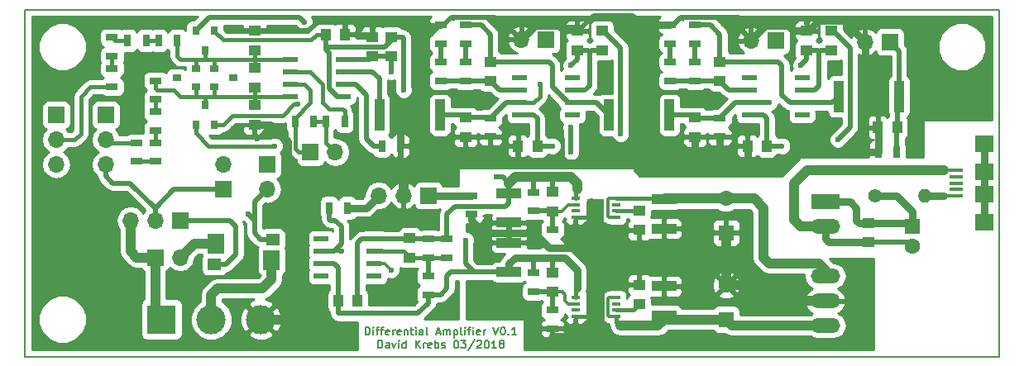
<source format=gbr>
G04 #@! TF.FileFunction,Copper,L1,Top,Signal*
%FSLAX46Y46*%
G04 Gerber Fmt 4.6, Leading zero omitted, Abs format (unit mm)*
G04 Created by KiCad (PCBNEW 4.0.7) date 03/18/18 13:20:54*
%MOMM*%
%LPD*%
G01*
G04 APERTURE LIST*
%ADD10C,0.100000*%
%ADD11C,0.150000*%
%ADD12C,0.600000*%
%ADD13R,1.700000X1.700000*%
%ADD14O,1.700000X1.700000*%
%ADD15R,1.600000X1.600000*%
%ADD16C,1.600000*%
%ADD17R,1.250000X1.000000*%
%ADD18R,2.500000X1.000000*%
%ADD19R,1.000000X1.250000*%
%ADD20R,0.900000X0.800000*%
%ADD21R,0.800000X0.900000*%
%ADD22R,1.300000X0.700000*%
%ADD23R,0.700000X1.300000*%
%ADD24R,1.000000X3.200000*%
%ADD25R,3.000000X1.500000*%
%ADD26O,3.000000X1.500000*%
%ADD27R,0.890000X0.420000*%
%ADD28R,0.840000X0.940000*%
%ADD29R,1.550000X0.600000*%
%ADD30R,3.000000X3.000000*%
%ADD31C,3.000000*%
%ADD32R,1.400000X0.400000*%
%ADD33R,1.900000X1.800000*%
%ADD34R,1.397000X1.143000*%
%ADD35R,1.651000X2.006600*%
%ADD36C,1.400000*%
%ADD37O,1.400000X1.400000*%
%ADD38C,0.750000*%
%ADD39C,0.500000*%
%ADD40C,0.300000*%
%ADD41C,1.000000*%
%ADD42C,0.400000*%
%ADD43C,0.254000*%
G04 APERTURE END LIST*
D10*
D11*
X53899762Y-52391905D02*
X53899762Y-51591905D01*
X54090238Y-51591905D01*
X54204524Y-51630000D01*
X54280715Y-51706190D01*
X54318810Y-51782381D01*
X54356905Y-51934762D01*
X54356905Y-52049048D01*
X54318810Y-52201429D01*
X54280715Y-52277619D01*
X54204524Y-52353810D01*
X54090238Y-52391905D01*
X53899762Y-52391905D01*
X54699762Y-52391905D02*
X54699762Y-51858571D01*
X54699762Y-51591905D02*
X54661667Y-51630000D01*
X54699762Y-51668095D01*
X54737857Y-51630000D01*
X54699762Y-51591905D01*
X54699762Y-51668095D01*
X54966428Y-51858571D02*
X55271190Y-51858571D01*
X55080714Y-52391905D02*
X55080714Y-51706190D01*
X55118809Y-51630000D01*
X55195000Y-51591905D01*
X55271190Y-51591905D01*
X55423571Y-51858571D02*
X55728333Y-51858571D01*
X55537857Y-52391905D02*
X55537857Y-51706190D01*
X55575952Y-51630000D01*
X55652143Y-51591905D01*
X55728333Y-51591905D01*
X56299762Y-52353810D02*
X56223572Y-52391905D01*
X56071191Y-52391905D01*
X55995000Y-52353810D01*
X55956905Y-52277619D01*
X55956905Y-51972857D01*
X55995000Y-51896667D01*
X56071191Y-51858571D01*
X56223572Y-51858571D01*
X56299762Y-51896667D01*
X56337857Y-51972857D01*
X56337857Y-52049048D01*
X55956905Y-52125238D01*
X56680714Y-52391905D02*
X56680714Y-51858571D01*
X56680714Y-52010952D02*
X56718809Y-51934762D01*
X56756905Y-51896667D01*
X56833095Y-51858571D01*
X56909286Y-51858571D01*
X57480714Y-52353810D02*
X57404524Y-52391905D01*
X57252143Y-52391905D01*
X57175952Y-52353810D01*
X57137857Y-52277619D01*
X57137857Y-51972857D01*
X57175952Y-51896667D01*
X57252143Y-51858571D01*
X57404524Y-51858571D01*
X57480714Y-51896667D01*
X57518809Y-51972857D01*
X57518809Y-52049048D01*
X57137857Y-52125238D01*
X57861666Y-51858571D02*
X57861666Y-52391905D01*
X57861666Y-51934762D02*
X57899761Y-51896667D01*
X57975952Y-51858571D01*
X58090238Y-51858571D01*
X58166428Y-51896667D01*
X58204523Y-51972857D01*
X58204523Y-52391905D01*
X58471190Y-51858571D02*
X58775952Y-51858571D01*
X58585476Y-51591905D02*
X58585476Y-52277619D01*
X58623571Y-52353810D01*
X58699762Y-52391905D01*
X58775952Y-52391905D01*
X59042619Y-52391905D02*
X59042619Y-51858571D01*
X59042619Y-51591905D02*
X59004524Y-51630000D01*
X59042619Y-51668095D01*
X59080714Y-51630000D01*
X59042619Y-51591905D01*
X59042619Y-51668095D01*
X59766428Y-52391905D02*
X59766428Y-51972857D01*
X59728333Y-51896667D01*
X59652143Y-51858571D01*
X59499762Y-51858571D01*
X59423571Y-51896667D01*
X59766428Y-52353810D02*
X59690238Y-52391905D01*
X59499762Y-52391905D01*
X59423571Y-52353810D01*
X59385476Y-52277619D01*
X59385476Y-52201429D01*
X59423571Y-52125238D01*
X59499762Y-52087143D01*
X59690238Y-52087143D01*
X59766428Y-52049048D01*
X60261667Y-52391905D02*
X60185476Y-52353810D01*
X60147381Y-52277619D01*
X60147381Y-51591905D01*
X61137858Y-52163333D02*
X61518810Y-52163333D01*
X61061667Y-52391905D02*
X61328334Y-51591905D01*
X61595001Y-52391905D01*
X61861667Y-52391905D02*
X61861667Y-51858571D01*
X61861667Y-51934762D02*
X61899762Y-51896667D01*
X61975953Y-51858571D01*
X62090239Y-51858571D01*
X62166429Y-51896667D01*
X62204524Y-51972857D01*
X62204524Y-52391905D01*
X62204524Y-51972857D02*
X62242620Y-51896667D01*
X62318810Y-51858571D01*
X62433096Y-51858571D01*
X62509286Y-51896667D01*
X62547381Y-51972857D01*
X62547381Y-52391905D01*
X62928334Y-51858571D02*
X62928334Y-52658571D01*
X62928334Y-51896667D02*
X63004525Y-51858571D01*
X63156906Y-51858571D01*
X63233096Y-51896667D01*
X63271191Y-51934762D01*
X63309287Y-52010952D01*
X63309287Y-52239524D01*
X63271191Y-52315714D01*
X63233096Y-52353810D01*
X63156906Y-52391905D01*
X63004525Y-52391905D01*
X62928334Y-52353810D01*
X63766430Y-52391905D02*
X63690239Y-52353810D01*
X63652144Y-52277619D01*
X63652144Y-51591905D01*
X64071192Y-52391905D02*
X64071192Y-51858571D01*
X64071192Y-51591905D02*
X64033097Y-51630000D01*
X64071192Y-51668095D01*
X64109287Y-51630000D01*
X64071192Y-51591905D01*
X64071192Y-51668095D01*
X64337858Y-51858571D02*
X64642620Y-51858571D01*
X64452144Y-52391905D02*
X64452144Y-51706190D01*
X64490239Y-51630000D01*
X64566430Y-51591905D01*
X64642620Y-51591905D01*
X64909287Y-52391905D02*
X64909287Y-51858571D01*
X64909287Y-51591905D02*
X64871192Y-51630000D01*
X64909287Y-51668095D01*
X64947382Y-51630000D01*
X64909287Y-51591905D01*
X64909287Y-51668095D01*
X65595001Y-52353810D02*
X65518811Y-52391905D01*
X65366430Y-52391905D01*
X65290239Y-52353810D01*
X65252144Y-52277619D01*
X65252144Y-51972857D01*
X65290239Y-51896667D01*
X65366430Y-51858571D01*
X65518811Y-51858571D01*
X65595001Y-51896667D01*
X65633096Y-51972857D01*
X65633096Y-52049048D01*
X65252144Y-52125238D01*
X65975953Y-52391905D02*
X65975953Y-51858571D01*
X65975953Y-52010952D02*
X66014048Y-51934762D01*
X66052144Y-51896667D01*
X66128334Y-51858571D01*
X66204525Y-51858571D01*
X66966429Y-51591905D02*
X67233096Y-52391905D01*
X67499763Y-51591905D01*
X67918810Y-51591905D02*
X67995001Y-51591905D01*
X68071191Y-51630000D01*
X68109286Y-51668095D01*
X68147382Y-51744286D01*
X68185477Y-51896667D01*
X68185477Y-52087143D01*
X68147382Y-52239524D01*
X68109286Y-52315714D01*
X68071191Y-52353810D01*
X67995001Y-52391905D01*
X67918810Y-52391905D01*
X67842620Y-52353810D01*
X67804524Y-52315714D01*
X67766429Y-52239524D01*
X67728334Y-52087143D01*
X67728334Y-51896667D01*
X67766429Y-51744286D01*
X67804524Y-51668095D01*
X67842620Y-51630000D01*
X67918810Y-51591905D01*
X68528334Y-52315714D02*
X68566429Y-52353810D01*
X68528334Y-52391905D01*
X68490239Y-52353810D01*
X68528334Y-52315714D01*
X68528334Y-52391905D01*
X69328334Y-52391905D02*
X68871191Y-52391905D01*
X69099762Y-52391905D02*
X69099762Y-51591905D01*
X69023572Y-51706190D01*
X68947381Y-51782381D01*
X68871191Y-51820476D01*
X55175951Y-53741905D02*
X55175951Y-52941905D01*
X55366427Y-52941905D01*
X55480713Y-52980000D01*
X55556904Y-53056190D01*
X55594999Y-53132381D01*
X55633094Y-53284762D01*
X55633094Y-53399048D01*
X55594999Y-53551429D01*
X55556904Y-53627619D01*
X55480713Y-53703810D01*
X55366427Y-53741905D01*
X55175951Y-53741905D01*
X56318808Y-53741905D02*
X56318808Y-53322857D01*
X56280713Y-53246667D01*
X56204523Y-53208571D01*
X56052142Y-53208571D01*
X55975951Y-53246667D01*
X56318808Y-53703810D02*
X56242618Y-53741905D01*
X56052142Y-53741905D01*
X55975951Y-53703810D01*
X55937856Y-53627619D01*
X55937856Y-53551429D01*
X55975951Y-53475238D01*
X56052142Y-53437143D01*
X56242618Y-53437143D01*
X56318808Y-53399048D01*
X56623571Y-53208571D02*
X56814047Y-53741905D01*
X57004523Y-53208571D01*
X57309285Y-53741905D02*
X57309285Y-53208571D01*
X57309285Y-52941905D02*
X57271190Y-52980000D01*
X57309285Y-53018095D01*
X57347380Y-52980000D01*
X57309285Y-52941905D01*
X57309285Y-53018095D01*
X58033094Y-53741905D02*
X58033094Y-52941905D01*
X58033094Y-53703810D02*
X57956904Y-53741905D01*
X57804523Y-53741905D01*
X57728332Y-53703810D01*
X57690237Y-53665714D01*
X57652142Y-53589524D01*
X57652142Y-53360952D01*
X57690237Y-53284762D01*
X57728332Y-53246667D01*
X57804523Y-53208571D01*
X57956904Y-53208571D01*
X58033094Y-53246667D01*
X59023571Y-53741905D02*
X59023571Y-52941905D01*
X59480714Y-53741905D02*
X59137857Y-53284762D01*
X59480714Y-52941905D02*
X59023571Y-53399048D01*
X59823571Y-53741905D02*
X59823571Y-53208571D01*
X59823571Y-53360952D02*
X59861666Y-53284762D01*
X59899762Y-53246667D01*
X59975952Y-53208571D01*
X60052143Y-53208571D01*
X60623571Y-53703810D02*
X60547381Y-53741905D01*
X60395000Y-53741905D01*
X60318809Y-53703810D01*
X60280714Y-53627619D01*
X60280714Y-53322857D01*
X60318809Y-53246667D01*
X60395000Y-53208571D01*
X60547381Y-53208571D01*
X60623571Y-53246667D01*
X60661666Y-53322857D01*
X60661666Y-53399048D01*
X60280714Y-53475238D01*
X61004523Y-53741905D02*
X61004523Y-52941905D01*
X61004523Y-53246667D02*
X61080714Y-53208571D01*
X61233095Y-53208571D01*
X61309285Y-53246667D01*
X61347380Y-53284762D01*
X61385476Y-53360952D01*
X61385476Y-53589524D01*
X61347380Y-53665714D01*
X61309285Y-53703810D01*
X61233095Y-53741905D01*
X61080714Y-53741905D01*
X61004523Y-53703810D01*
X61690238Y-53703810D02*
X61766428Y-53741905D01*
X61918809Y-53741905D01*
X61995000Y-53703810D01*
X62033095Y-53627619D01*
X62033095Y-53589524D01*
X61995000Y-53513333D01*
X61918809Y-53475238D01*
X61804524Y-53475238D01*
X61728333Y-53437143D01*
X61690238Y-53360952D01*
X61690238Y-53322857D01*
X61728333Y-53246667D01*
X61804524Y-53208571D01*
X61918809Y-53208571D01*
X61995000Y-53246667D01*
X63137857Y-52941905D02*
X63214048Y-52941905D01*
X63290238Y-52980000D01*
X63328333Y-53018095D01*
X63366429Y-53094286D01*
X63404524Y-53246667D01*
X63404524Y-53437143D01*
X63366429Y-53589524D01*
X63328333Y-53665714D01*
X63290238Y-53703810D01*
X63214048Y-53741905D01*
X63137857Y-53741905D01*
X63061667Y-53703810D01*
X63023571Y-53665714D01*
X62985476Y-53589524D01*
X62947381Y-53437143D01*
X62947381Y-53246667D01*
X62985476Y-53094286D01*
X63023571Y-53018095D01*
X63061667Y-52980000D01*
X63137857Y-52941905D01*
X63671191Y-52941905D02*
X64166429Y-52941905D01*
X63899762Y-53246667D01*
X64014048Y-53246667D01*
X64090238Y-53284762D01*
X64128334Y-53322857D01*
X64166429Y-53399048D01*
X64166429Y-53589524D01*
X64128334Y-53665714D01*
X64090238Y-53703810D01*
X64014048Y-53741905D01*
X63785476Y-53741905D01*
X63709286Y-53703810D01*
X63671191Y-53665714D01*
X65080715Y-52903810D02*
X64395000Y-53932381D01*
X65309286Y-53018095D02*
X65347381Y-52980000D01*
X65423572Y-52941905D01*
X65614048Y-52941905D01*
X65690238Y-52980000D01*
X65728334Y-53018095D01*
X65766429Y-53094286D01*
X65766429Y-53170476D01*
X65728334Y-53284762D01*
X65271191Y-53741905D01*
X65766429Y-53741905D01*
X66261667Y-52941905D02*
X66337858Y-52941905D01*
X66414048Y-52980000D01*
X66452143Y-53018095D01*
X66490239Y-53094286D01*
X66528334Y-53246667D01*
X66528334Y-53437143D01*
X66490239Y-53589524D01*
X66452143Y-53665714D01*
X66414048Y-53703810D01*
X66337858Y-53741905D01*
X66261667Y-53741905D01*
X66185477Y-53703810D01*
X66147381Y-53665714D01*
X66109286Y-53589524D01*
X66071191Y-53437143D01*
X66071191Y-53246667D01*
X66109286Y-53094286D01*
X66147381Y-53018095D01*
X66185477Y-52980000D01*
X66261667Y-52941905D01*
X67290239Y-53741905D02*
X66833096Y-53741905D01*
X67061667Y-53741905D02*
X67061667Y-52941905D01*
X66985477Y-53056190D01*
X66909286Y-53132381D01*
X66833096Y-53170476D01*
X67747382Y-53284762D02*
X67671191Y-53246667D01*
X67633096Y-53208571D01*
X67595001Y-53132381D01*
X67595001Y-53094286D01*
X67633096Y-53018095D01*
X67671191Y-52980000D01*
X67747382Y-52941905D01*
X67899763Y-52941905D01*
X67975953Y-52980000D01*
X68014049Y-53018095D01*
X68052144Y-53094286D01*
X68052144Y-53132381D01*
X68014049Y-53208571D01*
X67975953Y-53246667D01*
X67899763Y-53284762D01*
X67747382Y-53284762D01*
X67671191Y-53322857D01*
X67633096Y-53360952D01*
X67595001Y-53437143D01*
X67595001Y-53589524D01*
X67633096Y-53665714D01*
X67671191Y-53703810D01*
X67747382Y-53741905D01*
X67899763Y-53741905D01*
X67975953Y-53703810D01*
X68014049Y-53665714D01*
X68052144Y-53589524D01*
X68052144Y-53437143D01*
X68014049Y-53360952D01*
X67975953Y-53322857D01*
X67899763Y-53284762D01*
X19050000Y-19050000D02*
X19050000Y-54610000D01*
X118745000Y-19050000D02*
X19050000Y-19050000D01*
X118745000Y-54610000D02*
X118745000Y-19050000D01*
X19050000Y-54610000D02*
X118745000Y-54610000D01*
D12*
X64770000Y-47625000D03*
X60960000Y-50165000D03*
X54737000Y-35814000D03*
X57785000Y-40640000D03*
X60960000Y-40640000D03*
X58420000Y-46355000D03*
X54610000Y-47625000D03*
D13*
X60325000Y-38100000D03*
D14*
X57785000Y-38100000D03*
X55245000Y-38100000D03*
D12*
X67056000Y-28194000D03*
X23495000Y-26035000D03*
X26035000Y-22860000D03*
X26035000Y-25400000D03*
X29845000Y-29845000D03*
X26162000Y-28194000D03*
X29845000Y-28575000D03*
X31750000Y-24765000D03*
X29845000Y-24130000D03*
X24130000Y-34290000D03*
X25908000Y-36703000D03*
X24130000Y-37465000D03*
X25400000Y-34290000D03*
X26035000Y-41910000D03*
X29845000Y-49530000D03*
X29845000Y-45720000D03*
X26035000Y-45720000D03*
X26035000Y-49530000D03*
X20320000Y-24130000D03*
X20320000Y-26670000D03*
X20320000Y-30480000D03*
X20320000Y-34290000D03*
X20320000Y-38100000D03*
X20320000Y-41910000D03*
X20320000Y-45720000D03*
X20320000Y-49530000D03*
X36195000Y-48260000D03*
X34290000Y-47625000D03*
X36195000Y-46355000D03*
X41910000Y-45720000D03*
X41910000Y-43180000D03*
X48895000Y-48260000D03*
X48895000Y-50800000D03*
X52705000Y-51435000D03*
X20320000Y-53340000D03*
X26035000Y-53340000D03*
X29845000Y-53340000D03*
X33655000Y-53340000D03*
X37465000Y-53340000D03*
X41275000Y-53340000D03*
X45085000Y-53340000D03*
X48895000Y-53340000D03*
X46990000Y-48260000D03*
X46990000Y-44450000D03*
X46990000Y-40640000D03*
X43815000Y-40640000D03*
X43815000Y-39370000D03*
X45720000Y-34290000D03*
X45720000Y-38100000D03*
X52705000Y-53340000D03*
X57150000Y-48895000D03*
X62865000Y-50165000D03*
X53975000Y-40640000D03*
X52705000Y-33020000D03*
X52705000Y-35560000D03*
X49022000Y-36830000D03*
X57150000Y-30480000D03*
X59055000Y-29210000D03*
X59690000Y-21590000D03*
X59055000Y-24130000D03*
X67056000Y-20320000D03*
X67945000Y-22860000D03*
X73025000Y-29210000D03*
X59055000Y-35814000D03*
X62865000Y-36195000D03*
X59055000Y-33020000D03*
X62230000Y-33020000D03*
X65405000Y-33655000D03*
X65405000Y-34925000D03*
X71120000Y-34925000D03*
X68580000Y-34925000D03*
X73660000Y-34925000D03*
X78105000Y-27305000D03*
X78740000Y-24765000D03*
X102235000Y-24765000D03*
X77470000Y-33655000D03*
X81280000Y-33655000D03*
X81280000Y-27940000D03*
X81280000Y-24130000D03*
X83185000Y-20320000D03*
X83185000Y-24130000D03*
X90170000Y-28575000D03*
X86995000Y-27940000D03*
X83185000Y-27940000D03*
X83185000Y-35560000D03*
X86995000Y-35560000D03*
X90805000Y-35560000D03*
X94615000Y-35560000D03*
X96520000Y-34925000D03*
X100965000Y-30480000D03*
X100965000Y-33655000D03*
X104775000Y-31115000D03*
X104775000Y-33655000D03*
X106045000Y-27940000D03*
X106045000Y-24130000D03*
X113665000Y-29845000D03*
X117475000Y-29845000D03*
X110490000Y-29845000D03*
X110490000Y-33655000D03*
X109855000Y-24130000D03*
X109855000Y-27940000D03*
X113665000Y-27940000D03*
X117475000Y-27940000D03*
X117475000Y-24130000D03*
X81280000Y-20320000D03*
X75692000Y-19939000D03*
X50800000Y-20320000D03*
X54610000Y-20320000D03*
X58420000Y-20320000D03*
X45085000Y-20955000D03*
X35560000Y-20320000D03*
X31750000Y-20320000D03*
X27940000Y-20320000D03*
X24130000Y-20320000D03*
X20320000Y-20320000D03*
X97685000Y-21225000D03*
X99060000Y-20320000D03*
X106045000Y-20320000D03*
X111379000Y-21971000D03*
X113665000Y-20320000D03*
X66040000Y-44450000D03*
X66040000Y-41910000D03*
X71140000Y-41910000D03*
X81915000Y-43180000D03*
X74930000Y-41910000D03*
X78740000Y-41910000D03*
X84455000Y-43180000D03*
X86995000Y-43180000D03*
X86995000Y-40640000D03*
X92710000Y-40640000D03*
X90170000Y-45720000D03*
X90170000Y-45720000D03*
X86360000Y-45720000D03*
X82550000Y-45720000D03*
X78740000Y-45720000D03*
X67310000Y-49530000D03*
X71120000Y-49530000D03*
X71120000Y-53340000D03*
X74930000Y-53340000D03*
X78740000Y-53340000D03*
X82550000Y-53340000D03*
X86360000Y-53340000D03*
X90170000Y-53340000D03*
X97790000Y-53340000D03*
X93980000Y-53340000D03*
X93980000Y-46990000D03*
X93980000Y-49530000D03*
X97790000Y-49530000D03*
X97790000Y-46990000D03*
X104775000Y-48260000D03*
X104775000Y-50165000D03*
X104775000Y-52705000D03*
X104775000Y-45720000D03*
D15*
X109855000Y-41275000D03*
D16*
X109855000Y-43275000D03*
D17*
X105410000Y-40910000D03*
X105410000Y-42910000D03*
D15*
X90805000Y-50800000D03*
D16*
X90805000Y-47300000D03*
D15*
X90805000Y-41910000D03*
D16*
X90805000Y-38410000D03*
D18*
X84455000Y-50395000D03*
X84455000Y-47395000D03*
X84455000Y-41505000D03*
X84455000Y-38505000D03*
D17*
X81915000Y-49260000D03*
X81915000Y-47260000D03*
X81915000Y-41640000D03*
X81915000Y-39640000D03*
X73025000Y-45990000D03*
X73025000Y-47990000D03*
X73025000Y-39735000D03*
X73025000Y-37735000D03*
D18*
X68580000Y-45950000D03*
X68580000Y-42950000D03*
X68580000Y-40870000D03*
X68580000Y-37870000D03*
D17*
X58420000Y-44450000D03*
X58420000Y-42450000D03*
D19*
X53070000Y-48895000D03*
X51070000Y-48895000D03*
D17*
X42545000Y-21225000D03*
X42545000Y-23225000D03*
X42545000Y-25035000D03*
X42545000Y-27035000D03*
X42545000Y-28845000D03*
X42545000Y-30845000D03*
D19*
X49800000Y-21590000D03*
X51800000Y-21590000D03*
D17*
X56515000Y-23860000D03*
X56515000Y-21860000D03*
X54610000Y-23860000D03*
X54610000Y-21860000D03*
X64135000Y-30115000D03*
X64135000Y-32115000D03*
X66675000Y-24400000D03*
X66675000Y-26400000D03*
X78105000Y-21225000D03*
X78105000Y-23225000D03*
X75565000Y-21225000D03*
X75565000Y-23225000D03*
D19*
X69485000Y-33020000D03*
X71485000Y-33020000D03*
D17*
X87630000Y-30115000D03*
X87630000Y-32115000D03*
X90170000Y-24400000D03*
X90170000Y-26400000D03*
X101600000Y-21225000D03*
X101600000Y-23225000D03*
X99060000Y-21225000D03*
X99060000Y-23225000D03*
D19*
X92980000Y-33020000D03*
X94980000Y-33020000D03*
X108315000Y-31115000D03*
X106315000Y-31115000D03*
D20*
X38370000Y-25085000D03*
X38370000Y-26985000D03*
X40370000Y-26035000D03*
X36560000Y-26985000D03*
X36560000Y-25085000D03*
X34560000Y-26035000D03*
D21*
X38415000Y-21225000D03*
X36515000Y-21225000D03*
X37465000Y-23225000D03*
X36515000Y-30845000D03*
X38415000Y-30845000D03*
X37465000Y-28845000D03*
D13*
X32385000Y-44450000D03*
D14*
X34925000Y-44450000D03*
D13*
X34925000Y-40640000D03*
D14*
X32385000Y-40640000D03*
X29845000Y-40640000D03*
D13*
X39370000Y-37465000D03*
D14*
X39370000Y-34925000D03*
D13*
X43815000Y-34925000D03*
D14*
X43815000Y-37465000D03*
D13*
X27305000Y-29845000D03*
D14*
X27305000Y-32385000D03*
X27305000Y-34925000D03*
D13*
X22225000Y-29845000D03*
D14*
X22225000Y-32385000D03*
X22225000Y-34925000D03*
D13*
X48260000Y-33655000D03*
D14*
X50800000Y-33655000D03*
D22*
X71120000Y-46040000D03*
X71120000Y-47940000D03*
X73025000Y-49850000D03*
X73025000Y-51750000D03*
X73025000Y-43495000D03*
X73025000Y-41595000D03*
X71120000Y-39685000D03*
X71120000Y-37785000D03*
X64770000Y-38105000D03*
X64770000Y-40005000D03*
X62230000Y-42550000D03*
X62230000Y-44450000D03*
X60325000Y-48260000D03*
X60325000Y-46360000D03*
X60325000Y-44450000D03*
X60325000Y-42550000D03*
D23*
X52070000Y-39370000D03*
X50170000Y-39370000D03*
X31430000Y-22225000D03*
X29530000Y-22225000D03*
D22*
X27940000Y-23810000D03*
X27940000Y-21910000D03*
X27940000Y-25085000D03*
X27940000Y-26985000D03*
X30480000Y-34605000D03*
X30480000Y-32705000D03*
X32385000Y-32705000D03*
X32385000Y-34605000D03*
X32385000Y-29530000D03*
X32385000Y-31430000D03*
D23*
X34605000Y-22225000D03*
X32705000Y-22225000D03*
D22*
X32385000Y-26355000D03*
X32385000Y-28255000D03*
D23*
X51750000Y-30480000D03*
X49850000Y-30480000D03*
X48575000Y-30480000D03*
X46675000Y-30480000D03*
X55565000Y-33020000D03*
X57465000Y-33020000D03*
D24*
X61520000Y-29845000D03*
X55320000Y-29845000D03*
D22*
X66675000Y-30165000D03*
X66675000Y-32065000D03*
X61595000Y-24450000D03*
X61595000Y-26350000D03*
X64135000Y-24450000D03*
X64135000Y-26350000D03*
X61595000Y-20640000D03*
X61595000Y-22540000D03*
X64135000Y-20640000D03*
X64135000Y-22540000D03*
D24*
X85015000Y-29845000D03*
X78815000Y-29845000D03*
D22*
X90170000Y-30165000D03*
X90170000Y-32065000D03*
X85090000Y-24450000D03*
X85090000Y-26350000D03*
X87630000Y-24450000D03*
X87630000Y-26350000D03*
X85090000Y-20640000D03*
X85090000Y-22540000D03*
X87630000Y-20640000D03*
X87630000Y-22540000D03*
D24*
X108510000Y-27940000D03*
X102310000Y-27940000D03*
D23*
X108265000Y-33655000D03*
X106365000Y-33655000D03*
D25*
X100965000Y-38735000D03*
D26*
X100965000Y-41275000D03*
X100965000Y-46355000D03*
X100965000Y-48895000D03*
X100965000Y-51435000D03*
D27*
X75365000Y-48555000D03*
X75365000Y-49205000D03*
X75365000Y-49855000D03*
X75365000Y-50505000D03*
X79575000Y-50505000D03*
X79575000Y-49855000D03*
X79575000Y-49205000D03*
X79575000Y-48555000D03*
D28*
X77890000Y-50000000D03*
X77890000Y-49060000D03*
X77050000Y-50000000D03*
X77050000Y-49060000D03*
D27*
X75365000Y-38395000D03*
X75365000Y-39045000D03*
X75365000Y-39695000D03*
X75365000Y-40345000D03*
X79575000Y-40345000D03*
X79575000Y-39695000D03*
X79575000Y-39045000D03*
X79575000Y-38395000D03*
D28*
X77890000Y-39840000D03*
X77890000Y-38900000D03*
X77050000Y-39840000D03*
X77050000Y-38900000D03*
D29*
X54770000Y-46355000D03*
X54770000Y-45085000D03*
X54770000Y-43815000D03*
X54770000Y-42545000D03*
X49370000Y-42545000D03*
X49370000Y-43815000D03*
X49370000Y-45085000D03*
X49370000Y-46355000D03*
X46195000Y-24130000D03*
X46195000Y-25400000D03*
X46195000Y-26670000D03*
X46195000Y-27940000D03*
X51595000Y-27940000D03*
X51595000Y-26670000D03*
X51595000Y-25400000D03*
X51595000Y-24130000D03*
X69690000Y-26035000D03*
X69690000Y-27305000D03*
X69690000Y-28575000D03*
X69690000Y-29845000D03*
X75090000Y-29845000D03*
X75090000Y-28575000D03*
X75090000Y-27305000D03*
X75090000Y-26035000D03*
X93185000Y-26035000D03*
X93185000Y-27305000D03*
X93185000Y-28575000D03*
X93185000Y-29845000D03*
X98585000Y-29845000D03*
X98585000Y-28575000D03*
X98585000Y-27305000D03*
X98585000Y-26035000D03*
D30*
X33020000Y-50800000D03*
D31*
X38100000Y-50800000D03*
X43180000Y-50800000D03*
D32*
X114365000Y-38130000D03*
X114365000Y-37480000D03*
X114365000Y-36830000D03*
X114365000Y-36180000D03*
X114365000Y-35530000D03*
D33*
X117215000Y-32830000D03*
X117215000Y-35680000D03*
X117215000Y-37980000D03*
X117215000Y-40830000D03*
D13*
X72390000Y-22098000D03*
D14*
X69850000Y-22098000D03*
D13*
X95885000Y-22225000D03*
D14*
X93345000Y-22225000D03*
D13*
X107569000Y-22352000D03*
D14*
X105029000Y-22352000D03*
D34*
X38417500Y-45148500D03*
X44386500Y-42608500D03*
D35*
X38544500Y-43040300D03*
X44259500Y-44716700D03*
D12*
X117475000Y-20320000D03*
D36*
X106045000Y-38100000D03*
D37*
X111125000Y-38100000D03*
D12*
X64135000Y-42672000D03*
X74930000Y-31115000D03*
X74930000Y-33655000D03*
X46999797Y-28739113D03*
X47625000Y-20320000D03*
X56515000Y-25400000D03*
X74930000Y-24765000D03*
X98425000Y-24765000D03*
X44577000Y-33020000D03*
X57785000Y-27305000D03*
X73025000Y-33020000D03*
X67310000Y-36195000D03*
X80010000Y-31750000D03*
X96520000Y-33020000D03*
X102235000Y-32385000D03*
X42799000Y-32258000D03*
X40640000Y-21025000D03*
X71755000Y-26670000D03*
X95250000Y-28575000D03*
X41910000Y-40005000D03*
X56515000Y-45720000D03*
X51435000Y-43815000D03*
D38*
X108230000Y-38100000D02*
X107950000Y-38100000D01*
X107950000Y-38100000D02*
X107315000Y-38100000D01*
X106045000Y-38100000D02*
X107950000Y-38100000D01*
D39*
X106680000Y-38100000D02*
X107315000Y-38100000D01*
D38*
X106045000Y-38100000D02*
X106680000Y-38100000D01*
X109855000Y-41275000D02*
X109855000Y-39725000D01*
X109855000Y-39725000D02*
X108230000Y-38100000D01*
X105410000Y-40910000D02*
X109490000Y-40910000D01*
X109490000Y-40910000D02*
X109855000Y-41275000D01*
X105410000Y-40910000D02*
X104410000Y-40910000D01*
X104410000Y-40910000D02*
X104140000Y-40640000D01*
X104140000Y-39370000D02*
X104140000Y-40640000D01*
X103505000Y-38735000D02*
X104140000Y-39370000D01*
X100965000Y-38735000D02*
X103505000Y-38735000D01*
D40*
X114365000Y-35530000D02*
X113060000Y-35530000D01*
D41*
X100965000Y-41275000D02*
X98465000Y-41275000D01*
D40*
X113060000Y-35530000D02*
X113030000Y-35560000D01*
D41*
X97790000Y-36830000D02*
X99090000Y-35530000D01*
X97790000Y-40600000D02*
X97790000Y-36830000D01*
X98465000Y-41275000D02*
X97790000Y-40600000D01*
X99090000Y-35530000D02*
X113060000Y-35530000D01*
D38*
X100965000Y-41275000D02*
X100965000Y-42525000D01*
X105410000Y-42910000D02*
X101350000Y-42910000D01*
X101350000Y-42910000D02*
X100965000Y-42525000D01*
D39*
X105410000Y-42910000D02*
X109490000Y-42910000D01*
X109490000Y-42910000D02*
X109855000Y-43275000D01*
D40*
X78740000Y-48645000D02*
X78740000Y-50415000D01*
X78740000Y-50415000D02*
X78830000Y-50505000D01*
X78830000Y-50505000D02*
X79575000Y-50505000D01*
X79575000Y-48555000D02*
X78830000Y-48555000D01*
X78830000Y-48555000D02*
X78740000Y-48645000D01*
D42*
X79575000Y-50505000D02*
X79575000Y-51115000D01*
X79575000Y-51115000D02*
X79895000Y-51435000D01*
X79895000Y-51435000D02*
X80010000Y-51435000D01*
D41*
X83820000Y-51435000D02*
X80010000Y-51435000D01*
X84455000Y-50800000D02*
X83820000Y-51435000D01*
X84455000Y-50395000D02*
X84455000Y-50800000D01*
X90805000Y-50800000D02*
X84860000Y-50800000D01*
X84860000Y-50800000D02*
X84455000Y-50395000D01*
X100965000Y-51435000D02*
X91440000Y-51435000D01*
X91440000Y-51435000D02*
X90805000Y-50800000D01*
D38*
X66040000Y-41910000D02*
X64770000Y-40640000D01*
X64770000Y-40640000D02*
X64770000Y-40030009D01*
X73025000Y-43495000D02*
X75880000Y-43495000D01*
X71140000Y-41910000D02*
X72725000Y-43495000D01*
X72725000Y-43495000D02*
X73025000Y-43495000D01*
X66040000Y-41910000D02*
X71140000Y-41910000D01*
D39*
X77050000Y-38900000D02*
X77050000Y-39840000D01*
X77050000Y-39840000D02*
X77890000Y-39840000D01*
X77890000Y-39840000D02*
X77890000Y-38900000D01*
X77890000Y-49060000D02*
X77050000Y-49060000D01*
X77050000Y-49060000D02*
X77050000Y-50000000D01*
X77050000Y-50000000D02*
X77890000Y-50000000D01*
X77890000Y-50000000D02*
X77890000Y-49060000D01*
X81915000Y-45085000D02*
X81915000Y-47260000D01*
D38*
X77890000Y-38900000D02*
X77890000Y-41920000D01*
X77890000Y-41920000D02*
X77050000Y-42760000D01*
D41*
X76835000Y-52070000D02*
X78105000Y-52070000D01*
X77889998Y-45935002D02*
X78105000Y-45720000D01*
X77889998Y-51854998D02*
X77889998Y-45935002D01*
X78105000Y-52070000D02*
X77889998Y-51854998D01*
D39*
X68580000Y-41910000D02*
X66040000Y-41910000D01*
D41*
X68580000Y-40870000D02*
X67830000Y-40870000D01*
X75880000Y-43495000D02*
X77470000Y-45085000D01*
X77470000Y-45085000D02*
X78740000Y-45085000D01*
X75880000Y-43180000D02*
X75880000Y-43495000D01*
D39*
X75565000Y-43495000D02*
X73025000Y-43495000D01*
D41*
X76630000Y-43180000D02*
X75880000Y-43180000D01*
X75880000Y-43180000D02*
X75565000Y-43495000D01*
D39*
X77050000Y-42760000D02*
X76630000Y-43180000D01*
D41*
X78740000Y-44450000D02*
X77900000Y-44450000D01*
X77900000Y-44450000D02*
X76630000Y-43180000D01*
X73130000Y-52705000D02*
X76200000Y-52705000D01*
X76200000Y-52705000D02*
X76835000Y-52070000D01*
X76835000Y-52070000D02*
X77050000Y-51855000D01*
X77050000Y-51855000D02*
X77050000Y-49060000D01*
D39*
X73130000Y-52705000D02*
X73025000Y-52600000D01*
X73025000Y-52600000D02*
X73025000Y-51750000D01*
X81915000Y-41640000D02*
X81915000Y-45085000D01*
D41*
X90805000Y-45085000D02*
X84455000Y-45085000D01*
X84455000Y-45085000D02*
X81915000Y-45085000D01*
D39*
X84455000Y-47395000D02*
X84455000Y-45085000D01*
D41*
X81915000Y-45085000D02*
X78740000Y-45085000D01*
X90805000Y-44450000D02*
X84455000Y-44450000D01*
X84455000Y-44450000D02*
X82550000Y-44450000D01*
D39*
X84455000Y-41505000D02*
X84455000Y-42505000D01*
X84455000Y-42505000D02*
X84455000Y-44450000D01*
D41*
X82550000Y-44450000D02*
X81280000Y-44450000D01*
X81280000Y-44450000D02*
X78740000Y-44450000D01*
D42*
X75365000Y-50505000D02*
X76545000Y-50505000D01*
X76545000Y-50505000D02*
X77050000Y-50000000D01*
D41*
X77050000Y-42760000D02*
X77050000Y-40640000D01*
X77050000Y-40640000D02*
X77050000Y-38900000D01*
D42*
X75365000Y-40345000D02*
X76755000Y-40345000D01*
X76755000Y-40345000D02*
X77050000Y-40640000D01*
D41*
X78740000Y-44450000D02*
X77050000Y-42760000D01*
X90805000Y-44450000D02*
X90805000Y-45085000D01*
X90805000Y-41910000D02*
X90805000Y-44450000D01*
X78740000Y-45085000D02*
X78105000Y-45720000D01*
X78105000Y-45720000D02*
X77050000Y-46775000D01*
X77050000Y-46775000D02*
X77050000Y-49060000D01*
X90805000Y-45085000D02*
X90805000Y-47300000D01*
D39*
X68580000Y-41910000D02*
X71140000Y-41910000D01*
X68580000Y-41910000D02*
X68580000Y-42950000D01*
X68580000Y-40870000D02*
X68580000Y-41910000D01*
D41*
X100965000Y-48895000D02*
X97155000Y-48895000D01*
X95560000Y-47300000D02*
X90805000Y-47300000D01*
X97155000Y-48895000D02*
X95560000Y-47300000D01*
D40*
X78740000Y-38485000D02*
X78740000Y-40255000D01*
X78740000Y-40255000D02*
X78830000Y-40345000D01*
X78830000Y-40345000D02*
X79575000Y-40345000D01*
X79575000Y-38395000D02*
X78830000Y-38395000D01*
X78830000Y-38395000D02*
X78740000Y-38485000D01*
D42*
X79575000Y-38395000D02*
X84345000Y-38395000D01*
X84345000Y-38395000D02*
X84455000Y-38505000D01*
D41*
X90805000Y-38410000D02*
X84550000Y-38410000D01*
X84550000Y-38410000D02*
X84455000Y-38505000D01*
X100965000Y-46355000D02*
X100965000Y-45720000D01*
X100965000Y-45720000D02*
X100330000Y-45085000D01*
X100330000Y-45085000D02*
X98425000Y-45085000D01*
X90805000Y-38410000D02*
X93655000Y-38410000D01*
X95250000Y-45085000D02*
X98425000Y-45085000D01*
X94615000Y-44450000D02*
X95250000Y-45085000D01*
X94615000Y-39370000D02*
X94615000Y-44450000D01*
X93655000Y-38410000D02*
X94615000Y-39370000D01*
D42*
X79575000Y-49855000D02*
X81320000Y-49855000D01*
X81320000Y-49855000D02*
X81915000Y-49260000D01*
X79575000Y-39695000D02*
X81860000Y-39695000D01*
X81860000Y-39695000D02*
X81915000Y-39640000D01*
D39*
X59055000Y-50165000D02*
X51435000Y-50165000D01*
X60325000Y-48260000D02*
X60325000Y-49110000D01*
X60325000Y-49110000D02*
X59270000Y-50165000D01*
X59270000Y-50165000D02*
X59055000Y-50165000D01*
X62230000Y-47625000D02*
X61595000Y-48260000D01*
X61595000Y-48260000D02*
X60325000Y-48260000D01*
X62230000Y-46355000D02*
X62230000Y-47625000D01*
X62635000Y-45950000D02*
X62230000Y-46355000D01*
X66040000Y-45950000D02*
X65000000Y-45950000D01*
X66040000Y-45950000D02*
X62635000Y-45950000D01*
X66445000Y-45950000D02*
X66040000Y-45950000D01*
X64135000Y-45085000D02*
X64135000Y-42672000D01*
X51435000Y-50165000D02*
X51070000Y-50165000D01*
X51070000Y-48895000D02*
X51070000Y-50020000D01*
X51070000Y-50020000D02*
X51215000Y-50165000D01*
X51215000Y-50165000D02*
X51435000Y-50165000D01*
X51070000Y-50165000D02*
X51070000Y-48895000D01*
X74930000Y-33655000D02*
X74930000Y-31115000D01*
X65000000Y-45950000D02*
X64135000Y-45085000D01*
X73025000Y-45990000D02*
X73025000Y-44450000D01*
X73279000Y-44577000D02*
X73279000Y-44450000D01*
X73152000Y-44577000D02*
X73279000Y-44577000D01*
X73025000Y-44450000D02*
X73152000Y-44577000D01*
D42*
X40265001Y-29894999D02*
X45419647Y-29894999D01*
X46575533Y-28739113D02*
X46999797Y-28739113D01*
X45419647Y-29894999D02*
X46575533Y-28739113D01*
X38415000Y-30845000D02*
X39315000Y-30845000D01*
X39315000Y-30845000D02*
X40265001Y-29894999D01*
D39*
X37878000Y-19812000D02*
X47117000Y-19812000D01*
X47117000Y-19812000D02*
X47625000Y-20320000D01*
X36515000Y-21175000D02*
X37878000Y-19812000D01*
X36515000Y-21225000D02*
X36515000Y-21175000D01*
X56515000Y-25400000D02*
X56515000Y-23860000D01*
X75565000Y-23225000D02*
X75565000Y-24130000D01*
X75565000Y-24130000D02*
X74930000Y-24765000D01*
X99060000Y-23225000D02*
X99060000Y-24130000D01*
X99060000Y-24130000D02*
X98425000Y-24765000D01*
X54610000Y-23860000D02*
X56515000Y-23860000D01*
X51595000Y-24130000D02*
X54340000Y-24130000D01*
X54340000Y-24130000D02*
X54610000Y-23860000D01*
X76835000Y-23370000D02*
X76980000Y-23225000D01*
X76980000Y-23225000D02*
X78105000Y-23225000D01*
X75090000Y-27305000D02*
X76365000Y-27305000D01*
X76365000Y-27305000D02*
X76835000Y-26835000D01*
X76835000Y-26835000D02*
X76835000Y-23370000D01*
X76835000Y-23370000D02*
X76690000Y-23225000D01*
X76690000Y-23225000D02*
X75565000Y-23225000D01*
X100330000Y-23370000D02*
X100475000Y-23225000D01*
X100475000Y-23225000D02*
X101600000Y-23225000D01*
X98585000Y-27305000D02*
X99860000Y-27305000D01*
X99860000Y-27305000D02*
X100330000Y-26835000D01*
X100330000Y-26835000D02*
X100330000Y-23370000D01*
X100330000Y-23370000D02*
X100185000Y-23225000D01*
X100185000Y-23225000D02*
X99060000Y-23225000D01*
X51070000Y-48895000D02*
X51070000Y-45510000D01*
X51070000Y-45510000D02*
X50645000Y-45085000D01*
X50645000Y-45085000D02*
X49370000Y-45085000D01*
X68580000Y-45950000D02*
X66445000Y-45950000D01*
D38*
X73660000Y-44450000D02*
X73279000Y-44450000D01*
X73279000Y-44450000D02*
X71120000Y-44450000D01*
X74295000Y-44450000D02*
X73660000Y-44450000D01*
X71120000Y-44450000D02*
X69215000Y-44450000D01*
D39*
X71120000Y-46040000D02*
X71120000Y-44450000D01*
D38*
X75565000Y-47625000D02*
X75565000Y-45720000D01*
X75565000Y-45720000D02*
X74295000Y-44450000D01*
X69215000Y-44450000D02*
X68580000Y-45085000D01*
X68580000Y-45085000D02*
X68580000Y-45950000D01*
D42*
X75365000Y-48555000D02*
X75365000Y-47825000D01*
X75365000Y-47825000D02*
X75565000Y-47625000D01*
D40*
X74025000Y-47990000D02*
X74295000Y-48260000D01*
X74295000Y-48260000D02*
X74295000Y-48895000D01*
X73025000Y-47990000D02*
X74025000Y-47990000D01*
X74605000Y-49205000D02*
X74295000Y-48895000D01*
X75365000Y-49205000D02*
X74605000Y-49205000D01*
D39*
X71120000Y-47940000D02*
X72975000Y-47940000D01*
X72975000Y-47940000D02*
X73025000Y-47990000D01*
X73025000Y-49850000D02*
X73025000Y-47990000D01*
D40*
X75365000Y-39045000D02*
X74620000Y-39045000D01*
X73930000Y-39735000D02*
X73025000Y-39735000D01*
X74620000Y-39045000D02*
X73930000Y-39735000D01*
D39*
X71120000Y-39685000D02*
X72975000Y-39685000D01*
X72975000Y-39685000D02*
X73025000Y-39735000D01*
X73025000Y-39735000D02*
X73025000Y-41595000D01*
X54770000Y-42545000D02*
X58325000Y-42545000D01*
X58325000Y-42545000D02*
X58420000Y-42450000D01*
X60325000Y-42550000D02*
X58520000Y-42550000D01*
X58520000Y-42550000D02*
X58420000Y-42450000D01*
X62230000Y-42550000D02*
X60325000Y-42550000D01*
X63030001Y-39204999D02*
X62230000Y-40005000D01*
X62230000Y-40005000D02*
X62230000Y-42550000D01*
X68580000Y-37870000D02*
X68580000Y-38870000D01*
X68580000Y-38870000D02*
X68245001Y-39204999D01*
X68245001Y-39204999D02*
X63030001Y-39204999D01*
D42*
X43815000Y-33020000D02*
X44577000Y-33020000D01*
X37840000Y-33020000D02*
X43815000Y-33020000D01*
X36515000Y-30845000D02*
X36515000Y-31695000D01*
X36515000Y-31695000D02*
X37840000Y-33020000D01*
X49800000Y-21590000D02*
X48900000Y-21590000D01*
X48900000Y-21590000D02*
X48315000Y-22175000D01*
X48315000Y-22175000D02*
X48089998Y-22175000D01*
X39315000Y-22175000D02*
X47625000Y-22175000D01*
X47625000Y-22175000D02*
X48089998Y-22175000D01*
X48089998Y-22175000D02*
X48089999Y-22175001D01*
X38415000Y-21225000D02*
X38415000Y-21275000D01*
X38415000Y-21275000D02*
X39315000Y-22175000D01*
D39*
X36515000Y-30845000D02*
X36515000Y-30895000D01*
X57785000Y-27305000D02*
X57785000Y-22005000D01*
X57785000Y-22005000D02*
X57640000Y-21860000D01*
X57640000Y-21860000D02*
X56515000Y-21860000D01*
X55880000Y-22860000D02*
X56515000Y-22225000D01*
X56515000Y-22225000D02*
X56515000Y-21860000D01*
X49800000Y-21590000D02*
X49800000Y-22715000D01*
X49800000Y-22715000D02*
X49945000Y-22860000D01*
X49945000Y-22860000D02*
X55880000Y-22860000D01*
X73025000Y-33020000D02*
X71485000Y-33020000D01*
X67310000Y-36195000D02*
X67945000Y-36195000D01*
X67945000Y-36195000D02*
X68580000Y-36830000D01*
X80010000Y-23005000D02*
X80010000Y-31750000D01*
X96520000Y-33020000D02*
X94980000Y-33020000D01*
X101600000Y-21225000D02*
X101725000Y-21225000D01*
X101725000Y-21225000D02*
X103505000Y-23005000D01*
X103505000Y-23005000D02*
X103505000Y-31115000D01*
X103505000Y-31115000D02*
X102235000Y-32385000D01*
X78105000Y-21225000D02*
X78230000Y-21225000D01*
X78230000Y-21225000D02*
X80010000Y-23005000D01*
X71120000Y-29845000D02*
X71485000Y-30210000D01*
X71485000Y-30210000D02*
X71485000Y-33020000D01*
X69690000Y-29845000D02*
X71120000Y-29845000D01*
X94615000Y-29845000D02*
X94980000Y-30210000D01*
X94980000Y-30210000D02*
X94980000Y-33020000D01*
X93185000Y-29845000D02*
X94615000Y-29845000D01*
X50180010Y-23510010D02*
X49800000Y-23130000D01*
X49800000Y-23130000D02*
X49800000Y-21590000D01*
X51595000Y-27940000D02*
X50979998Y-27940000D01*
X50979998Y-27940000D02*
X50180010Y-27140012D01*
X50180010Y-27140012D02*
X50180010Y-23510010D01*
X53070000Y-48895000D02*
X53070000Y-42970000D01*
X53070000Y-42970000D02*
X53495000Y-42545000D01*
X53495000Y-42545000D02*
X54770000Y-42545000D01*
X68580000Y-37870000D02*
X68580000Y-36830000D01*
D41*
X69215000Y-36195000D02*
X71120000Y-36195000D01*
X68580000Y-36830000D02*
X69215000Y-36195000D01*
D39*
X73025000Y-36195000D02*
X73025000Y-37735000D01*
X71120000Y-36195000D02*
X71120000Y-37785000D01*
D42*
X75365000Y-37665000D02*
X75565000Y-37465000D01*
D41*
X74295000Y-36195000D02*
X74930000Y-36195000D01*
X75565000Y-36830000D02*
X75565000Y-37465000D01*
X74930000Y-36195000D02*
X75565000Y-36830000D01*
X74295000Y-36195000D02*
X73025000Y-36195000D01*
X73025000Y-36195000D02*
X71120000Y-36195000D01*
D42*
X75365000Y-37665000D02*
X75365000Y-38395000D01*
D39*
X60325000Y-46360000D02*
X60325000Y-44450000D01*
D42*
X60325000Y-44450000D02*
X58420000Y-44450000D01*
X62230000Y-44450000D02*
X60325000Y-44450000D01*
X54770000Y-43815000D02*
X57785000Y-43815000D01*
X57785000Y-43815000D02*
X58420000Y-44450000D01*
D39*
X54770000Y-43815000D02*
X55610000Y-43815000D01*
D41*
X57785000Y-34925000D02*
X58420000Y-34925000D01*
X58420000Y-34925000D02*
X64135000Y-34925000D01*
X57785000Y-36770000D02*
X57785000Y-35560000D01*
X57785000Y-35560000D02*
X58420000Y-34925000D01*
X57785000Y-38100000D02*
X57785000Y-36770000D01*
X57785000Y-36770000D02*
X56575000Y-35560000D01*
X57210000Y-34925000D02*
X57785000Y-34925000D01*
X57785000Y-38100000D02*
X57785000Y-34925000D01*
X48260000Y-35560000D02*
X56575000Y-35560000D01*
X56575000Y-35560000D02*
X57210000Y-34925000D01*
D42*
X71120000Y-34925000D02*
X73660000Y-34925000D01*
X73660000Y-31750000D02*
X73660000Y-31877000D01*
X73025000Y-31115000D02*
X73660000Y-31750000D01*
X73025000Y-29210000D02*
X73025000Y-31115000D01*
X74041000Y-34544000D02*
X73660000Y-34925000D01*
X74041000Y-32258000D02*
X74041000Y-34544000D01*
X73660000Y-31877000D02*
X74041000Y-32258000D01*
X68580000Y-34925000D02*
X69215000Y-34925000D01*
X69215000Y-34925000D02*
X69485000Y-34655000D01*
X69485000Y-34655000D02*
X69485000Y-33020000D01*
X42799000Y-32258000D02*
X44180000Y-30877000D01*
X44180000Y-30877000D02*
X44180000Y-30845000D01*
D39*
X42545000Y-21225000D02*
X40840000Y-21225000D01*
X40840000Y-21225000D02*
X40640000Y-21025000D01*
X42545000Y-21225000D02*
X48050037Y-21225000D01*
X48050037Y-21225000D02*
X48955037Y-20320000D01*
X48955037Y-20320000D02*
X52705000Y-20320000D01*
X42275000Y-31115000D02*
X42545000Y-30845000D01*
X52705000Y-20320000D02*
X55245000Y-20320000D01*
X52705000Y-20320000D02*
X51945000Y-20320000D01*
X51945000Y-20320000D02*
X51800000Y-20465000D01*
X51800000Y-20465000D02*
X51800000Y-21590000D01*
X55245000Y-20320000D02*
X58420000Y-20320000D01*
X55245000Y-20320000D02*
X55150000Y-20320000D01*
X55150000Y-20320000D02*
X54610000Y-20860000D01*
X54610000Y-20860000D02*
X54610000Y-21860000D01*
X59055000Y-20955000D02*
X59055000Y-22880000D01*
X58420000Y-20320000D02*
X59055000Y-20955000D01*
X51800000Y-21590000D02*
X54340000Y-21590000D01*
X54340000Y-21590000D02*
X54610000Y-21860000D01*
D38*
X105029000Y-32131000D02*
X103505000Y-33655000D01*
X105029000Y-22352000D02*
X105029000Y-32131000D01*
D39*
X81280000Y-19685000D02*
X81915000Y-20320000D01*
X81915000Y-20320000D02*
X81915000Y-22225000D01*
X77230000Y-19685000D02*
X81280000Y-19685000D01*
X75690000Y-21225000D02*
X77230000Y-19685000D01*
D41*
X69215000Y-34925000D02*
X70485000Y-34925000D01*
X66675000Y-34925000D02*
X69215000Y-34925000D01*
D39*
X69215000Y-34925000D02*
X69485000Y-34655000D01*
X69485000Y-34655000D02*
X69485000Y-33020000D01*
D38*
X45899990Y-32564990D02*
X44180000Y-30845000D01*
X44180000Y-30845000D02*
X42545000Y-30845000D01*
X46990000Y-36830000D02*
X45899990Y-35739990D01*
X45899990Y-35739990D02*
X45899990Y-32564990D01*
D41*
X46990000Y-36830000D02*
X46990000Y-48260000D01*
X46990000Y-48260000D02*
X46990000Y-48895000D01*
X46355000Y-50800000D02*
X46990000Y-50165000D01*
X46990000Y-50165000D02*
X46990000Y-48260000D01*
X43180000Y-50800000D02*
X46355000Y-50800000D01*
X48260000Y-35560000D02*
X46990000Y-36830000D01*
D38*
X57465000Y-33020000D02*
X57465000Y-31620000D01*
X57465000Y-31620000D02*
X59055000Y-30030000D01*
X59055000Y-30030000D02*
X59055000Y-22880000D01*
X59055000Y-22880000D02*
X61295000Y-20640000D01*
X61295000Y-20640000D02*
X61595000Y-20640000D01*
D41*
X64135000Y-34925000D02*
X65405000Y-34925000D01*
X65405000Y-34925000D02*
X66675000Y-34925000D01*
D39*
X66675000Y-32065000D02*
X66675000Y-34925000D01*
X64135000Y-32115000D02*
X64135000Y-34925000D01*
X57465000Y-33020000D02*
X57465000Y-34170000D01*
X57465000Y-34170000D02*
X57210000Y-34425000D01*
D41*
X70485000Y-34925000D02*
X81915000Y-34925000D01*
D39*
X67083999Y-19839999D02*
X67945000Y-20701000D01*
X67945000Y-20701000D02*
X68199000Y-20955000D01*
X69850000Y-22098000D02*
X69000001Y-21248001D01*
X68492001Y-21248001D02*
X67945000Y-20701000D01*
X69000001Y-21248001D02*
X68492001Y-21248001D01*
X61595000Y-20640000D02*
X61895000Y-20640000D01*
X61895000Y-20640000D02*
X62695001Y-19839999D01*
X62695001Y-19839999D02*
X67083999Y-19839999D01*
D38*
X70485000Y-21463000D02*
X71275001Y-20672999D01*
X69850000Y-22098000D02*
X70485000Y-21463000D01*
X71275001Y-20672999D02*
X73700001Y-20672999D01*
X73700001Y-20672999D02*
X73982002Y-20955000D01*
X73982002Y-20955000D02*
X75295000Y-20955000D01*
X75295000Y-20955000D02*
X75565000Y-21225000D01*
D39*
X75690000Y-21225000D02*
X75565000Y-21225000D01*
D38*
X81915000Y-22225000D02*
X83500000Y-20640000D01*
X83500000Y-20640000D02*
X85090000Y-20640000D01*
D41*
X96520000Y-34925000D02*
X81915000Y-34925000D01*
X81915000Y-34925000D02*
X81915000Y-22225000D01*
D39*
X86190001Y-19839999D02*
X92075000Y-19839999D01*
X93345000Y-22098000D02*
X92495001Y-21248001D01*
X92495001Y-21248001D02*
X92495001Y-20260000D01*
X92495001Y-20260000D02*
X92075000Y-19839999D01*
X85090000Y-20640000D02*
X85390000Y-20640000D01*
X85390000Y-20640000D02*
X86190001Y-19839999D01*
D38*
X99060000Y-21225000D02*
X97685000Y-21225000D01*
X97685000Y-21225000D02*
X97132999Y-20672999D01*
X97132999Y-20672999D02*
X94770001Y-20672999D01*
X94770001Y-20672999D02*
X94194999Y-21248001D01*
X94194999Y-21248001D02*
X93345000Y-22098000D01*
X99060000Y-21225000D02*
X99185000Y-21225000D01*
X104179001Y-21502001D02*
X105029000Y-22352000D01*
X99185000Y-21225000D02*
X100260001Y-20149999D01*
X100260001Y-20149999D02*
X102826999Y-20149999D01*
X102826999Y-20149999D02*
X104179001Y-21502001D01*
X106365000Y-33655000D02*
X103505000Y-33655000D01*
X103505000Y-33655000D02*
X97790000Y-33655000D01*
X85090000Y-34925000D02*
X87630000Y-34925000D01*
X87630000Y-34925000D02*
X88900000Y-34925000D01*
X87630000Y-32115000D02*
X87630000Y-34925000D01*
X88900000Y-34925000D02*
X90170000Y-34925000D01*
X92710000Y-34925000D02*
X90170000Y-34925000D01*
X90170000Y-34925000D02*
X90170000Y-32065000D01*
X96520000Y-34925000D02*
X92710000Y-34925000D01*
X92710000Y-34925000D02*
X92980000Y-34655000D01*
X92980000Y-34655000D02*
X92980000Y-33020000D01*
X97790000Y-33655000D02*
X96520000Y-34925000D01*
X106365000Y-33655000D02*
X106365000Y-31165000D01*
X106365000Y-31165000D02*
X106315000Y-31115000D01*
D42*
X42545000Y-24135000D02*
X38100000Y-24135000D01*
X38100000Y-24135000D02*
X37465000Y-24135000D01*
X38370000Y-25085000D02*
X38370000Y-24285000D01*
X38370000Y-24285000D02*
X38220000Y-24135000D01*
X38220000Y-24135000D02*
X38100000Y-24135000D01*
X37465000Y-24135000D02*
X36830000Y-24135000D01*
X36830000Y-24135000D02*
X34930000Y-24135000D01*
X36560000Y-25085000D02*
X36560000Y-24285000D01*
X36560000Y-24285000D02*
X36710000Y-24135000D01*
X36710000Y-24135000D02*
X36830000Y-24135000D01*
X37465000Y-23225000D02*
X37465000Y-24135000D01*
X34930000Y-24135000D02*
X34605000Y-23810000D01*
X34605000Y-23810000D02*
X34605000Y-22225000D01*
X42545000Y-24135000D02*
X42545000Y-23225000D01*
X46195000Y-24130000D02*
X42550000Y-24130000D01*
X42550000Y-24130000D02*
X42545000Y-24135000D01*
X42545000Y-24135000D02*
X42545000Y-25035000D01*
X42545000Y-28845000D02*
X42545000Y-27940000D01*
X46195000Y-27940000D02*
X42545000Y-27940000D01*
X42545000Y-27940000D02*
X38735000Y-27940000D01*
X42545000Y-27035000D02*
X42545000Y-27940000D01*
X38735000Y-27940000D02*
X37465000Y-27940000D01*
X37465000Y-27940000D02*
X36195000Y-27940000D01*
X37465000Y-28845000D02*
X37465000Y-27940000D01*
X36195000Y-27940000D02*
X34925000Y-27940000D01*
X36560000Y-26985000D02*
X36560000Y-27785000D01*
X36560000Y-27785000D02*
X36405000Y-27940000D01*
X36405000Y-27940000D02*
X36195000Y-27940000D01*
X38370000Y-27785000D02*
X38525000Y-27940000D01*
X38370000Y-26985000D02*
X38370000Y-27785000D01*
X38525000Y-27940000D02*
X38735000Y-27940000D01*
X34925000Y-27940000D02*
X34290000Y-27305000D01*
X34290000Y-27305000D02*
X32585000Y-27305000D01*
X32585000Y-27305000D02*
X32385000Y-27105000D01*
X32385000Y-27105000D02*
X32385000Y-26355000D01*
X71120000Y-28575000D02*
X71755000Y-27940000D01*
X71755000Y-27940000D02*
X71755000Y-26670000D01*
X69690000Y-28575000D02*
X71120000Y-28575000D01*
D39*
X69690000Y-28575000D02*
X68265000Y-28575000D01*
X68265000Y-28575000D02*
X66675000Y-30165000D01*
X64135000Y-30115000D02*
X66625000Y-30115000D01*
X66625000Y-30115000D02*
X66675000Y-30165000D01*
X61520000Y-29845000D02*
X63865000Y-29845000D01*
X63865000Y-29845000D02*
X64135000Y-30115000D01*
X66675000Y-23400000D02*
X66675000Y-21590000D01*
X66675000Y-21590000D02*
X65725000Y-20640000D01*
X65725000Y-20640000D02*
X64135000Y-20640000D01*
X66675000Y-24400000D02*
X66675000Y-23400000D01*
X73025000Y-24765000D02*
X72660000Y-24400000D01*
X72660000Y-24400000D02*
X66675000Y-24400000D01*
X73025000Y-26985000D02*
X73025000Y-24765000D01*
X75090000Y-28575000D02*
X74615000Y-28575000D01*
X74615000Y-28575000D02*
X73025000Y-26985000D01*
X75090000Y-28575000D02*
X77545000Y-28575000D01*
X77545000Y-28575000D02*
X78815000Y-29845000D01*
X69690000Y-27305000D02*
X67580000Y-27305000D01*
X67580000Y-27305000D02*
X66675000Y-26400000D01*
X66675000Y-26400000D02*
X64185000Y-26400000D01*
X64185000Y-26400000D02*
X64135000Y-26350000D01*
X61595000Y-26350000D02*
X64135000Y-26350000D01*
X93660000Y-28575000D02*
X95250000Y-28575000D01*
X93185000Y-28575000D02*
X93660000Y-28575000D01*
X85015000Y-29845000D02*
X87360000Y-29845000D01*
X87360000Y-29845000D02*
X87630000Y-30115000D01*
X90170000Y-30165000D02*
X87680000Y-30165000D01*
X87680000Y-30165000D02*
X87630000Y-30115000D01*
X90170000Y-30165000D02*
X91760000Y-28575000D01*
X91760000Y-28575000D02*
X93185000Y-28575000D01*
X98585000Y-28575000D02*
X97310000Y-28575000D01*
X97310000Y-28575000D02*
X96520000Y-27785000D01*
X96520000Y-27785000D02*
X96520000Y-24765000D01*
X96520000Y-24765000D02*
X96155000Y-24400000D01*
X96155000Y-24400000D02*
X90170000Y-24400000D01*
X90170000Y-24400000D02*
X90170000Y-21590000D01*
X90170000Y-21590000D02*
X89220000Y-20640000D01*
X89220000Y-20640000D02*
X87630000Y-20640000D01*
X98585000Y-28575000D02*
X101675000Y-28575000D01*
X101675000Y-28575000D02*
X102310000Y-27940000D01*
X90170000Y-26400000D02*
X91075000Y-27305000D01*
X91075000Y-27305000D02*
X93185000Y-27305000D01*
X87630000Y-26350000D02*
X90120000Y-26350000D01*
X90120000Y-26350000D02*
X90170000Y-26400000D01*
X85090000Y-26350000D02*
X87630000Y-26350000D01*
X108265000Y-33655000D02*
X108265000Y-31165000D01*
X108265000Y-31165000D02*
X108315000Y-31115000D01*
X108315000Y-31115000D02*
X108315000Y-28135000D01*
X108315000Y-28135000D02*
X108510000Y-27940000D01*
X108510000Y-27940000D02*
X108510000Y-23293000D01*
X108510000Y-23293000D02*
X107569000Y-22352000D01*
D38*
X113060000Y-38130000D02*
X111155000Y-38130000D01*
X111155000Y-38130000D02*
X111125000Y-38100000D01*
D40*
X114365000Y-38130000D02*
X113060000Y-38130000D01*
X113060000Y-38130000D02*
X113030000Y-38100000D01*
D41*
X29845000Y-43815000D02*
X30480000Y-44450000D01*
X30480000Y-44450000D02*
X32385000Y-44450000D01*
X29845000Y-40640000D02*
X29845000Y-43815000D01*
X32385000Y-44450000D02*
X32385000Y-50165000D01*
X32385000Y-50165000D02*
X33020000Y-50800000D01*
X38100000Y-50800000D02*
X38100000Y-48260000D01*
X38100000Y-48260000D02*
X38735000Y-47625000D01*
X38735000Y-47625000D02*
X43354500Y-47625000D01*
X43354500Y-47625000D02*
X44259500Y-46720000D01*
X44259500Y-46720000D02*
X44259500Y-44716700D01*
D38*
X64770000Y-38105000D02*
X60330000Y-38105000D01*
X60330000Y-38105000D02*
X60325000Y-38100000D01*
D41*
X38544500Y-43040300D02*
X36334700Y-43040300D01*
X36334700Y-43040300D02*
X34925000Y-44450000D01*
D39*
X40640000Y-41275000D02*
X40005000Y-40640000D01*
X40005000Y-40640000D02*
X34925000Y-40640000D01*
X40640000Y-44124500D02*
X40640000Y-41275000D01*
X38417500Y-45148500D02*
X39616000Y-45148500D01*
X39616000Y-45148500D02*
X40640000Y-44124500D01*
X27305000Y-34925000D02*
X27305000Y-36127081D01*
X27305000Y-36127081D02*
X28007919Y-36830000D01*
X28007919Y-36830000D02*
X29777081Y-36830000D01*
X29777081Y-36830000D02*
X32385000Y-39437919D01*
X32385000Y-39437919D02*
X32385000Y-40640000D01*
X32385000Y-39370000D02*
X34290000Y-37465000D01*
X34290000Y-37465000D02*
X39370000Y-37465000D01*
X32385000Y-40640000D02*
X32385000Y-39370000D01*
X42545000Y-40640000D02*
X42545000Y-38735000D01*
X42545000Y-41965500D02*
X42545000Y-40640000D01*
X42545000Y-40640000D02*
X41910000Y-40005000D01*
X42545000Y-38735000D02*
X43815000Y-37465000D01*
X44386500Y-42608500D02*
X43188000Y-42608500D01*
X43188000Y-42608500D02*
X42545000Y-41965500D01*
D42*
X30480000Y-32705000D02*
X27625000Y-32705000D01*
X27625000Y-32705000D02*
X27305000Y-32385000D01*
X24765000Y-27940000D02*
X25720000Y-26985000D01*
X25720000Y-26985000D02*
X27940000Y-26985000D01*
X24765000Y-31750000D02*
X24765000Y-27940000D01*
X24130000Y-32385000D02*
X24765000Y-31750000D01*
X22225000Y-32385000D02*
X24130000Y-32385000D01*
X48260000Y-33655000D02*
X47010000Y-33655000D01*
X47010000Y-33655000D02*
X46675000Y-33320000D01*
X46675000Y-33320000D02*
X46675000Y-31530000D01*
X46675000Y-31530000D02*
X46675000Y-30480000D01*
X48260000Y-27305000D02*
X47625000Y-26670000D01*
X47625000Y-26670000D02*
X46195000Y-26670000D01*
X48260000Y-28595000D02*
X48260000Y-27305000D01*
X46675000Y-30480000D02*
X46675000Y-30180000D01*
X46675000Y-30180000D02*
X48260000Y-28595000D01*
X49850000Y-30480000D02*
X49850000Y-32705000D01*
X49850000Y-32705000D02*
X50800000Y-33655000D01*
X49850000Y-30480000D02*
X49850000Y-30780000D01*
X48575000Y-30480000D02*
X49850000Y-30480000D01*
D39*
X50800000Y-40640000D02*
X50290000Y-40640000D01*
X50290000Y-40640000D02*
X50170000Y-40520000D01*
X50170000Y-40520000D02*
X50170000Y-39370000D01*
X51435000Y-41275000D02*
X50800000Y-40640000D01*
X51435000Y-43025000D02*
X51435000Y-41275000D01*
D40*
X56515000Y-45720000D02*
X55880000Y-45085000D01*
X55880000Y-45085000D02*
X54770000Y-45085000D01*
D39*
X51435000Y-43025000D02*
X50645000Y-43815000D01*
X50645000Y-43815000D02*
X49370000Y-43815000D01*
D40*
X51435000Y-43815000D02*
X49370000Y-43815000D01*
D42*
X32705000Y-22225000D02*
X31430000Y-22225000D01*
X29530000Y-22225000D02*
X28255000Y-22225000D01*
X28255000Y-22225000D02*
X27940000Y-21910000D01*
X27940000Y-23810000D02*
X27940000Y-25085000D01*
X32385000Y-34605000D02*
X30480000Y-34605000D01*
X32385000Y-31430000D02*
X32385000Y-32705000D01*
X32385000Y-28255000D02*
X32385000Y-29530000D01*
X46195000Y-25400000D02*
X48260000Y-25400000D01*
X48260000Y-25400000D02*
X49530000Y-26670000D01*
X49530000Y-26670000D02*
X49530000Y-28575000D01*
X50165000Y-29210000D02*
X51530000Y-29210000D01*
X51530000Y-29210000D02*
X51750000Y-29430000D01*
X49530000Y-28575000D02*
X50165000Y-29210000D01*
X51750000Y-29430000D02*
X51750000Y-30480000D01*
D39*
X53975000Y-27775000D02*
X53975000Y-32280000D01*
X53975000Y-32280000D02*
X54715000Y-33020000D01*
X54715000Y-33020000D02*
X55565000Y-33020000D01*
X51595000Y-26670000D02*
X52870000Y-26670000D01*
X52870000Y-26670000D02*
X53975000Y-27775000D01*
X55320000Y-26110000D02*
X54610000Y-25400000D01*
X54610000Y-25400000D02*
X51595000Y-25400000D01*
X55320000Y-29845000D02*
X55320000Y-26110000D01*
X61595000Y-22540000D02*
X61595000Y-24450000D01*
X64135000Y-22540000D02*
X64135000Y-24450000D01*
X85090000Y-24130000D02*
X85090000Y-24450000D01*
X85090000Y-22540000D02*
X85090000Y-24130000D01*
X87630000Y-22540000D02*
X87630000Y-24450000D01*
D38*
X117215000Y-40830000D02*
X117215000Y-37980000D01*
X117215000Y-37980000D02*
X117215000Y-35680000D01*
X117215000Y-35680000D02*
X117215000Y-32830000D01*
X52070000Y-39370000D02*
X53975000Y-39370000D01*
X53975000Y-39370000D02*
X55245000Y-38100000D01*
D43*
G36*
X89991077Y-39625824D02*
X90518309Y-39844750D01*
X91089187Y-39845248D01*
X91616800Y-39627243D01*
X91699187Y-39545000D01*
X93184868Y-39545000D01*
X93480000Y-39840132D01*
X93480000Y-44450000D01*
X93566397Y-44884346D01*
X93732120Y-45132367D01*
X93812434Y-45252566D01*
X94447434Y-45887566D01*
X94815655Y-46133604D01*
X95250000Y-46220000D01*
X98815026Y-46220000D01*
X98788173Y-46355000D01*
X98893600Y-46885017D01*
X99193830Y-47334343D01*
X99643156Y-47634573D01*
X99657511Y-47637428D01*
X99567651Y-47664028D01*
X99145855Y-48005460D01*
X98886827Y-48482316D01*
X98872682Y-48553815D01*
X98995344Y-48768000D01*
X100838000Y-48768000D01*
X100838000Y-48748000D01*
X101092000Y-48748000D01*
X101092000Y-48768000D01*
X102934656Y-48768000D01*
X103057318Y-48553815D01*
X103043173Y-48482316D01*
X102784145Y-48005460D01*
X102362349Y-47664028D01*
X102272489Y-47637428D01*
X102286844Y-47634573D01*
X102736170Y-47334343D01*
X103036400Y-46885017D01*
X103141827Y-46355000D01*
X103036400Y-45824983D01*
X102736170Y-45375657D01*
X102286844Y-45075427D01*
X101809719Y-44980521D01*
X101767566Y-44917434D01*
X101427132Y-44577000D01*
X105918000Y-44577000D01*
X105918000Y-53900000D01*
X70115715Y-53900000D01*
X70115715Y-52035750D01*
X71740000Y-52035750D01*
X71740000Y-52226309D01*
X71836673Y-52459698D01*
X72015301Y-52638327D01*
X72248690Y-52735000D01*
X72739250Y-52735000D01*
X72898000Y-52576250D01*
X72898000Y-51877000D01*
X73152000Y-51877000D01*
X73152000Y-52576250D01*
X73310750Y-52735000D01*
X73801310Y-52735000D01*
X74034699Y-52638327D01*
X74213327Y-52459698D01*
X74310000Y-52226309D01*
X74310000Y-52035750D01*
X74151250Y-51877000D01*
X73152000Y-51877000D01*
X72898000Y-51877000D01*
X71898750Y-51877000D01*
X71740000Y-52035750D01*
X70115715Y-52035750D01*
X70115715Y-50760000D01*
X64262000Y-50760000D01*
X64262000Y-46835000D01*
X64999995Y-46835000D01*
X65000000Y-46835001D01*
X65000005Y-46835000D01*
X66823156Y-46835000D01*
X66865910Y-46901441D01*
X67078110Y-47046431D01*
X67330000Y-47097440D01*
X69830000Y-47097440D01*
X70065317Y-47053162D01*
X70194301Y-46970163D01*
X70218110Y-46986431D01*
X70231197Y-46989081D01*
X70018559Y-47125910D01*
X69873569Y-47338110D01*
X69822560Y-47590000D01*
X69822560Y-48290000D01*
X69866838Y-48525317D01*
X70005910Y-48741441D01*
X70218110Y-48886431D01*
X70470000Y-48937440D01*
X71770000Y-48937440D01*
X71915695Y-48910026D01*
X71935910Y-48941441D01*
X72001123Y-48985999D01*
X71923559Y-49035910D01*
X71778569Y-49248110D01*
X71727560Y-49500000D01*
X71727560Y-50200000D01*
X71771838Y-50435317D01*
X71910910Y-50651441D01*
X72123110Y-50796431D01*
X72156490Y-50803191D01*
X72015301Y-50861673D01*
X71836673Y-51040302D01*
X71740000Y-51273691D01*
X71740000Y-51464250D01*
X71898750Y-51623000D01*
X72898000Y-51623000D01*
X72898000Y-51603000D01*
X73152000Y-51603000D01*
X73152000Y-51623000D01*
X74151250Y-51623000D01*
X74310000Y-51464250D01*
X74310000Y-51273691D01*
X74213327Y-51040302D01*
X74034699Y-50861673D01*
X73898713Y-50805346D01*
X73910317Y-50803162D01*
X74126441Y-50664090D01*
X74271431Y-50451890D01*
X74309188Y-50265438D01*
X74310527Y-50266777D01*
X74316838Y-50300317D01*
X74455910Y-50516441D01*
X74592838Y-50610000D01*
X74443750Y-50610000D01*
X74285000Y-50768750D01*
X74285000Y-50841310D01*
X74381673Y-51074699D01*
X74560302Y-51253327D01*
X74793691Y-51350000D01*
X75079250Y-51350000D01*
X75238000Y-51191250D01*
X75238000Y-50712440D01*
X75492000Y-50712440D01*
X75492000Y-51191250D01*
X75650750Y-51350000D01*
X75936309Y-51350000D01*
X76169698Y-51253327D01*
X76348327Y-51074699D01*
X76360367Y-51045633D01*
X76503691Y-51105000D01*
X76764250Y-51105000D01*
X76923000Y-50946250D01*
X76923000Y-50808761D01*
X76931673Y-50829699D01*
X77110302Y-51008327D01*
X77330135Y-51099385D01*
X77335750Y-51105000D01*
X77604250Y-51105000D01*
X77609865Y-51099385D01*
X77829698Y-51008327D01*
X78008327Y-50829699D01*
X78017000Y-50808761D01*
X78017000Y-50946250D01*
X78175750Y-51105000D01*
X78342150Y-51105000D01*
X78529593Y-51230245D01*
X78772536Y-51278570D01*
X78803561Y-51434541D01*
X78905152Y-51586582D01*
X78961397Y-51869346D01*
X79207434Y-52237566D01*
X79575654Y-52483603D01*
X80010000Y-52570000D01*
X83820000Y-52570000D01*
X84254346Y-52483603D01*
X84622566Y-52237566D01*
X84925132Y-51935000D01*
X89465982Y-51935000D01*
X89540910Y-52051441D01*
X89753110Y-52196431D01*
X90005000Y-52247440D01*
X90652211Y-52247440D01*
X91005655Y-52483604D01*
X91440000Y-52570000D01*
X99426787Y-52570000D01*
X99643156Y-52714573D01*
X100173173Y-52820000D01*
X101756827Y-52820000D01*
X102286844Y-52714573D01*
X102736170Y-52414343D01*
X103036400Y-51965017D01*
X103141827Y-51435000D01*
X103036400Y-50904983D01*
X102736170Y-50455657D01*
X102286844Y-50155427D01*
X102272489Y-50152572D01*
X102362349Y-50125972D01*
X102784145Y-49784540D01*
X103043173Y-49307684D01*
X103057318Y-49236185D01*
X102934656Y-49022000D01*
X101092000Y-49022000D01*
X101092000Y-49042000D01*
X100838000Y-49042000D01*
X100838000Y-49022000D01*
X98995344Y-49022000D01*
X98872682Y-49236185D01*
X98886827Y-49307684D01*
X99145855Y-49784540D01*
X99567651Y-50125972D01*
X99657511Y-50152572D01*
X99643156Y-50155427D01*
X99426787Y-50300000D01*
X92252440Y-50300000D01*
X92252440Y-50000000D01*
X92208162Y-49764683D01*
X92069090Y-49548559D01*
X91856890Y-49403569D01*
X91605000Y-49352560D01*
X90005000Y-49352560D01*
X89769683Y-49396838D01*
X89553559Y-49535910D01*
X89465356Y-49665000D01*
X86309162Y-49665000D01*
X86308162Y-49659683D01*
X86169090Y-49443559D01*
X85956890Y-49298569D01*
X85705000Y-49247560D01*
X83205000Y-49247560D01*
X83187440Y-49250864D01*
X83187440Y-48760000D01*
X83144162Y-48530000D01*
X84169250Y-48530000D01*
X84328000Y-48371250D01*
X84328000Y-47522000D01*
X84582000Y-47522000D01*
X84582000Y-48371250D01*
X84740750Y-48530000D01*
X85831310Y-48530000D01*
X86064699Y-48433327D01*
X86190280Y-48307745D01*
X89976861Y-48307745D01*
X90050995Y-48553864D01*
X90588223Y-48746965D01*
X91158454Y-48719778D01*
X91559005Y-48553864D01*
X91633139Y-48307745D01*
X90805000Y-47479605D01*
X89976861Y-48307745D01*
X86190280Y-48307745D01*
X86243327Y-48254698D01*
X86340000Y-48021309D01*
X86340000Y-47680750D01*
X86181250Y-47522000D01*
X84582000Y-47522000D01*
X84328000Y-47522000D01*
X84308000Y-47522000D01*
X84308000Y-47268000D01*
X84328000Y-47268000D01*
X84328000Y-46418750D01*
X84582000Y-46418750D01*
X84582000Y-47268000D01*
X86181250Y-47268000D01*
X86340000Y-47109250D01*
X86340000Y-47083223D01*
X89358035Y-47083223D01*
X89385222Y-47653454D01*
X89551136Y-48054005D01*
X89797255Y-48128139D01*
X90625395Y-47300000D01*
X90984605Y-47300000D01*
X91812745Y-48128139D01*
X92058864Y-48054005D01*
X92251965Y-47516777D01*
X92224778Y-46946546D01*
X92058864Y-46545995D01*
X91812745Y-46471861D01*
X90984605Y-47300000D01*
X90625395Y-47300000D01*
X89797255Y-46471861D01*
X89551136Y-46545995D01*
X89358035Y-47083223D01*
X86340000Y-47083223D01*
X86340000Y-46768691D01*
X86243327Y-46535302D01*
X86064699Y-46356673D01*
X85909181Y-46292255D01*
X89976861Y-46292255D01*
X90805000Y-47120395D01*
X91633139Y-46292255D01*
X91559005Y-46046136D01*
X91021777Y-45853035D01*
X90451546Y-45880222D01*
X90050995Y-46046136D01*
X89976861Y-46292255D01*
X85909181Y-46292255D01*
X85831310Y-46260000D01*
X84740750Y-46260000D01*
X84582000Y-46418750D01*
X84328000Y-46418750D01*
X84169250Y-46260000D01*
X83078690Y-46260000D01*
X82979225Y-46301200D01*
X82899699Y-46221673D01*
X82666310Y-46125000D01*
X82200750Y-46125000D01*
X82042000Y-46283750D01*
X82042000Y-47133000D01*
X82062000Y-47133000D01*
X82062000Y-47387000D01*
X82042000Y-47387000D01*
X82042000Y-47407000D01*
X81788000Y-47407000D01*
X81788000Y-47387000D01*
X80813750Y-47387000D01*
X80655000Y-47545750D01*
X80655000Y-47886309D01*
X80751673Y-48119698D01*
X80892910Y-48260936D01*
X80838559Y-48295910D01*
X80693569Y-48508110D01*
X80667440Y-48637139D01*
X80667440Y-48345000D01*
X80623162Y-48109683D01*
X80484090Y-47893559D01*
X80271890Y-47748569D01*
X80020000Y-47697560D01*
X79130000Y-47697560D01*
X78894683Y-47741838D01*
X78850918Y-47770000D01*
X78830000Y-47770000D01*
X78529593Y-47829755D01*
X78342150Y-47955000D01*
X78175750Y-47955000D01*
X78017000Y-48113750D01*
X78017000Y-48251239D01*
X78008327Y-48230301D01*
X77829698Y-48051673D01*
X77609865Y-47960615D01*
X77604250Y-47955000D01*
X77335750Y-47955000D01*
X77330135Y-47960615D01*
X77110302Y-48051673D01*
X76931673Y-48230301D01*
X76923000Y-48251239D01*
X76923000Y-48113750D01*
X76764250Y-47955000D01*
X76509359Y-47955000D01*
X76575000Y-47625000D01*
X76575000Y-46633691D01*
X80655000Y-46633691D01*
X80655000Y-46974250D01*
X80813750Y-47133000D01*
X81788000Y-47133000D01*
X81788000Y-46283750D01*
X81629250Y-46125000D01*
X81163690Y-46125000D01*
X80930301Y-46221673D01*
X80751673Y-46400302D01*
X80655000Y-46633691D01*
X76575000Y-46633691D01*
X76575000Y-45720000D01*
X76498118Y-45333490D01*
X76279178Y-45005822D01*
X75009178Y-43735822D01*
X74681510Y-43516882D01*
X74310000Y-43442984D01*
X74310000Y-43367998D01*
X74151252Y-43367998D01*
X74310000Y-43209250D01*
X74310000Y-43018691D01*
X74213327Y-42785302D01*
X74034699Y-42606673D01*
X73898713Y-42550346D01*
X73910317Y-42548162D01*
X74126441Y-42409090D01*
X74271431Y-42196890D01*
X74322440Y-41945000D01*
X74322440Y-41925750D01*
X80655000Y-41925750D01*
X80655000Y-42266309D01*
X80751673Y-42499698D01*
X80930301Y-42678327D01*
X81163690Y-42775000D01*
X81629250Y-42775000D01*
X81788000Y-42616250D01*
X81788000Y-41767000D01*
X80813750Y-41767000D01*
X80655000Y-41925750D01*
X74322440Y-41925750D01*
X74322440Y-41245000D01*
X74278162Y-41009683D01*
X74139090Y-40793559D01*
X74049627Y-40732431D01*
X74101441Y-40699090D01*
X74246431Y-40486890D01*
X74255179Y-40443693D01*
X74285000Y-40423767D01*
X74285000Y-40472002D01*
X74421748Y-40472002D01*
X74285000Y-40608750D01*
X74285000Y-40681310D01*
X74381673Y-40914699D01*
X74560302Y-41093327D01*
X74793691Y-41190000D01*
X75079250Y-41190000D01*
X75238000Y-41031250D01*
X75238000Y-40552440D01*
X75492000Y-40552440D01*
X75492000Y-41031250D01*
X75650750Y-41190000D01*
X75936309Y-41190000D01*
X76169698Y-41093327D01*
X76348327Y-40914699D01*
X76360367Y-40885633D01*
X76503691Y-40945000D01*
X76764250Y-40945000D01*
X76923000Y-40786250D01*
X76923000Y-40648761D01*
X76931673Y-40669699D01*
X77110302Y-40848327D01*
X77330135Y-40939385D01*
X77335750Y-40945000D01*
X77604250Y-40945000D01*
X77609865Y-40939385D01*
X77829698Y-40848327D01*
X78008327Y-40669699D01*
X78017000Y-40648761D01*
X78017000Y-40786250D01*
X78175750Y-40945000D01*
X78342150Y-40945000D01*
X78529593Y-41070245D01*
X78830000Y-41130000D01*
X78846745Y-41130000D01*
X78878110Y-41151431D01*
X79130000Y-41202440D01*
X80020000Y-41202440D01*
X80255317Y-41158162D01*
X80471441Y-41019090D01*
X80616431Y-40806890D01*
X80667440Y-40555000D01*
X80667440Y-40530000D01*
X80786374Y-40530000D01*
X80825910Y-40591441D01*
X80894006Y-40637969D01*
X80751673Y-40780302D01*
X80655000Y-41013691D01*
X80655000Y-41354250D01*
X80813750Y-41513000D01*
X81788000Y-41513000D01*
X81788000Y-41493000D01*
X82042000Y-41493000D01*
X82042000Y-41513000D01*
X82062000Y-41513000D01*
X82062000Y-41767000D01*
X82042000Y-41767000D01*
X82042000Y-42616250D01*
X82200750Y-42775000D01*
X82666310Y-42775000D01*
X82899699Y-42678327D01*
X82979225Y-42598800D01*
X83078690Y-42640000D01*
X84169250Y-42640000D01*
X84328000Y-42481250D01*
X84328000Y-41632000D01*
X84582000Y-41632000D01*
X84582000Y-42481250D01*
X84740750Y-42640000D01*
X85831310Y-42640000D01*
X86064699Y-42543327D01*
X86243327Y-42364698D01*
X86313307Y-42195750D01*
X89370000Y-42195750D01*
X89370000Y-42836309D01*
X89466673Y-43069698D01*
X89645301Y-43248327D01*
X89878690Y-43345000D01*
X90519250Y-43345000D01*
X90678000Y-43186250D01*
X90678000Y-42037000D01*
X90932000Y-42037000D01*
X90932000Y-43186250D01*
X91090750Y-43345000D01*
X91731310Y-43345000D01*
X91964699Y-43248327D01*
X92143327Y-43069698D01*
X92240000Y-42836309D01*
X92240000Y-42195750D01*
X92081250Y-42037000D01*
X90932000Y-42037000D01*
X90678000Y-42037000D01*
X89528750Y-42037000D01*
X89370000Y-42195750D01*
X86313307Y-42195750D01*
X86340000Y-42131309D01*
X86340000Y-41790750D01*
X86181250Y-41632000D01*
X84582000Y-41632000D01*
X84328000Y-41632000D01*
X84308000Y-41632000D01*
X84308000Y-41378000D01*
X84328000Y-41378000D01*
X84328000Y-40528750D01*
X84582000Y-40528750D01*
X84582000Y-41378000D01*
X86181250Y-41378000D01*
X86340000Y-41219250D01*
X86340000Y-40983691D01*
X89370000Y-40983691D01*
X89370000Y-41624250D01*
X89528750Y-41783000D01*
X90678000Y-41783000D01*
X90678000Y-40633750D01*
X90932000Y-40633750D01*
X90932000Y-41783000D01*
X92081250Y-41783000D01*
X92240000Y-41624250D01*
X92240000Y-40983691D01*
X92143327Y-40750302D01*
X91964699Y-40571673D01*
X91731310Y-40475000D01*
X91090750Y-40475000D01*
X90932000Y-40633750D01*
X90678000Y-40633750D01*
X90519250Y-40475000D01*
X89878690Y-40475000D01*
X89645301Y-40571673D01*
X89466673Y-40750302D01*
X89370000Y-40983691D01*
X86340000Y-40983691D01*
X86340000Y-40878691D01*
X86243327Y-40645302D01*
X86064699Y-40466673D01*
X85831310Y-40370000D01*
X84740750Y-40370000D01*
X84582000Y-40528750D01*
X84328000Y-40528750D01*
X84169250Y-40370000D01*
X83140864Y-40370000D01*
X83187440Y-40140000D01*
X83187440Y-39648884D01*
X83205000Y-39652440D01*
X85705000Y-39652440D01*
X85940317Y-39608162D01*
X86038474Y-39545000D01*
X89910394Y-39545000D01*
X89991077Y-39625824D01*
X89991077Y-39625824D01*
G37*
X89991077Y-39625824D02*
X90518309Y-39844750D01*
X91089187Y-39845248D01*
X91616800Y-39627243D01*
X91699187Y-39545000D01*
X93184868Y-39545000D01*
X93480000Y-39840132D01*
X93480000Y-44450000D01*
X93566397Y-44884346D01*
X93732120Y-45132367D01*
X93812434Y-45252566D01*
X94447434Y-45887566D01*
X94815655Y-46133604D01*
X95250000Y-46220000D01*
X98815026Y-46220000D01*
X98788173Y-46355000D01*
X98893600Y-46885017D01*
X99193830Y-47334343D01*
X99643156Y-47634573D01*
X99657511Y-47637428D01*
X99567651Y-47664028D01*
X99145855Y-48005460D01*
X98886827Y-48482316D01*
X98872682Y-48553815D01*
X98995344Y-48768000D01*
X100838000Y-48768000D01*
X100838000Y-48748000D01*
X101092000Y-48748000D01*
X101092000Y-48768000D01*
X102934656Y-48768000D01*
X103057318Y-48553815D01*
X103043173Y-48482316D01*
X102784145Y-48005460D01*
X102362349Y-47664028D01*
X102272489Y-47637428D01*
X102286844Y-47634573D01*
X102736170Y-47334343D01*
X103036400Y-46885017D01*
X103141827Y-46355000D01*
X103036400Y-45824983D01*
X102736170Y-45375657D01*
X102286844Y-45075427D01*
X101809719Y-44980521D01*
X101767566Y-44917434D01*
X101427132Y-44577000D01*
X105918000Y-44577000D01*
X105918000Y-53900000D01*
X70115715Y-53900000D01*
X70115715Y-52035750D01*
X71740000Y-52035750D01*
X71740000Y-52226309D01*
X71836673Y-52459698D01*
X72015301Y-52638327D01*
X72248690Y-52735000D01*
X72739250Y-52735000D01*
X72898000Y-52576250D01*
X72898000Y-51877000D01*
X73152000Y-51877000D01*
X73152000Y-52576250D01*
X73310750Y-52735000D01*
X73801310Y-52735000D01*
X74034699Y-52638327D01*
X74213327Y-52459698D01*
X74310000Y-52226309D01*
X74310000Y-52035750D01*
X74151250Y-51877000D01*
X73152000Y-51877000D01*
X72898000Y-51877000D01*
X71898750Y-51877000D01*
X71740000Y-52035750D01*
X70115715Y-52035750D01*
X70115715Y-50760000D01*
X64262000Y-50760000D01*
X64262000Y-46835000D01*
X64999995Y-46835000D01*
X65000000Y-46835001D01*
X65000005Y-46835000D01*
X66823156Y-46835000D01*
X66865910Y-46901441D01*
X67078110Y-47046431D01*
X67330000Y-47097440D01*
X69830000Y-47097440D01*
X70065317Y-47053162D01*
X70194301Y-46970163D01*
X70218110Y-46986431D01*
X70231197Y-46989081D01*
X70018559Y-47125910D01*
X69873569Y-47338110D01*
X69822560Y-47590000D01*
X69822560Y-48290000D01*
X69866838Y-48525317D01*
X70005910Y-48741441D01*
X70218110Y-48886431D01*
X70470000Y-48937440D01*
X71770000Y-48937440D01*
X71915695Y-48910026D01*
X71935910Y-48941441D01*
X72001123Y-48985999D01*
X71923559Y-49035910D01*
X71778569Y-49248110D01*
X71727560Y-49500000D01*
X71727560Y-50200000D01*
X71771838Y-50435317D01*
X71910910Y-50651441D01*
X72123110Y-50796431D01*
X72156490Y-50803191D01*
X72015301Y-50861673D01*
X71836673Y-51040302D01*
X71740000Y-51273691D01*
X71740000Y-51464250D01*
X71898750Y-51623000D01*
X72898000Y-51623000D01*
X72898000Y-51603000D01*
X73152000Y-51603000D01*
X73152000Y-51623000D01*
X74151250Y-51623000D01*
X74310000Y-51464250D01*
X74310000Y-51273691D01*
X74213327Y-51040302D01*
X74034699Y-50861673D01*
X73898713Y-50805346D01*
X73910317Y-50803162D01*
X74126441Y-50664090D01*
X74271431Y-50451890D01*
X74309188Y-50265438D01*
X74310527Y-50266777D01*
X74316838Y-50300317D01*
X74455910Y-50516441D01*
X74592838Y-50610000D01*
X74443750Y-50610000D01*
X74285000Y-50768750D01*
X74285000Y-50841310D01*
X74381673Y-51074699D01*
X74560302Y-51253327D01*
X74793691Y-51350000D01*
X75079250Y-51350000D01*
X75238000Y-51191250D01*
X75238000Y-50712440D01*
X75492000Y-50712440D01*
X75492000Y-51191250D01*
X75650750Y-51350000D01*
X75936309Y-51350000D01*
X76169698Y-51253327D01*
X76348327Y-51074699D01*
X76360367Y-51045633D01*
X76503691Y-51105000D01*
X76764250Y-51105000D01*
X76923000Y-50946250D01*
X76923000Y-50808761D01*
X76931673Y-50829699D01*
X77110302Y-51008327D01*
X77330135Y-51099385D01*
X77335750Y-51105000D01*
X77604250Y-51105000D01*
X77609865Y-51099385D01*
X77829698Y-51008327D01*
X78008327Y-50829699D01*
X78017000Y-50808761D01*
X78017000Y-50946250D01*
X78175750Y-51105000D01*
X78342150Y-51105000D01*
X78529593Y-51230245D01*
X78772536Y-51278570D01*
X78803561Y-51434541D01*
X78905152Y-51586582D01*
X78961397Y-51869346D01*
X79207434Y-52237566D01*
X79575654Y-52483603D01*
X80010000Y-52570000D01*
X83820000Y-52570000D01*
X84254346Y-52483603D01*
X84622566Y-52237566D01*
X84925132Y-51935000D01*
X89465982Y-51935000D01*
X89540910Y-52051441D01*
X89753110Y-52196431D01*
X90005000Y-52247440D01*
X90652211Y-52247440D01*
X91005655Y-52483604D01*
X91440000Y-52570000D01*
X99426787Y-52570000D01*
X99643156Y-52714573D01*
X100173173Y-52820000D01*
X101756827Y-52820000D01*
X102286844Y-52714573D01*
X102736170Y-52414343D01*
X103036400Y-51965017D01*
X103141827Y-51435000D01*
X103036400Y-50904983D01*
X102736170Y-50455657D01*
X102286844Y-50155427D01*
X102272489Y-50152572D01*
X102362349Y-50125972D01*
X102784145Y-49784540D01*
X103043173Y-49307684D01*
X103057318Y-49236185D01*
X102934656Y-49022000D01*
X101092000Y-49022000D01*
X101092000Y-49042000D01*
X100838000Y-49042000D01*
X100838000Y-49022000D01*
X98995344Y-49022000D01*
X98872682Y-49236185D01*
X98886827Y-49307684D01*
X99145855Y-49784540D01*
X99567651Y-50125972D01*
X99657511Y-50152572D01*
X99643156Y-50155427D01*
X99426787Y-50300000D01*
X92252440Y-50300000D01*
X92252440Y-50000000D01*
X92208162Y-49764683D01*
X92069090Y-49548559D01*
X91856890Y-49403569D01*
X91605000Y-49352560D01*
X90005000Y-49352560D01*
X89769683Y-49396838D01*
X89553559Y-49535910D01*
X89465356Y-49665000D01*
X86309162Y-49665000D01*
X86308162Y-49659683D01*
X86169090Y-49443559D01*
X85956890Y-49298569D01*
X85705000Y-49247560D01*
X83205000Y-49247560D01*
X83187440Y-49250864D01*
X83187440Y-48760000D01*
X83144162Y-48530000D01*
X84169250Y-48530000D01*
X84328000Y-48371250D01*
X84328000Y-47522000D01*
X84582000Y-47522000D01*
X84582000Y-48371250D01*
X84740750Y-48530000D01*
X85831310Y-48530000D01*
X86064699Y-48433327D01*
X86190280Y-48307745D01*
X89976861Y-48307745D01*
X90050995Y-48553864D01*
X90588223Y-48746965D01*
X91158454Y-48719778D01*
X91559005Y-48553864D01*
X91633139Y-48307745D01*
X90805000Y-47479605D01*
X89976861Y-48307745D01*
X86190280Y-48307745D01*
X86243327Y-48254698D01*
X86340000Y-48021309D01*
X86340000Y-47680750D01*
X86181250Y-47522000D01*
X84582000Y-47522000D01*
X84328000Y-47522000D01*
X84308000Y-47522000D01*
X84308000Y-47268000D01*
X84328000Y-47268000D01*
X84328000Y-46418750D01*
X84582000Y-46418750D01*
X84582000Y-47268000D01*
X86181250Y-47268000D01*
X86340000Y-47109250D01*
X86340000Y-47083223D01*
X89358035Y-47083223D01*
X89385222Y-47653454D01*
X89551136Y-48054005D01*
X89797255Y-48128139D01*
X90625395Y-47300000D01*
X90984605Y-47300000D01*
X91812745Y-48128139D01*
X92058864Y-48054005D01*
X92251965Y-47516777D01*
X92224778Y-46946546D01*
X92058864Y-46545995D01*
X91812745Y-46471861D01*
X90984605Y-47300000D01*
X90625395Y-47300000D01*
X89797255Y-46471861D01*
X89551136Y-46545995D01*
X89358035Y-47083223D01*
X86340000Y-47083223D01*
X86340000Y-46768691D01*
X86243327Y-46535302D01*
X86064699Y-46356673D01*
X85909181Y-46292255D01*
X89976861Y-46292255D01*
X90805000Y-47120395D01*
X91633139Y-46292255D01*
X91559005Y-46046136D01*
X91021777Y-45853035D01*
X90451546Y-45880222D01*
X90050995Y-46046136D01*
X89976861Y-46292255D01*
X85909181Y-46292255D01*
X85831310Y-46260000D01*
X84740750Y-46260000D01*
X84582000Y-46418750D01*
X84328000Y-46418750D01*
X84169250Y-46260000D01*
X83078690Y-46260000D01*
X82979225Y-46301200D01*
X82899699Y-46221673D01*
X82666310Y-46125000D01*
X82200750Y-46125000D01*
X82042000Y-46283750D01*
X82042000Y-47133000D01*
X82062000Y-47133000D01*
X82062000Y-47387000D01*
X82042000Y-47387000D01*
X82042000Y-47407000D01*
X81788000Y-47407000D01*
X81788000Y-47387000D01*
X80813750Y-47387000D01*
X80655000Y-47545750D01*
X80655000Y-47886309D01*
X80751673Y-48119698D01*
X80892910Y-48260936D01*
X80838559Y-48295910D01*
X80693569Y-48508110D01*
X80667440Y-48637139D01*
X80667440Y-48345000D01*
X80623162Y-48109683D01*
X80484090Y-47893559D01*
X80271890Y-47748569D01*
X80020000Y-47697560D01*
X79130000Y-47697560D01*
X78894683Y-47741838D01*
X78850918Y-47770000D01*
X78830000Y-47770000D01*
X78529593Y-47829755D01*
X78342150Y-47955000D01*
X78175750Y-47955000D01*
X78017000Y-48113750D01*
X78017000Y-48251239D01*
X78008327Y-48230301D01*
X77829698Y-48051673D01*
X77609865Y-47960615D01*
X77604250Y-47955000D01*
X77335750Y-47955000D01*
X77330135Y-47960615D01*
X77110302Y-48051673D01*
X76931673Y-48230301D01*
X76923000Y-48251239D01*
X76923000Y-48113750D01*
X76764250Y-47955000D01*
X76509359Y-47955000D01*
X76575000Y-47625000D01*
X76575000Y-46633691D01*
X80655000Y-46633691D01*
X80655000Y-46974250D01*
X80813750Y-47133000D01*
X81788000Y-47133000D01*
X81788000Y-46283750D01*
X81629250Y-46125000D01*
X81163690Y-46125000D01*
X80930301Y-46221673D01*
X80751673Y-46400302D01*
X80655000Y-46633691D01*
X76575000Y-46633691D01*
X76575000Y-45720000D01*
X76498118Y-45333490D01*
X76279178Y-45005822D01*
X75009178Y-43735822D01*
X74681510Y-43516882D01*
X74310000Y-43442984D01*
X74310000Y-43367998D01*
X74151252Y-43367998D01*
X74310000Y-43209250D01*
X74310000Y-43018691D01*
X74213327Y-42785302D01*
X74034699Y-42606673D01*
X73898713Y-42550346D01*
X73910317Y-42548162D01*
X74126441Y-42409090D01*
X74271431Y-42196890D01*
X74322440Y-41945000D01*
X74322440Y-41925750D01*
X80655000Y-41925750D01*
X80655000Y-42266309D01*
X80751673Y-42499698D01*
X80930301Y-42678327D01*
X81163690Y-42775000D01*
X81629250Y-42775000D01*
X81788000Y-42616250D01*
X81788000Y-41767000D01*
X80813750Y-41767000D01*
X80655000Y-41925750D01*
X74322440Y-41925750D01*
X74322440Y-41245000D01*
X74278162Y-41009683D01*
X74139090Y-40793559D01*
X74049627Y-40732431D01*
X74101441Y-40699090D01*
X74246431Y-40486890D01*
X74255179Y-40443693D01*
X74285000Y-40423767D01*
X74285000Y-40472002D01*
X74421748Y-40472002D01*
X74285000Y-40608750D01*
X74285000Y-40681310D01*
X74381673Y-40914699D01*
X74560302Y-41093327D01*
X74793691Y-41190000D01*
X75079250Y-41190000D01*
X75238000Y-41031250D01*
X75238000Y-40552440D01*
X75492000Y-40552440D01*
X75492000Y-41031250D01*
X75650750Y-41190000D01*
X75936309Y-41190000D01*
X76169698Y-41093327D01*
X76348327Y-40914699D01*
X76360367Y-40885633D01*
X76503691Y-40945000D01*
X76764250Y-40945000D01*
X76923000Y-40786250D01*
X76923000Y-40648761D01*
X76931673Y-40669699D01*
X77110302Y-40848327D01*
X77330135Y-40939385D01*
X77335750Y-40945000D01*
X77604250Y-40945000D01*
X77609865Y-40939385D01*
X77829698Y-40848327D01*
X78008327Y-40669699D01*
X78017000Y-40648761D01*
X78017000Y-40786250D01*
X78175750Y-40945000D01*
X78342150Y-40945000D01*
X78529593Y-41070245D01*
X78830000Y-41130000D01*
X78846745Y-41130000D01*
X78878110Y-41151431D01*
X79130000Y-41202440D01*
X80020000Y-41202440D01*
X80255317Y-41158162D01*
X80471441Y-41019090D01*
X80616431Y-40806890D01*
X80667440Y-40555000D01*
X80667440Y-40530000D01*
X80786374Y-40530000D01*
X80825910Y-40591441D01*
X80894006Y-40637969D01*
X80751673Y-40780302D01*
X80655000Y-41013691D01*
X80655000Y-41354250D01*
X80813750Y-41513000D01*
X81788000Y-41513000D01*
X81788000Y-41493000D01*
X82042000Y-41493000D01*
X82042000Y-41513000D01*
X82062000Y-41513000D01*
X82062000Y-41767000D01*
X82042000Y-41767000D01*
X82042000Y-42616250D01*
X82200750Y-42775000D01*
X82666310Y-42775000D01*
X82899699Y-42678327D01*
X82979225Y-42598800D01*
X83078690Y-42640000D01*
X84169250Y-42640000D01*
X84328000Y-42481250D01*
X84328000Y-41632000D01*
X84582000Y-41632000D01*
X84582000Y-42481250D01*
X84740750Y-42640000D01*
X85831310Y-42640000D01*
X86064699Y-42543327D01*
X86243327Y-42364698D01*
X86313307Y-42195750D01*
X89370000Y-42195750D01*
X89370000Y-42836309D01*
X89466673Y-43069698D01*
X89645301Y-43248327D01*
X89878690Y-43345000D01*
X90519250Y-43345000D01*
X90678000Y-43186250D01*
X90678000Y-42037000D01*
X90932000Y-42037000D01*
X90932000Y-43186250D01*
X91090750Y-43345000D01*
X91731310Y-43345000D01*
X91964699Y-43248327D01*
X92143327Y-43069698D01*
X92240000Y-42836309D01*
X92240000Y-42195750D01*
X92081250Y-42037000D01*
X90932000Y-42037000D01*
X90678000Y-42037000D01*
X89528750Y-42037000D01*
X89370000Y-42195750D01*
X86313307Y-42195750D01*
X86340000Y-42131309D01*
X86340000Y-41790750D01*
X86181250Y-41632000D01*
X84582000Y-41632000D01*
X84328000Y-41632000D01*
X84308000Y-41632000D01*
X84308000Y-41378000D01*
X84328000Y-41378000D01*
X84328000Y-40528750D01*
X84582000Y-40528750D01*
X84582000Y-41378000D01*
X86181250Y-41378000D01*
X86340000Y-41219250D01*
X86340000Y-40983691D01*
X89370000Y-40983691D01*
X89370000Y-41624250D01*
X89528750Y-41783000D01*
X90678000Y-41783000D01*
X90678000Y-40633750D01*
X90932000Y-40633750D01*
X90932000Y-41783000D01*
X92081250Y-41783000D01*
X92240000Y-41624250D01*
X92240000Y-40983691D01*
X92143327Y-40750302D01*
X91964699Y-40571673D01*
X91731310Y-40475000D01*
X91090750Y-40475000D01*
X90932000Y-40633750D01*
X90678000Y-40633750D01*
X90519250Y-40475000D01*
X89878690Y-40475000D01*
X89645301Y-40571673D01*
X89466673Y-40750302D01*
X89370000Y-40983691D01*
X86340000Y-40983691D01*
X86340000Y-40878691D01*
X86243327Y-40645302D01*
X86064699Y-40466673D01*
X85831310Y-40370000D01*
X84740750Y-40370000D01*
X84582000Y-40528750D01*
X84328000Y-40528750D01*
X84169250Y-40370000D01*
X83140864Y-40370000D01*
X83187440Y-40140000D01*
X83187440Y-39648884D01*
X83205000Y-39652440D01*
X85705000Y-39652440D01*
X85940317Y-39608162D01*
X86038474Y-39545000D01*
X89910394Y-39545000D01*
X89991077Y-39625824D01*
G36*
X64917000Y-40132000D02*
X64897000Y-40132000D01*
X64897000Y-40831250D01*
X65055750Y-40990000D01*
X65546310Y-40990000D01*
X65779699Y-40893327D01*
X65958327Y-40714698D01*
X66055000Y-40481309D01*
X66055000Y-40290750D01*
X65896252Y-40132002D01*
X66055000Y-40132002D01*
X66055000Y-40089999D01*
X66758661Y-40089999D01*
X66695000Y-40243691D01*
X66695000Y-40584250D01*
X66853750Y-40743000D01*
X68453000Y-40743000D01*
X68453000Y-40723000D01*
X68707000Y-40723000D01*
X68707000Y-40743000D01*
X70306250Y-40743000D01*
X70384187Y-40665063D01*
X70470000Y-40682440D01*
X71770000Y-40682440D01*
X71915695Y-40655026D01*
X71935910Y-40686441D01*
X72001123Y-40730999D01*
X71923559Y-40780910D01*
X71778569Y-40993110D01*
X71727560Y-41245000D01*
X71727560Y-41945000D01*
X71771838Y-42180317D01*
X71910910Y-42396441D01*
X72123110Y-42541431D01*
X72156490Y-42548191D01*
X72015301Y-42606673D01*
X71836673Y-42785302D01*
X71740000Y-43018691D01*
X71740000Y-43209250D01*
X71898748Y-43367998D01*
X71740000Y-43367998D01*
X71740000Y-43440000D01*
X70465000Y-43440000D01*
X70465000Y-43235750D01*
X70306250Y-43077000D01*
X68707000Y-43077000D01*
X68707000Y-43097000D01*
X68453000Y-43097000D01*
X68453000Y-43077000D01*
X66853750Y-43077000D01*
X66695000Y-43235750D01*
X66695000Y-43576309D01*
X66791673Y-43809698D01*
X66970301Y-43988327D01*
X67203690Y-44085000D01*
X68151644Y-44085000D01*
X67865822Y-44370822D01*
X67646882Y-44698490D01*
X67626181Y-44802560D01*
X67330000Y-44802560D01*
X67094683Y-44846838D01*
X66878559Y-44985910D01*
X66824519Y-45065000D01*
X65366579Y-45065000D01*
X65020000Y-44718420D01*
X65020000Y-42978822D01*
X65069838Y-42858799D01*
X65070162Y-42486833D01*
X64928117Y-42143057D01*
X64665327Y-41879808D01*
X64321799Y-41737162D01*
X64262000Y-41737110D01*
X64262000Y-41155750D01*
X66695000Y-41155750D01*
X66695000Y-41496309D01*
X66791673Y-41729698D01*
X66970301Y-41908327D01*
X66974340Y-41910000D01*
X66970301Y-41911673D01*
X66791673Y-42090302D01*
X66695000Y-42323691D01*
X66695000Y-42664250D01*
X66853750Y-42823000D01*
X68453000Y-42823000D01*
X68453000Y-41973750D01*
X68389250Y-41910000D01*
X68453000Y-41846250D01*
X68453000Y-40997000D01*
X68707000Y-40997000D01*
X68707000Y-41846250D01*
X68770750Y-41910000D01*
X68707000Y-41973750D01*
X68707000Y-42823000D01*
X70306250Y-42823000D01*
X70465000Y-42664250D01*
X70465000Y-42323691D01*
X70368327Y-42090302D01*
X70189699Y-41911673D01*
X70185660Y-41910000D01*
X70189699Y-41908327D01*
X70368327Y-41729698D01*
X70465000Y-41496309D01*
X70465000Y-41155750D01*
X70306250Y-40997000D01*
X68707000Y-40997000D01*
X68453000Y-40997000D01*
X66853750Y-40997000D01*
X66695000Y-41155750D01*
X64262000Y-41155750D01*
X64262000Y-40990000D01*
X64484250Y-40990000D01*
X64643000Y-40831250D01*
X64643000Y-40132000D01*
X64623000Y-40132000D01*
X64623000Y-40089999D01*
X64917000Y-40089999D01*
X64917000Y-40132000D01*
X64917000Y-40132000D01*
G37*
X64917000Y-40132000D02*
X64897000Y-40132000D01*
X64897000Y-40831250D01*
X65055750Y-40990000D01*
X65546310Y-40990000D01*
X65779699Y-40893327D01*
X65958327Y-40714698D01*
X66055000Y-40481309D01*
X66055000Y-40290750D01*
X65896252Y-40132002D01*
X66055000Y-40132002D01*
X66055000Y-40089999D01*
X66758661Y-40089999D01*
X66695000Y-40243691D01*
X66695000Y-40584250D01*
X66853750Y-40743000D01*
X68453000Y-40743000D01*
X68453000Y-40723000D01*
X68707000Y-40723000D01*
X68707000Y-40743000D01*
X70306250Y-40743000D01*
X70384187Y-40665063D01*
X70470000Y-40682440D01*
X71770000Y-40682440D01*
X71915695Y-40655026D01*
X71935910Y-40686441D01*
X72001123Y-40730999D01*
X71923559Y-40780910D01*
X71778569Y-40993110D01*
X71727560Y-41245000D01*
X71727560Y-41945000D01*
X71771838Y-42180317D01*
X71910910Y-42396441D01*
X72123110Y-42541431D01*
X72156490Y-42548191D01*
X72015301Y-42606673D01*
X71836673Y-42785302D01*
X71740000Y-43018691D01*
X71740000Y-43209250D01*
X71898748Y-43367998D01*
X71740000Y-43367998D01*
X71740000Y-43440000D01*
X70465000Y-43440000D01*
X70465000Y-43235750D01*
X70306250Y-43077000D01*
X68707000Y-43077000D01*
X68707000Y-43097000D01*
X68453000Y-43097000D01*
X68453000Y-43077000D01*
X66853750Y-43077000D01*
X66695000Y-43235750D01*
X66695000Y-43576309D01*
X66791673Y-43809698D01*
X66970301Y-43988327D01*
X67203690Y-44085000D01*
X68151644Y-44085000D01*
X67865822Y-44370822D01*
X67646882Y-44698490D01*
X67626181Y-44802560D01*
X67330000Y-44802560D01*
X67094683Y-44846838D01*
X66878559Y-44985910D01*
X66824519Y-45065000D01*
X65366579Y-45065000D01*
X65020000Y-44718420D01*
X65020000Y-42978822D01*
X65069838Y-42858799D01*
X65070162Y-42486833D01*
X64928117Y-42143057D01*
X64665327Y-41879808D01*
X64321799Y-41737162D01*
X64262000Y-41737110D01*
X64262000Y-41155750D01*
X66695000Y-41155750D01*
X66695000Y-41496309D01*
X66791673Y-41729698D01*
X66970301Y-41908327D01*
X66974340Y-41910000D01*
X66970301Y-41911673D01*
X66791673Y-42090302D01*
X66695000Y-42323691D01*
X66695000Y-42664250D01*
X66853750Y-42823000D01*
X68453000Y-42823000D01*
X68453000Y-41973750D01*
X68389250Y-41910000D01*
X68453000Y-41846250D01*
X68453000Y-40997000D01*
X68707000Y-40997000D01*
X68707000Y-41846250D01*
X68770750Y-41910000D01*
X68707000Y-41973750D01*
X68707000Y-42823000D01*
X70306250Y-42823000D01*
X70465000Y-42664250D01*
X70465000Y-42323691D01*
X70368327Y-42090302D01*
X70189699Y-41911673D01*
X70185660Y-41910000D01*
X70189699Y-41908327D01*
X70368327Y-41729698D01*
X70465000Y-41496309D01*
X70465000Y-41155750D01*
X70306250Y-40997000D01*
X68707000Y-40997000D01*
X68453000Y-40997000D01*
X66853750Y-40997000D01*
X66695000Y-41155750D01*
X64262000Y-41155750D01*
X64262000Y-40990000D01*
X64484250Y-40990000D01*
X64643000Y-40831250D01*
X64643000Y-40132000D01*
X64623000Y-40132000D01*
X64623000Y-40089999D01*
X64917000Y-40089999D01*
X64917000Y-40132000D01*
G36*
X36310860Y-20127560D02*
X36115000Y-20127560D01*
X35879683Y-20171838D01*
X35663559Y-20310910D01*
X35518569Y-20523110D01*
X35467560Y-20775000D01*
X35467560Y-21198884D01*
X35419090Y-21123559D01*
X35206890Y-20978569D01*
X34955000Y-20927560D01*
X34255000Y-20927560D01*
X34019683Y-20971838D01*
X33803559Y-21110910D01*
X33658569Y-21323110D01*
X33655919Y-21336197D01*
X33519090Y-21123559D01*
X33306890Y-20978569D01*
X33055000Y-20927560D01*
X32355000Y-20927560D01*
X32119683Y-20971838D01*
X32069397Y-21004196D01*
X32031890Y-20978569D01*
X31780000Y-20927560D01*
X31080000Y-20927560D01*
X30844683Y-20971838D01*
X30628559Y-21110910D01*
X30483569Y-21323110D01*
X30480919Y-21336197D01*
X30344090Y-21123559D01*
X30131890Y-20978569D01*
X29880000Y-20927560D01*
X29180000Y-20927560D01*
X28944683Y-20971838D01*
X28897978Y-21001892D01*
X28841890Y-20963569D01*
X28590000Y-20912560D01*
X27290000Y-20912560D01*
X27054683Y-20956838D01*
X26838559Y-21095910D01*
X26693569Y-21308110D01*
X26642560Y-21560000D01*
X26642560Y-22260000D01*
X26686838Y-22495317D01*
X26825910Y-22711441D01*
X27038110Y-22856431D01*
X27051197Y-22859081D01*
X26838559Y-22995910D01*
X26693569Y-23208110D01*
X26642560Y-23460000D01*
X26642560Y-24160000D01*
X26686838Y-24395317D01*
X26719196Y-24445603D01*
X26693569Y-24483110D01*
X26642560Y-24735000D01*
X26642560Y-25435000D01*
X26686838Y-25670317D01*
X26825910Y-25886441D01*
X27038110Y-26031431D01*
X27051197Y-26034081D01*
X26871054Y-26150000D01*
X25720000Y-26150000D01*
X25400459Y-26213561D01*
X25182480Y-26359210D01*
X25129566Y-26394566D01*
X24174566Y-27349566D01*
X23993561Y-27620459D01*
X23930000Y-27940000D01*
X23930000Y-31404132D01*
X23784132Y-31550000D01*
X23447841Y-31550000D01*
X23304147Y-31334946D01*
X23262548Y-31307150D01*
X23310317Y-31298162D01*
X23526441Y-31159090D01*
X23671431Y-30946890D01*
X23722440Y-30695000D01*
X23722440Y-28995000D01*
X23678162Y-28759683D01*
X23539090Y-28543559D01*
X23326890Y-28398569D01*
X23075000Y-28347560D01*
X21375000Y-28347560D01*
X21139683Y-28391838D01*
X20923559Y-28530910D01*
X20778569Y-28743110D01*
X20727560Y-28995000D01*
X20727560Y-30695000D01*
X20771838Y-30930317D01*
X20910910Y-31146441D01*
X21123110Y-31291431D01*
X21190541Y-31305086D01*
X21145853Y-31334946D01*
X20823946Y-31816715D01*
X20710907Y-32385000D01*
X20823946Y-32953285D01*
X21145853Y-33435054D01*
X21475026Y-33655000D01*
X21145853Y-33874946D01*
X20823946Y-34356715D01*
X20710907Y-34925000D01*
X20823946Y-35493285D01*
X21145853Y-35975054D01*
X21627622Y-36296961D01*
X22195907Y-36410000D01*
X22254093Y-36410000D01*
X22822378Y-36296961D01*
X23304147Y-35975054D01*
X23626054Y-35493285D01*
X23739093Y-34925000D01*
X23626054Y-34356715D01*
X23304147Y-33874946D01*
X22974974Y-33655000D01*
X23304147Y-33435054D01*
X23447841Y-33220000D01*
X24130000Y-33220000D01*
X24449541Y-33156439D01*
X24720434Y-32975434D01*
X25355434Y-32340434D01*
X25536440Y-32069540D01*
X25600000Y-31750000D01*
X25600000Y-28285868D01*
X26065868Y-27820000D01*
X26875025Y-27820000D01*
X27038110Y-27931431D01*
X27290000Y-27982440D01*
X28590000Y-27982440D01*
X28825317Y-27938162D01*
X29041441Y-27799090D01*
X29186431Y-27586890D01*
X29237440Y-27335000D01*
X29237440Y-26635000D01*
X29193162Y-26399683D01*
X29054090Y-26183559D01*
X28841890Y-26038569D01*
X28828803Y-26035919D01*
X29041441Y-25899090D01*
X29186431Y-25686890D01*
X29237440Y-25435000D01*
X29237440Y-24735000D01*
X29193162Y-24499683D01*
X29160804Y-24449397D01*
X29186431Y-24411890D01*
X29237440Y-24160000D01*
X29237440Y-23522440D01*
X29880000Y-23522440D01*
X30115317Y-23478162D01*
X30331441Y-23339090D01*
X30476431Y-23126890D01*
X30479081Y-23113803D01*
X30615910Y-23326441D01*
X30828110Y-23471431D01*
X31080000Y-23522440D01*
X31780000Y-23522440D01*
X32015317Y-23478162D01*
X32065603Y-23445804D01*
X32103110Y-23471431D01*
X32355000Y-23522440D01*
X33055000Y-23522440D01*
X33290317Y-23478162D01*
X33506441Y-23339090D01*
X33651431Y-23126890D01*
X33654081Y-23113803D01*
X33770000Y-23293946D01*
X33770000Y-23810000D01*
X33833561Y-24129541D01*
X33987549Y-24360000D01*
X34014566Y-24400434D01*
X34339566Y-24725434D01*
X34610459Y-24906439D01*
X34930000Y-24970000D01*
X35462560Y-24970000D01*
X35462560Y-25175681D01*
X35261890Y-25038569D01*
X35010000Y-24987560D01*
X34110000Y-24987560D01*
X33874683Y-25031838D01*
X33658559Y-25170910D01*
X33513569Y-25383110D01*
X33481488Y-25541532D01*
X33286890Y-25408569D01*
X33035000Y-25357560D01*
X31735000Y-25357560D01*
X31499683Y-25401838D01*
X31283559Y-25540910D01*
X31138569Y-25753110D01*
X31087560Y-26005000D01*
X31087560Y-26705000D01*
X31131838Y-26940317D01*
X31270910Y-27156441D01*
X31483110Y-27301431D01*
X31496197Y-27304081D01*
X31283559Y-27440910D01*
X31138569Y-27653110D01*
X31087560Y-27905000D01*
X31087560Y-28605000D01*
X31131838Y-28840317D01*
X31164196Y-28890603D01*
X31138569Y-28928110D01*
X31087560Y-29180000D01*
X31087560Y-29880000D01*
X31131838Y-30115317D01*
X31270910Y-30331441D01*
X31483110Y-30476431D01*
X31496197Y-30479081D01*
X31283559Y-30615910D01*
X31138569Y-30828110D01*
X31087560Y-31080000D01*
X31087560Y-31707560D01*
X29830000Y-31707560D01*
X29594683Y-31751838D01*
X29411054Y-31870000D01*
X28716653Y-31870000D01*
X28706054Y-31816715D01*
X28384147Y-31334946D01*
X28342548Y-31307150D01*
X28390317Y-31298162D01*
X28606441Y-31159090D01*
X28751431Y-30946890D01*
X28802440Y-30695000D01*
X28802440Y-28995000D01*
X28758162Y-28759683D01*
X28619090Y-28543559D01*
X28406890Y-28398569D01*
X28155000Y-28347560D01*
X26455000Y-28347560D01*
X26219683Y-28391838D01*
X26003559Y-28530910D01*
X25858569Y-28743110D01*
X25807560Y-28995000D01*
X25807560Y-30695000D01*
X25851838Y-30930317D01*
X25990910Y-31146441D01*
X26203110Y-31291431D01*
X26270541Y-31305086D01*
X26225853Y-31334946D01*
X25903946Y-31816715D01*
X25790907Y-32385000D01*
X25903946Y-32953285D01*
X26225853Y-33435054D01*
X26555026Y-33655000D01*
X26225853Y-33874946D01*
X25903946Y-34356715D01*
X25790907Y-34925000D01*
X25903946Y-35493285D01*
X26225853Y-35975054D01*
X26420000Y-36104779D01*
X26420000Y-36127076D01*
X26419999Y-36127081D01*
X26460992Y-36333162D01*
X26487367Y-36465756D01*
X26608715Y-36647367D01*
X26679210Y-36752871D01*
X27382127Y-37455787D01*
X27382129Y-37455790D01*
X27538091Y-37560000D01*
X27669245Y-37647634D01*
X28007919Y-37715001D01*
X28007924Y-37715000D01*
X29410501Y-37715000D01*
X31303467Y-39607965D01*
X31115000Y-39890026D01*
X30895054Y-39560853D01*
X30413285Y-39238946D01*
X29845000Y-39125907D01*
X29276715Y-39238946D01*
X28794946Y-39560853D01*
X28473039Y-40042622D01*
X28360000Y-40610907D01*
X28360000Y-40669093D01*
X28473039Y-41237378D01*
X28710000Y-41592016D01*
X28710000Y-43815000D01*
X28796397Y-44249346D01*
X28997076Y-44549683D01*
X29042434Y-44617566D01*
X29677434Y-45252566D01*
X30045655Y-45498604D01*
X30480000Y-45585000D01*
X30963808Y-45585000D01*
X31070910Y-45751441D01*
X31250000Y-45873808D01*
X31250000Y-48719156D01*
X31068559Y-48835910D01*
X30923569Y-49048110D01*
X30872560Y-49300000D01*
X30872560Y-52300000D01*
X30916838Y-52535317D01*
X31055910Y-52751441D01*
X31268110Y-52896431D01*
X31520000Y-52947440D01*
X34520000Y-52947440D01*
X34755317Y-52903162D01*
X34971441Y-52764090D01*
X35116431Y-52551890D01*
X35167440Y-52300000D01*
X35167440Y-49300000D01*
X35123162Y-49064683D01*
X34984090Y-48848559D01*
X34771890Y-48703569D01*
X34520000Y-48652560D01*
X33520000Y-48652560D01*
X33520000Y-45871192D01*
X33686441Y-45764090D01*
X33831431Y-45551890D01*
X33845086Y-45484459D01*
X33874946Y-45529147D01*
X34356715Y-45851054D01*
X34925000Y-45964093D01*
X35493285Y-45851054D01*
X35975054Y-45529147D01*
X36296961Y-45047378D01*
X36387395Y-44592737D01*
X36804832Y-44175300D01*
X37096341Y-44175300D01*
X37115838Y-44278917D01*
X37134410Y-44307779D01*
X37122569Y-44325110D01*
X37071560Y-44577000D01*
X37071560Y-45720000D01*
X37115838Y-45955317D01*
X37254910Y-46171441D01*
X37467110Y-46316431D01*
X37719000Y-46367440D01*
X39116000Y-46367440D01*
X39351317Y-46323162D01*
X39567441Y-46184090D01*
X39678880Y-46020993D01*
X39898484Y-45977310D01*
X39954675Y-45966133D01*
X40241790Y-45774290D01*
X41265787Y-44750292D01*
X41265790Y-44750290D01*
X41457633Y-44463175D01*
X41476151Y-44370079D01*
X41525001Y-44124500D01*
X41525000Y-44124495D01*
X41525000Y-41275005D01*
X41525001Y-41275000D01*
X41457634Y-40936326D01*
X41381489Y-40822367D01*
X41334293Y-40751733D01*
X41379673Y-40797192D01*
X41500986Y-40847566D01*
X41660000Y-41006579D01*
X41660000Y-41965495D01*
X41659999Y-41965500D01*
X41708260Y-42208118D01*
X41727367Y-42304175D01*
X41888280Y-42545000D01*
X41919210Y-42591290D01*
X42562208Y-43234287D01*
X42562210Y-43234290D01*
X42781262Y-43380655D01*
X42849325Y-43426133D01*
X42860255Y-43428307D01*
X42837569Y-43461510D01*
X42786560Y-43713400D01*
X42786560Y-45720000D01*
X42830838Y-45955317D01*
X42969910Y-46171441D01*
X43108341Y-46266027D01*
X42884368Y-46490000D01*
X38735000Y-46490000D01*
X38300655Y-46576396D01*
X37932434Y-46822434D01*
X37297434Y-47457434D01*
X37051397Y-47825654D01*
X36965000Y-48260000D01*
X36965000Y-48958900D01*
X36892200Y-48988980D01*
X36291091Y-49589041D01*
X35965372Y-50373459D01*
X35964630Y-51222815D01*
X36288980Y-52007800D01*
X36889041Y-52608909D01*
X37673459Y-52934628D01*
X38522815Y-52935370D01*
X39307800Y-52611020D01*
X39605368Y-52313970D01*
X41845635Y-52313970D01*
X42005418Y-52632739D01*
X42796187Y-52942723D01*
X43645387Y-52926497D01*
X44354582Y-52632739D01*
X44514365Y-52313970D01*
X43180000Y-50979605D01*
X41845635Y-52313970D01*
X39605368Y-52313970D01*
X39908909Y-52010959D01*
X40234628Y-51226541D01*
X40235335Y-50416187D01*
X41037277Y-50416187D01*
X41053503Y-51265387D01*
X41347261Y-51974582D01*
X41666030Y-52134365D01*
X43000395Y-50800000D01*
X43359605Y-50800000D01*
X44693970Y-52134365D01*
X45012739Y-51974582D01*
X45322723Y-51183813D01*
X45306497Y-50334613D01*
X45012739Y-49625418D01*
X44693970Y-49465635D01*
X43359605Y-50800000D01*
X43000395Y-50800000D01*
X41666030Y-49465635D01*
X41347261Y-49625418D01*
X41037277Y-50416187D01*
X40235335Y-50416187D01*
X40235370Y-50377185D01*
X39911020Y-49592200D01*
X39310959Y-48991091D01*
X39235000Y-48959550D01*
X39235000Y-48760000D01*
X42505791Y-48760000D01*
X42005418Y-48967261D01*
X41845635Y-49286030D01*
X43180000Y-50620395D01*
X44514365Y-49286030D01*
X44354582Y-48967261D01*
X43667191Y-48697802D01*
X43788846Y-48673603D01*
X44157066Y-48427566D01*
X45062066Y-47522566D01*
X45118437Y-47438201D01*
X45308103Y-47154346D01*
X45394500Y-46720000D01*
X45394500Y-46275427D01*
X45536441Y-46184090D01*
X45681431Y-45971890D01*
X45732440Y-45720000D01*
X45732440Y-43713400D01*
X45688162Y-43478083D01*
X45669590Y-43449221D01*
X45681431Y-43431890D01*
X45732440Y-43180000D01*
X45732440Y-42037000D01*
X45688162Y-41801683D01*
X45549090Y-41585559D01*
X45336890Y-41440569D01*
X45085000Y-41389560D01*
X43688000Y-41389560D01*
X43452683Y-41433838D01*
X43430000Y-41448434D01*
X43430000Y-40640005D01*
X43430001Y-40640000D01*
X43430000Y-40639995D01*
X43430000Y-39101580D01*
X43615480Y-38916100D01*
X43785907Y-38950000D01*
X43844093Y-38950000D01*
X44412378Y-38836961D01*
X44894147Y-38515054D01*
X45216054Y-38033285D01*
X45329093Y-37465000D01*
X45216054Y-36896715D01*
X44894147Y-36414946D01*
X44852548Y-36387150D01*
X44900317Y-36378162D01*
X45116441Y-36239090D01*
X45261431Y-36026890D01*
X45312440Y-35775000D01*
X45312440Y-34075000D01*
X45268162Y-33839683D01*
X45194306Y-33724908D01*
X45369192Y-33550327D01*
X45511838Y-33206799D01*
X45512162Y-32834833D01*
X45370117Y-32491057D01*
X45107327Y-32227808D01*
X44763799Y-32085162D01*
X44391833Y-32084838D01*
X44149422Y-32185000D01*
X38185868Y-32185000D01*
X37925104Y-31924236D01*
X38015000Y-31942440D01*
X38815000Y-31942440D01*
X39050317Y-31898162D01*
X39266441Y-31759090D01*
X39321343Y-31678738D01*
X39634541Y-31616439D01*
X39905434Y-31435434D01*
X40210118Y-31130750D01*
X41285000Y-31130750D01*
X41285000Y-31471309D01*
X41381673Y-31704698D01*
X41560301Y-31883327D01*
X41793690Y-31980000D01*
X42259250Y-31980000D01*
X42418000Y-31821250D01*
X42418000Y-30972000D01*
X42672000Y-30972000D01*
X42672000Y-31821250D01*
X42830750Y-31980000D01*
X43296310Y-31980000D01*
X43529699Y-31883327D01*
X43708327Y-31704698D01*
X43805000Y-31471309D01*
X43805000Y-31130750D01*
X43646250Y-30972000D01*
X42672000Y-30972000D01*
X42418000Y-30972000D01*
X41443750Y-30972000D01*
X41285000Y-31130750D01*
X40210118Y-31130750D01*
X40610869Y-30729999D01*
X45419647Y-30729999D01*
X45677560Y-30678697D01*
X45677560Y-31130000D01*
X45721838Y-31365317D01*
X45840000Y-31548946D01*
X45840000Y-33320000D01*
X45903561Y-33639541D01*
X46074134Y-33894821D01*
X46084566Y-33910434D01*
X46419566Y-34245434D01*
X46690460Y-34426440D01*
X46762560Y-34440781D01*
X46762560Y-34505000D01*
X46806838Y-34740317D01*
X46945910Y-34956441D01*
X47158110Y-35101431D01*
X47410000Y-35152440D01*
X49110000Y-35152440D01*
X49345317Y-35108162D01*
X49561441Y-34969090D01*
X49706431Y-34756890D01*
X49720086Y-34689459D01*
X49749946Y-34734147D01*
X50231715Y-35056054D01*
X50800000Y-35169093D01*
X51368285Y-35056054D01*
X51850054Y-34734147D01*
X52171961Y-34252378D01*
X52285000Y-33684093D01*
X52285000Y-33625907D01*
X52171961Y-33057622D01*
X51850054Y-32575853D01*
X51368285Y-32253946D01*
X50800000Y-32140907D01*
X50685000Y-32163782D01*
X50685000Y-31544975D01*
X50796431Y-31381890D01*
X50799081Y-31368803D01*
X50935910Y-31581441D01*
X51148110Y-31726431D01*
X51400000Y-31777440D01*
X52100000Y-31777440D01*
X52335317Y-31733162D01*
X52551441Y-31594090D01*
X52696431Y-31381890D01*
X52747440Y-31130000D01*
X52747440Y-29830000D01*
X52703162Y-29594683D01*
X52579545Y-29402577D01*
X52521439Y-29110459D01*
X52372152Y-28887035D01*
X52605317Y-28843162D01*
X52821441Y-28704090D01*
X52966431Y-28491890D01*
X53017440Y-28240000D01*
X53017440Y-28069019D01*
X53090000Y-28141579D01*
X53090000Y-32279995D01*
X53089999Y-32280000D01*
X53143420Y-32548561D01*
X53157367Y-32618675D01*
X53334357Y-32883561D01*
X53349210Y-32905790D01*
X54089208Y-33645787D01*
X54089210Y-33645790D01*
X54376325Y-33837633D01*
X54397269Y-33841799D01*
X54607765Y-33883670D01*
X54611838Y-33905317D01*
X54750910Y-34121441D01*
X54963110Y-34266431D01*
X55215000Y-34317440D01*
X55915000Y-34317440D01*
X56150317Y-34273162D01*
X56366441Y-34134090D01*
X56511431Y-33921890D01*
X56518191Y-33888510D01*
X56576673Y-34029699D01*
X56755302Y-34208327D01*
X56988691Y-34305000D01*
X57179250Y-34305000D01*
X57338000Y-34146250D01*
X57338000Y-33147000D01*
X57592000Y-33147000D01*
X57592000Y-34146250D01*
X57750750Y-34305000D01*
X57941309Y-34305000D01*
X58174698Y-34208327D01*
X58353327Y-34029699D01*
X58450000Y-33796310D01*
X58450000Y-33305750D01*
X68350000Y-33305750D01*
X68350000Y-33771310D01*
X68446673Y-34004699D01*
X68625302Y-34183327D01*
X68858691Y-34280000D01*
X69199250Y-34280000D01*
X69358000Y-34121250D01*
X69358000Y-33147000D01*
X68508750Y-33147000D01*
X68350000Y-33305750D01*
X58450000Y-33305750D01*
X58291250Y-33147000D01*
X57592000Y-33147000D01*
X57338000Y-33147000D01*
X57318000Y-33147000D01*
X57318000Y-32893000D01*
X57338000Y-32893000D01*
X57338000Y-31893750D01*
X57592000Y-31893750D01*
X57592000Y-32893000D01*
X58291250Y-32893000D01*
X58450000Y-32734250D01*
X58450000Y-32400750D01*
X62875000Y-32400750D01*
X62875000Y-32741309D01*
X62971673Y-32974698D01*
X63150301Y-33153327D01*
X63383690Y-33250000D01*
X63849250Y-33250000D01*
X64008000Y-33091250D01*
X64008000Y-32242000D01*
X64262000Y-32242000D01*
X64262000Y-33091250D01*
X64420750Y-33250000D01*
X64886310Y-33250000D01*
X65119699Y-33153327D01*
X65298327Y-32974698D01*
X65395000Y-32741309D01*
X65395000Y-32553380D01*
X65486673Y-32774698D01*
X65665301Y-32953327D01*
X65898690Y-33050000D01*
X66389250Y-33050000D01*
X66548000Y-32891250D01*
X66548000Y-32192000D01*
X66802000Y-32192000D01*
X66802000Y-32891250D01*
X66960750Y-33050000D01*
X67451310Y-33050000D01*
X67684699Y-32953327D01*
X67863327Y-32774698D01*
X67960000Y-32541309D01*
X67960000Y-32350750D01*
X67877940Y-32268690D01*
X68350000Y-32268690D01*
X68350000Y-32734250D01*
X68508750Y-32893000D01*
X69358000Y-32893000D01*
X69358000Y-31918750D01*
X69199250Y-31760000D01*
X68858691Y-31760000D01*
X68625302Y-31856673D01*
X68446673Y-32035301D01*
X68350000Y-32268690D01*
X67877940Y-32268690D01*
X67801250Y-32192000D01*
X66802000Y-32192000D01*
X66548000Y-32192000D01*
X65548750Y-32192000D01*
X65390000Y-32350750D01*
X65390000Y-32395750D01*
X65236250Y-32242000D01*
X64262000Y-32242000D01*
X64008000Y-32242000D01*
X63033750Y-32242000D01*
X62875000Y-32400750D01*
X58450000Y-32400750D01*
X58450000Y-32243690D01*
X58353327Y-32010301D01*
X58174698Y-31831673D01*
X57941309Y-31735000D01*
X57750750Y-31735000D01*
X57592000Y-31893750D01*
X57338000Y-31893750D01*
X57179250Y-31735000D01*
X56988691Y-31735000D01*
X56755302Y-31831673D01*
X56576673Y-32010301D01*
X56520346Y-32146287D01*
X56518162Y-32134683D01*
X56379090Y-31918559D01*
X56301292Y-31865402D01*
X56416431Y-31696890D01*
X56467440Y-31445000D01*
X56467440Y-28245000D01*
X56423162Y-28009683D01*
X56284090Y-27793559D01*
X56205000Y-27739519D01*
X56205000Y-26283680D01*
X56328201Y-26334838D01*
X56700167Y-26335162D01*
X56900000Y-26252593D01*
X56900000Y-26998178D01*
X56850162Y-27118201D01*
X56849838Y-27490167D01*
X56991883Y-27833943D01*
X57254673Y-28097192D01*
X57598201Y-28239838D01*
X57970167Y-28240162D01*
X58313943Y-28098117D01*
X58577192Y-27835327D01*
X58719838Y-27491799D01*
X58720162Y-27119833D01*
X58670000Y-26998431D01*
X58670000Y-22005005D01*
X58670001Y-22005000D01*
X58612713Y-21717000D01*
X58602633Y-21666325D01*
X58410790Y-21379210D01*
X58410787Y-21379208D01*
X58265790Y-21234210D01*
X58177175Y-21175000D01*
X57978675Y-21042367D01*
X57922484Y-21031190D01*
X57647847Y-20976560D01*
X57604090Y-20908559D01*
X57391890Y-20763569D01*
X57140000Y-20712560D01*
X55890000Y-20712560D01*
X55654683Y-20756838D01*
X55569894Y-20811398D01*
X55361310Y-20725000D01*
X54895750Y-20725000D01*
X54737000Y-20883750D01*
X54737000Y-21733000D01*
X54757000Y-21733000D01*
X54757000Y-21975000D01*
X52935000Y-21975000D01*
X52935000Y-21875750D01*
X52776250Y-21717000D01*
X51927000Y-21717000D01*
X51927000Y-21737000D01*
X51673000Y-21737000D01*
X51673000Y-21717000D01*
X51653000Y-21717000D01*
X51653000Y-21463000D01*
X51673000Y-21463000D01*
X51673000Y-20488750D01*
X51927000Y-20488750D01*
X51927000Y-21463000D01*
X52776250Y-21463000D01*
X52935000Y-21304250D01*
X52935000Y-21233691D01*
X53350000Y-21233691D01*
X53350000Y-21574250D01*
X53508750Y-21733000D01*
X54483000Y-21733000D01*
X54483000Y-20883750D01*
X54324250Y-20725000D01*
X53858690Y-20725000D01*
X53625301Y-20821673D01*
X53446673Y-21000302D01*
X53350000Y-21233691D01*
X52935000Y-21233691D01*
X52935000Y-20838690D01*
X52838327Y-20605301D01*
X52659698Y-20426673D01*
X52426309Y-20330000D01*
X52085750Y-20330000D01*
X51927000Y-20488750D01*
X51673000Y-20488750D01*
X51514250Y-20330000D01*
X51173691Y-20330000D01*
X50940302Y-20426673D01*
X50799064Y-20567910D01*
X50764090Y-20513559D01*
X50551890Y-20368569D01*
X50300000Y-20317560D01*
X49300000Y-20317560D01*
X49064683Y-20361838D01*
X48848559Y-20500910D01*
X48703569Y-20713110D01*
X48686485Y-20797471D01*
X48580459Y-20818561D01*
X48361298Y-20965000D01*
X48309566Y-20999566D01*
X47969132Y-21340000D01*
X39660868Y-21340000D01*
X39462440Y-21141572D01*
X39462440Y-20775000D01*
X39447763Y-20697000D01*
X41285000Y-20697000D01*
X41285000Y-20939250D01*
X41443750Y-21098000D01*
X42418000Y-21098000D01*
X42418000Y-21078000D01*
X42672000Y-21078000D01*
X42672000Y-21098000D01*
X43646250Y-21098000D01*
X43805000Y-20939250D01*
X43805000Y-20697000D01*
X46750421Y-20697000D01*
X46782255Y-20728835D01*
X46831883Y-20848943D01*
X47094673Y-21112192D01*
X47438201Y-21254838D01*
X47810167Y-21255162D01*
X48153943Y-21113117D01*
X48417192Y-20850327D01*
X48559838Y-20506799D01*
X48560162Y-20134833D01*
X48418117Y-19791057D01*
X48387114Y-19760000D01*
X60576974Y-19760000D01*
X60406673Y-19930302D01*
X60310000Y-20163691D01*
X60310000Y-20354250D01*
X60468750Y-20513000D01*
X61468000Y-20513000D01*
X61468000Y-20493000D01*
X61722000Y-20493000D01*
X61722000Y-20513000D01*
X61742000Y-20513000D01*
X61742000Y-20767000D01*
X61722000Y-20767000D01*
X61722000Y-20787000D01*
X61468000Y-20787000D01*
X61468000Y-20767000D01*
X60468750Y-20767000D01*
X60310000Y-20925750D01*
X60310000Y-21116309D01*
X60406673Y-21349698D01*
X60585301Y-21528327D01*
X60721287Y-21584654D01*
X60709683Y-21586838D01*
X60493559Y-21725910D01*
X60348569Y-21938110D01*
X60297560Y-22190000D01*
X60297560Y-22890000D01*
X60341838Y-23125317D01*
X60480910Y-23341441D01*
X60693110Y-23486431D01*
X60710000Y-23489851D01*
X60710000Y-23496778D01*
X60709683Y-23496838D01*
X60493559Y-23635910D01*
X60348569Y-23848110D01*
X60297560Y-24100000D01*
X60297560Y-24800000D01*
X60341838Y-25035317D01*
X60480910Y-25251441D01*
X60693110Y-25396431D01*
X60706197Y-25399081D01*
X60493559Y-25535910D01*
X60348569Y-25748110D01*
X60297560Y-26000000D01*
X60297560Y-26700000D01*
X60341838Y-26935317D01*
X60480910Y-27151441D01*
X60693110Y-27296431D01*
X60945000Y-27347440D01*
X62245000Y-27347440D01*
X62480317Y-27303162D01*
X62586244Y-27235000D01*
X63143203Y-27235000D01*
X63233110Y-27296431D01*
X63485000Y-27347440D01*
X64785000Y-27347440D01*
X65020317Y-27303162D01*
X65048542Y-27285000D01*
X65543156Y-27285000D01*
X65585910Y-27351441D01*
X65798110Y-27496431D01*
X66050000Y-27547440D01*
X66570861Y-27547440D01*
X66954208Y-27930787D01*
X66954210Y-27930790D01*
X67203250Y-28097192D01*
X67241325Y-28122633D01*
X67428546Y-28159874D01*
X66420860Y-29167560D01*
X66025000Y-29167560D01*
X65789683Y-29211838D01*
X65761458Y-29230000D01*
X65266844Y-29230000D01*
X65224090Y-29163559D01*
X65011890Y-29018569D01*
X64760000Y-28967560D01*
X63903011Y-28967560D01*
X63865000Y-28959999D01*
X63864995Y-28960000D01*
X62667440Y-28960000D01*
X62667440Y-28245000D01*
X62623162Y-28009683D01*
X62484090Y-27793559D01*
X62271890Y-27648569D01*
X62020000Y-27597560D01*
X61020000Y-27597560D01*
X60784683Y-27641838D01*
X60568559Y-27780910D01*
X60423569Y-27993110D01*
X60372560Y-28245000D01*
X60372560Y-31445000D01*
X60416838Y-31680317D01*
X60555910Y-31896441D01*
X60768110Y-32041431D01*
X61020000Y-32092440D01*
X62020000Y-32092440D01*
X62255317Y-32048162D01*
X62471441Y-31909090D01*
X62616431Y-31696890D01*
X62667440Y-31445000D01*
X62667440Y-30730000D01*
X62884199Y-30730000D01*
X62906838Y-30850317D01*
X63045910Y-31066441D01*
X63114006Y-31112969D01*
X62971673Y-31255302D01*
X62875000Y-31488691D01*
X62875000Y-31829250D01*
X63033750Y-31988000D01*
X64008000Y-31988000D01*
X64008000Y-31968000D01*
X64262000Y-31968000D01*
X64262000Y-31988000D01*
X65236250Y-31988000D01*
X65395000Y-31829250D01*
X65395000Y-31784250D01*
X65548750Y-31938000D01*
X66548000Y-31938000D01*
X66548000Y-31918000D01*
X66802000Y-31918000D01*
X66802000Y-31938000D01*
X67801250Y-31938000D01*
X67960000Y-31779250D01*
X67960000Y-31588691D01*
X67863327Y-31355302D01*
X67684699Y-31176673D01*
X67548713Y-31120346D01*
X67560317Y-31118162D01*
X67776441Y-30979090D01*
X67921431Y-30766890D01*
X67972440Y-30515000D01*
X67972440Y-30119140D01*
X68267560Y-29824019D01*
X68267560Y-30145000D01*
X68311838Y-30380317D01*
X68450910Y-30596441D01*
X68663110Y-30741431D01*
X68915000Y-30792440D01*
X70465000Y-30792440D01*
X70600000Y-30767038D01*
X70600000Y-31888156D01*
X70533559Y-31930910D01*
X70487031Y-31999006D01*
X70344698Y-31856673D01*
X70111309Y-31760000D01*
X69770750Y-31760000D01*
X69612000Y-31918750D01*
X69612000Y-32893000D01*
X69632000Y-32893000D01*
X69632000Y-33147000D01*
X69612000Y-33147000D01*
X69612000Y-34121250D01*
X69770750Y-34280000D01*
X70111309Y-34280000D01*
X70344698Y-34183327D01*
X70485936Y-34042090D01*
X70520910Y-34096441D01*
X70733110Y-34241431D01*
X70985000Y-34292440D01*
X71985000Y-34292440D01*
X72220317Y-34248162D01*
X72436441Y-34109090D01*
X72575890Y-33905000D01*
X72718178Y-33905000D01*
X72838201Y-33954838D01*
X73210167Y-33955162D01*
X73553943Y-33813117D01*
X73817192Y-33550327D01*
X73959838Y-33206799D01*
X73960162Y-32834833D01*
X73818117Y-32491057D01*
X73555327Y-32227808D01*
X73211799Y-32085162D01*
X72839833Y-32084838D01*
X72718431Y-32135000D01*
X72572279Y-32135000D01*
X72449090Y-31943559D01*
X72370000Y-31889519D01*
X72370000Y-30210005D01*
X72370001Y-30210000D01*
X72305719Y-29886838D01*
X72302633Y-29871325D01*
X72110790Y-29584210D01*
X72110787Y-29584208D01*
X71745790Y-29219210D01*
X71687871Y-29180510D01*
X71710434Y-29165434D01*
X72345434Y-28530434D01*
X72526440Y-28259540D01*
X72590000Y-27940000D01*
X72590000Y-27801580D01*
X73668519Y-28880099D01*
X73711838Y-29110317D01*
X73775678Y-29209528D01*
X73718569Y-29293110D01*
X73667560Y-29545000D01*
X73667560Y-30145000D01*
X73711838Y-30380317D01*
X73850910Y-30596441D01*
X74063110Y-30741431D01*
X74071971Y-30743225D01*
X73995162Y-30928201D01*
X73994838Y-31300167D01*
X74045000Y-31421569D01*
X74045000Y-33348178D01*
X73995162Y-33468201D01*
X73994838Y-33840167D01*
X74136883Y-34183943D01*
X74399673Y-34447192D01*
X74743201Y-34589838D01*
X75115167Y-34590162D01*
X75458943Y-34448117D01*
X75722192Y-34185327D01*
X75864838Y-33841799D01*
X75865162Y-33469833D01*
X75815000Y-33348431D01*
X75815000Y-33305750D01*
X91845000Y-33305750D01*
X91845000Y-33771310D01*
X91941673Y-34004699D01*
X92120302Y-34183327D01*
X92353691Y-34280000D01*
X92694250Y-34280000D01*
X92853000Y-34121250D01*
X92853000Y-33147000D01*
X92003750Y-33147000D01*
X91845000Y-33305750D01*
X75815000Y-33305750D01*
X75815000Y-31421822D01*
X75864838Y-31301799D01*
X75865162Y-30929833D01*
X75808393Y-30792440D01*
X75865000Y-30792440D01*
X76100317Y-30748162D01*
X76316441Y-30609090D01*
X76461431Y-30396890D01*
X76512440Y-30145000D01*
X76512440Y-29545000D01*
X76496446Y-29460000D01*
X77178420Y-29460000D01*
X77667560Y-29949139D01*
X77667560Y-31445000D01*
X77711838Y-31680317D01*
X77850910Y-31896441D01*
X78063110Y-32041431D01*
X78315000Y-32092440D01*
X79139822Y-32092440D01*
X79216883Y-32278943D01*
X79479673Y-32542192D01*
X79823201Y-32684838D01*
X80195167Y-32685162D01*
X80538943Y-32543117D01*
X80681558Y-32400750D01*
X86370000Y-32400750D01*
X86370000Y-32741309D01*
X86466673Y-32974698D01*
X86645301Y-33153327D01*
X86878690Y-33250000D01*
X87344250Y-33250000D01*
X87503000Y-33091250D01*
X87503000Y-32242000D01*
X87757000Y-32242000D01*
X87757000Y-33091250D01*
X87915750Y-33250000D01*
X88381310Y-33250000D01*
X88614699Y-33153327D01*
X88793327Y-32974698D01*
X88890000Y-32741309D01*
X88890000Y-32553380D01*
X88981673Y-32774698D01*
X89160301Y-32953327D01*
X89393690Y-33050000D01*
X89884250Y-33050000D01*
X90043000Y-32891250D01*
X90043000Y-32192000D01*
X90297000Y-32192000D01*
X90297000Y-32891250D01*
X90455750Y-33050000D01*
X90946310Y-33050000D01*
X91179699Y-32953327D01*
X91358327Y-32774698D01*
X91455000Y-32541309D01*
X91455000Y-32350750D01*
X91372940Y-32268690D01*
X91845000Y-32268690D01*
X91845000Y-32734250D01*
X92003750Y-32893000D01*
X92853000Y-32893000D01*
X92853000Y-31918750D01*
X92694250Y-31760000D01*
X92353691Y-31760000D01*
X92120302Y-31856673D01*
X91941673Y-32035301D01*
X91845000Y-32268690D01*
X91372940Y-32268690D01*
X91296250Y-32192000D01*
X90297000Y-32192000D01*
X90043000Y-32192000D01*
X89043750Y-32192000D01*
X88885000Y-32350750D01*
X88885000Y-32395750D01*
X88731250Y-32242000D01*
X87757000Y-32242000D01*
X87503000Y-32242000D01*
X86528750Y-32242000D01*
X86370000Y-32400750D01*
X80681558Y-32400750D01*
X80802192Y-32280327D01*
X80944838Y-31936799D01*
X80945162Y-31564833D01*
X80895000Y-31443431D01*
X80895000Y-23005005D01*
X80895001Y-23005000D01*
X80827633Y-22666325D01*
X80771217Y-22581892D01*
X80635790Y-22379210D01*
X80635787Y-22379208D01*
X79377440Y-21120860D01*
X79377440Y-20725000D01*
X79333162Y-20489683D01*
X79194090Y-20273559D01*
X78981890Y-20128569D01*
X78730000Y-20077560D01*
X77480000Y-20077560D01*
X77244683Y-20121838D01*
X77028559Y-20260910D01*
X76883569Y-20473110D01*
X76832560Y-20725000D01*
X76832560Y-21725000D01*
X76876838Y-21960317D01*
X77015910Y-22176441D01*
X77085711Y-22224134D01*
X77028559Y-22260910D01*
X76973658Y-22341261D01*
X76835000Y-22368842D01*
X76697847Y-22341560D01*
X76654090Y-22273559D01*
X76585994Y-22227031D01*
X76728327Y-22084698D01*
X76825000Y-21851309D01*
X76825000Y-21510750D01*
X76666250Y-21352000D01*
X75692000Y-21352000D01*
X75692000Y-21372000D01*
X75438000Y-21372000D01*
X75438000Y-21352000D01*
X74463750Y-21352000D01*
X74305000Y-21510750D01*
X74305000Y-21851309D01*
X74401673Y-22084698D01*
X74542910Y-22225936D01*
X74488559Y-22260910D01*
X74343569Y-22473110D01*
X74292560Y-22725000D01*
X74292560Y-23725000D01*
X74336838Y-23960317D01*
X74366487Y-24006393D01*
X74137808Y-24234673D01*
X73995162Y-24578201D01*
X73994838Y-24950167D01*
X74071957Y-25136810D01*
X73910000Y-25241026D01*
X73910000Y-24765005D01*
X73910001Y-24765000D01*
X73850294Y-24464838D01*
X73842633Y-24426325D01*
X73650790Y-24139210D01*
X73650787Y-24139208D01*
X73285790Y-23774210D01*
X73232608Y-23738675D01*
X73018240Y-23595440D01*
X73240000Y-23595440D01*
X73475317Y-23551162D01*
X73691441Y-23412090D01*
X73836431Y-23199890D01*
X73887440Y-22948000D01*
X73887440Y-21248000D01*
X73843162Y-21012683D01*
X73704090Y-20796559D01*
X73491890Y-20651569D01*
X73240000Y-20600560D01*
X71540000Y-20600560D01*
X71304683Y-20644838D01*
X71088559Y-20783910D01*
X70943569Y-20996110D01*
X70921699Y-21104107D01*
X70616924Y-20826355D01*
X70206890Y-20656524D01*
X69977000Y-20777845D01*
X69977000Y-21971000D01*
X69997000Y-21971000D01*
X69997000Y-22225000D01*
X69977000Y-22225000D01*
X69977000Y-22245000D01*
X69723000Y-22245000D01*
X69723000Y-22225000D01*
X68529181Y-22225000D01*
X68408514Y-22454892D01*
X68654817Y-22979358D01*
X69083076Y-23369645D01*
X69434016Y-23515000D01*
X67806844Y-23515000D01*
X67764090Y-23448559D01*
X67560000Y-23309110D01*
X67560000Y-21741108D01*
X68408514Y-21741108D01*
X68529181Y-21971000D01*
X69723000Y-21971000D01*
X69723000Y-20777845D01*
X69493110Y-20656524D01*
X69083076Y-20826355D01*
X68654817Y-21216642D01*
X68408514Y-21741108D01*
X67560000Y-21741108D01*
X67560000Y-21590005D01*
X67560001Y-21590000D01*
X67492633Y-21251326D01*
X67492633Y-21251325D01*
X67300790Y-20964210D01*
X67300787Y-20964208D01*
X66935271Y-20598691D01*
X74305000Y-20598691D01*
X74305000Y-20939250D01*
X74463750Y-21098000D01*
X75438000Y-21098000D01*
X75438000Y-20248750D01*
X75692000Y-20248750D01*
X75692000Y-21098000D01*
X76666250Y-21098000D01*
X76825000Y-20939250D01*
X76825000Y-20598691D01*
X76728327Y-20365302D01*
X76549699Y-20186673D01*
X76316310Y-20090000D01*
X75850750Y-20090000D01*
X75692000Y-20248750D01*
X75438000Y-20248750D01*
X75279250Y-20090000D01*
X74813690Y-20090000D01*
X74580301Y-20186673D01*
X74401673Y-20365302D01*
X74305000Y-20598691D01*
X66935271Y-20598691D01*
X66350790Y-20014210D01*
X66225212Y-19930302D01*
X66063675Y-19822367D01*
X66007484Y-19811190D01*
X65750141Y-19760000D01*
X84071974Y-19760000D01*
X83901673Y-19930302D01*
X83805000Y-20163691D01*
X83805000Y-20354250D01*
X83963750Y-20513000D01*
X84963000Y-20513000D01*
X84963000Y-20493000D01*
X85217000Y-20493000D01*
X85217000Y-20513000D01*
X85237000Y-20513000D01*
X85237000Y-20767000D01*
X85217000Y-20767000D01*
X85217000Y-20787000D01*
X84963000Y-20787000D01*
X84963000Y-20767000D01*
X83963750Y-20767000D01*
X83805000Y-20925750D01*
X83805000Y-21116309D01*
X83901673Y-21349698D01*
X84080301Y-21528327D01*
X84216287Y-21584654D01*
X84204683Y-21586838D01*
X83988559Y-21725910D01*
X83843569Y-21938110D01*
X83792560Y-22190000D01*
X83792560Y-22890000D01*
X83836838Y-23125317D01*
X83975910Y-23341441D01*
X84188110Y-23486431D01*
X84205000Y-23489851D01*
X84205000Y-23496778D01*
X84204683Y-23496838D01*
X83988559Y-23635910D01*
X83843569Y-23848110D01*
X83792560Y-24100000D01*
X83792560Y-24800000D01*
X83836838Y-25035317D01*
X83975910Y-25251441D01*
X84188110Y-25396431D01*
X84201197Y-25399081D01*
X83988559Y-25535910D01*
X83843569Y-25748110D01*
X83792560Y-26000000D01*
X83792560Y-26700000D01*
X83836838Y-26935317D01*
X83975910Y-27151441D01*
X84188110Y-27296431D01*
X84440000Y-27347440D01*
X85740000Y-27347440D01*
X85975317Y-27303162D01*
X86081244Y-27235000D01*
X86638203Y-27235000D01*
X86728110Y-27296431D01*
X86980000Y-27347440D01*
X88280000Y-27347440D01*
X88515317Y-27303162D01*
X88621244Y-27235000D01*
X89005982Y-27235000D01*
X89080910Y-27351441D01*
X89293110Y-27496431D01*
X89545000Y-27547440D01*
X90065861Y-27547440D01*
X90449208Y-27930787D01*
X90449210Y-27930790D01*
X90698250Y-28097192D01*
X90736325Y-28122633D01*
X90923546Y-28159874D01*
X89915860Y-29167560D01*
X89520000Y-29167560D01*
X89284683Y-29211838D01*
X89178756Y-29280000D01*
X88794018Y-29280000D01*
X88719090Y-29163559D01*
X88506890Y-29018569D01*
X88255000Y-28967560D01*
X87398011Y-28967560D01*
X87360000Y-28959999D01*
X87359995Y-28960000D01*
X86162440Y-28960000D01*
X86162440Y-28245000D01*
X86118162Y-28009683D01*
X85979090Y-27793559D01*
X85766890Y-27648569D01*
X85515000Y-27597560D01*
X84515000Y-27597560D01*
X84279683Y-27641838D01*
X84063559Y-27780910D01*
X83918569Y-27993110D01*
X83867560Y-28245000D01*
X83867560Y-31445000D01*
X83911838Y-31680317D01*
X84050910Y-31896441D01*
X84263110Y-32041431D01*
X84515000Y-32092440D01*
X85515000Y-32092440D01*
X85750317Y-32048162D01*
X85966441Y-31909090D01*
X86111431Y-31696890D01*
X86162440Y-31445000D01*
X86162440Y-30730000D01*
X86379199Y-30730000D01*
X86401838Y-30850317D01*
X86540910Y-31066441D01*
X86609006Y-31112969D01*
X86466673Y-31255302D01*
X86370000Y-31488691D01*
X86370000Y-31829250D01*
X86528750Y-31988000D01*
X87503000Y-31988000D01*
X87503000Y-31968000D01*
X87757000Y-31968000D01*
X87757000Y-31988000D01*
X88731250Y-31988000D01*
X88890000Y-31829250D01*
X88890000Y-31784250D01*
X89043750Y-31938000D01*
X90043000Y-31938000D01*
X90043000Y-31918000D01*
X90297000Y-31918000D01*
X90297000Y-31938000D01*
X91296250Y-31938000D01*
X91455000Y-31779250D01*
X91455000Y-31588691D01*
X91358327Y-31355302D01*
X91179699Y-31176673D01*
X91043713Y-31120346D01*
X91055317Y-31118162D01*
X91271441Y-30979090D01*
X91416431Y-30766890D01*
X91467440Y-30515000D01*
X91467440Y-30119140D01*
X91762560Y-29824019D01*
X91762560Y-30145000D01*
X91806838Y-30380317D01*
X91945910Y-30596441D01*
X92158110Y-30741431D01*
X92410000Y-30792440D01*
X93960000Y-30792440D01*
X94095000Y-30767038D01*
X94095000Y-31888156D01*
X94028559Y-31930910D01*
X93982031Y-31999006D01*
X93839698Y-31856673D01*
X93606309Y-31760000D01*
X93265750Y-31760000D01*
X93107000Y-31918750D01*
X93107000Y-32893000D01*
X93127000Y-32893000D01*
X93127000Y-33147000D01*
X93107000Y-33147000D01*
X93107000Y-34121250D01*
X93265750Y-34280000D01*
X93606309Y-34280000D01*
X93839698Y-34183327D01*
X93980936Y-34042090D01*
X94015910Y-34096441D01*
X94228110Y-34241431D01*
X94480000Y-34292440D01*
X95480000Y-34292440D01*
X95715317Y-34248162D01*
X95931441Y-34109090D01*
X96070890Y-33905000D01*
X96213178Y-33905000D01*
X96333201Y-33954838D01*
X96705167Y-33955162D01*
X97048943Y-33813117D01*
X97312192Y-33550327D01*
X97454838Y-33206799D01*
X97455162Y-32834833D01*
X97313117Y-32491057D01*
X97050327Y-32227808D01*
X96706799Y-32085162D01*
X96334833Y-32084838D01*
X96213431Y-32135000D01*
X96067279Y-32135000D01*
X95944090Y-31943559D01*
X95865000Y-31889519D01*
X95865000Y-30210005D01*
X95865001Y-30210000D01*
X95800719Y-29886838D01*
X95797633Y-29871325D01*
X95605790Y-29584210D01*
X95605787Y-29584208D01*
X95503505Y-29481925D01*
X95778943Y-29368117D01*
X96042192Y-29105327D01*
X96184838Y-28761799D01*
X96184891Y-28701470D01*
X96684208Y-29200787D01*
X96684210Y-29200790D01*
X96971325Y-29392633D01*
X97027516Y-29403810D01*
X97184815Y-29435100D01*
X97162560Y-29545000D01*
X97162560Y-30145000D01*
X97206838Y-30380317D01*
X97345910Y-30596441D01*
X97558110Y-30741431D01*
X97810000Y-30792440D01*
X99360000Y-30792440D01*
X99595317Y-30748162D01*
X99811441Y-30609090D01*
X99956431Y-30396890D01*
X100007440Y-30145000D01*
X100007440Y-29545000D01*
X99991446Y-29460000D01*
X101162560Y-29460000D01*
X101162560Y-29540000D01*
X101206838Y-29775317D01*
X101345910Y-29991441D01*
X101558110Y-30136431D01*
X101810000Y-30187440D01*
X102620000Y-30187440D01*
X102620000Y-30748421D01*
X101826164Y-31542256D01*
X101706057Y-31591883D01*
X101442808Y-31854673D01*
X101300162Y-32198201D01*
X101299838Y-32570167D01*
X101441883Y-32913943D01*
X101704673Y-33177192D01*
X102048201Y-33319838D01*
X102420167Y-33320162D01*
X102763943Y-33178117D01*
X103027192Y-32915327D01*
X103077566Y-32794014D01*
X104130787Y-31740792D01*
X104130790Y-31740790D01*
X104322633Y-31453675D01*
X104327342Y-31430000D01*
X104333160Y-31400750D01*
X105180000Y-31400750D01*
X105180000Y-31866310D01*
X105276673Y-32099699D01*
X105455302Y-32278327D01*
X105688691Y-32375000D01*
X105876620Y-32375000D01*
X105655302Y-32466673D01*
X105476673Y-32645301D01*
X105380000Y-32878690D01*
X105380000Y-33369250D01*
X105538750Y-33528000D01*
X106238000Y-33528000D01*
X106238000Y-32528750D01*
X106079250Y-32370000D01*
X106034250Y-32370000D01*
X106188000Y-32216250D01*
X106188000Y-31242000D01*
X105338750Y-31242000D01*
X105180000Y-31400750D01*
X104333160Y-31400750D01*
X104390001Y-31115000D01*
X104390000Y-31114995D01*
X104390000Y-30363690D01*
X105180000Y-30363690D01*
X105180000Y-30829250D01*
X105338750Y-30988000D01*
X106188000Y-30988000D01*
X106188000Y-30013750D01*
X106029250Y-29855000D01*
X105688691Y-29855000D01*
X105455302Y-29951673D01*
X105276673Y-30130301D01*
X105180000Y-30363690D01*
X104390000Y-30363690D01*
X104390000Y-23676630D01*
X104672110Y-23793476D01*
X104902000Y-23672155D01*
X104902000Y-22479000D01*
X104882000Y-22479000D01*
X104882000Y-22225000D01*
X104902000Y-22225000D01*
X104902000Y-21031845D01*
X104672110Y-20910524D01*
X104262076Y-21080355D01*
X103833817Y-21470642D01*
X103638379Y-21886799D01*
X102872440Y-21120860D01*
X102872440Y-20725000D01*
X102828162Y-20489683D01*
X102689090Y-20273559D01*
X102476890Y-20128569D01*
X102225000Y-20077560D01*
X100975000Y-20077560D01*
X100739683Y-20121838D01*
X100523559Y-20260910D01*
X100378569Y-20473110D01*
X100327560Y-20725000D01*
X100327560Y-21725000D01*
X100371838Y-21960317D01*
X100510910Y-22176441D01*
X100580711Y-22224134D01*
X100523559Y-22260910D01*
X100468658Y-22341261D01*
X100330000Y-22368842D01*
X100192847Y-22341560D01*
X100149090Y-22273559D01*
X100080994Y-22227031D01*
X100223327Y-22084698D01*
X100320000Y-21851309D01*
X100320000Y-21510750D01*
X100161250Y-21352000D01*
X99187000Y-21352000D01*
X99187000Y-21372000D01*
X98933000Y-21372000D01*
X98933000Y-21352000D01*
X97958750Y-21352000D01*
X97800000Y-21510750D01*
X97800000Y-21851309D01*
X97896673Y-22084698D01*
X98037910Y-22225936D01*
X97983559Y-22260910D01*
X97838569Y-22473110D01*
X97787560Y-22725000D01*
X97787560Y-23725000D01*
X97831838Y-23960317D01*
X97861487Y-24006393D01*
X97632808Y-24234673D01*
X97490162Y-24578201D01*
X97489838Y-24950167D01*
X97566957Y-25136810D01*
X97405000Y-25241026D01*
X97405000Y-24765005D01*
X97405001Y-24765000D01*
X97345294Y-24464838D01*
X97337633Y-24426325D01*
X97145790Y-24139210D01*
X97145787Y-24139208D01*
X96780790Y-23774210D01*
X96727608Y-23738675D01*
X96703310Y-23722440D01*
X96735000Y-23722440D01*
X96970317Y-23678162D01*
X97186441Y-23539090D01*
X97331431Y-23326890D01*
X97382440Y-23075000D01*
X97382440Y-21375000D01*
X97338162Y-21139683D01*
X97199090Y-20923559D01*
X96986890Y-20778569D01*
X96735000Y-20727560D01*
X95035000Y-20727560D01*
X94799683Y-20771838D01*
X94583559Y-20910910D01*
X94438569Y-21123110D01*
X94416699Y-21231107D01*
X94111924Y-20953355D01*
X93701890Y-20783524D01*
X93472000Y-20904845D01*
X93472000Y-22098000D01*
X93492000Y-22098000D01*
X93492000Y-22352000D01*
X93472000Y-22352000D01*
X93472000Y-22372000D01*
X93218000Y-22372000D01*
X93218000Y-22352000D01*
X92024181Y-22352000D01*
X91903514Y-22581892D01*
X92149817Y-23106358D01*
X92578076Y-23496645D01*
X92622392Y-23515000D01*
X91301844Y-23515000D01*
X91259090Y-23448559D01*
X91055000Y-23309110D01*
X91055000Y-21868108D01*
X91903514Y-21868108D01*
X92024181Y-22098000D01*
X93218000Y-22098000D01*
X93218000Y-20904845D01*
X92988110Y-20783524D01*
X92578076Y-20953355D01*
X92149817Y-21343642D01*
X91903514Y-21868108D01*
X91055000Y-21868108D01*
X91055000Y-21590005D01*
X91055001Y-21590000D01*
X90987633Y-21251326D01*
X90987633Y-21251325D01*
X90795790Y-20964210D01*
X90795787Y-20964208D01*
X90430271Y-20598691D01*
X97800000Y-20598691D01*
X97800000Y-20939250D01*
X97958750Y-21098000D01*
X98933000Y-21098000D01*
X98933000Y-20248750D01*
X99187000Y-20248750D01*
X99187000Y-21098000D01*
X100161250Y-21098000D01*
X100320000Y-20939250D01*
X100320000Y-20598691D01*
X100223327Y-20365302D01*
X100044699Y-20186673D01*
X99811310Y-20090000D01*
X99345750Y-20090000D01*
X99187000Y-20248750D01*
X98933000Y-20248750D01*
X98774250Y-20090000D01*
X98308690Y-20090000D01*
X98075301Y-20186673D01*
X97896673Y-20365302D01*
X97800000Y-20598691D01*
X90430271Y-20598691D01*
X89845790Y-20014210D01*
X89720212Y-19930302D01*
X89558675Y-19822367D01*
X89502484Y-19811190D01*
X89245141Y-19760000D01*
X118035000Y-19760000D01*
X118035000Y-30353000D01*
X111125000Y-30353000D01*
X111075590Y-30363006D01*
X111033965Y-30391447D01*
X111006685Y-30433841D01*
X110998000Y-30480000D01*
X110998000Y-34163000D01*
X109262440Y-34163000D01*
X109262440Y-33005000D01*
X109218162Y-32769683D01*
X109150000Y-32663756D01*
X109150000Y-32279018D01*
X109266441Y-32204090D01*
X109411431Y-31991890D01*
X109462440Y-31740000D01*
X109462440Y-30490000D01*
X109418162Y-30254683D01*
X109316801Y-30097163D01*
X109461441Y-30004090D01*
X109606431Y-29791890D01*
X109657440Y-29540000D01*
X109657440Y-26340000D01*
X109613162Y-26104683D01*
X109474090Y-25888559D01*
X109395000Y-25834519D01*
X109395000Y-23350544D01*
X112457571Y-23350544D01*
X112833877Y-24261275D01*
X113530060Y-24958674D01*
X114440133Y-25336569D01*
X115425544Y-25337429D01*
X116336275Y-24961123D01*
X117033674Y-24264940D01*
X117411569Y-23354867D01*
X117412429Y-22369456D01*
X117036123Y-21458725D01*
X116339940Y-20761326D01*
X115429867Y-20383431D01*
X114444456Y-20382571D01*
X113533725Y-20758877D01*
X112836326Y-21455060D01*
X112458431Y-22365133D01*
X112457571Y-23350544D01*
X109395000Y-23350544D01*
X109395000Y-23293005D01*
X109395001Y-23293000D01*
X109332612Y-22979358D01*
X109327633Y-22954325D01*
X109135790Y-22667210D01*
X109135787Y-22667208D01*
X109066440Y-22597861D01*
X109066440Y-21502000D01*
X109022162Y-21266683D01*
X108883090Y-21050559D01*
X108670890Y-20905569D01*
X108419000Y-20854560D01*
X106719000Y-20854560D01*
X106483683Y-20898838D01*
X106267559Y-21037910D01*
X106122569Y-21250110D01*
X106100699Y-21358107D01*
X105795924Y-21080355D01*
X105385890Y-20910524D01*
X105156000Y-21031845D01*
X105156000Y-22225000D01*
X105176000Y-22225000D01*
X105176000Y-22479000D01*
X105156000Y-22479000D01*
X105156000Y-23672155D01*
X105385890Y-23793476D01*
X105795924Y-23623645D01*
X106098937Y-23347499D01*
X106115838Y-23437317D01*
X106254910Y-23653441D01*
X106467110Y-23798431D01*
X106719000Y-23849440D01*
X107625000Y-23849440D01*
X107625000Y-25833156D01*
X107558559Y-25875910D01*
X107413569Y-26088110D01*
X107362560Y-26340000D01*
X107362560Y-29540000D01*
X107406838Y-29775317D01*
X107430000Y-29811312D01*
X107430000Y-29983156D01*
X107363559Y-30025910D01*
X107317031Y-30094006D01*
X107174698Y-29951673D01*
X106941309Y-29855000D01*
X106600750Y-29855000D01*
X106442000Y-30013750D01*
X106442000Y-30988000D01*
X106462000Y-30988000D01*
X106462000Y-31242000D01*
X106442000Y-31242000D01*
X106442000Y-32216250D01*
X106600750Y-32375000D01*
X106645750Y-32375000D01*
X106492000Y-32528750D01*
X106492000Y-33528000D01*
X106512000Y-33528000D01*
X106512000Y-33782000D01*
X106492000Y-33782000D01*
X106492000Y-33802000D01*
X106238000Y-33802000D01*
X106238000Y-33782000D01*
X105538750Y-33782000D01*
X105380000Y-33940750D01*
X105380000Y-34163000D01*
X98425000Y-34163000D01*
X98375590Y-34173006D01*
X98335197Y-34200197D01*
X96467394Y-36068000D01*
X81967606Y-36068000D01*
X81407000Y-35507394D01*
X81407000Y-34925000D01*
X81396994Y-34875590D01*
X81368553Y-34833965D01*
X81326159Y-34806685D01*
X81280000Y-34798000D01*
X63500000Y-34798000D01*
X63450590Y-34808006D01*
X63408965Y-34836447D01*
X63381685Y-34878841D01*
X63373000Y-34925000D01*
X63373000Y-37095000D01*
X61793275Y-37095000D01*
X61778162Y-37014683D01*
X61639090Y-36798559D01*
X61426890Y-36653569D01*
X61175000Y-36602560D01*
X59475000Y-36602560D01*
X59239683Y-36646838D01*
X59023559Y-36785910D01*
X58878569Y-36998110D01*
X58856699Y-37106107D01*
X58551924Y-36828355D01*
X58141890Y-36658524D01*
X57912000Y-36779845D01*
X57912000Y-37973000D01*
X57932000Y-37973000D01*
X57932000Y-38227000D01*
X57912000Y-38227000D01*
X57912000Y-39420155D01*
X58141890Y-39541476D01*
X58551924Y-39371645D01*
X58854937Y-39095499D01*
X58871838Y-39185317D01*
X59010910Y-39401441D01*
X59223110Y-39546431D01*
X59475000Y-39597440D01*
X61175000Y-39597440D01*
X61410317Y-39553162D01*
X61546557Y-39465494D01*
X61412367Y-39666325D01*
X61411455Y-39670910D01*
X61344999Y-40005000D01*
X61345000Y-40005005D01*
X61345000Y-41596778D01*
X61344683Y-41596838D01*
X61278947Y-41639138D01*
X61226890Y-41603569D01*
X60975000Y-41552560D01*
X59675000Y-41552560D01*
X59558004Y-41574574D01*
X59509090Y-41498559D01*
X59296890Y-41353569D01*
X59045000Y-41302560D01*
X57795000Y-41302560D01*
X57559683Y-41346838D01*
X57343559Y-41485910D01*
X57224608Y-41660000D01*
X55813620Y-41660000D01*
X55796890Y-41648569D01*
X55545000Y-41597560D01*
X53995000Y-41597560D01*
X53759683Y-41641838D01*
X53731458Y-41660000D01*
X53495005Y-41660000D01*
X53495000Y-41659999D01*
X53246927Y-41709345D01*
X53156325Y-41727367D01*
X52869210Y-41919210D01*
X52869208Y-41919213D01*
X52444210Y-42344210D01*
X52320000Y-42530104D01*
X52320000Y-41275005D01*
X52320001Y-41275000D01*
X52252634Y-40936326D01*
X52176489Y-40822367D01*
X52072971Y-40667440D01*
X52420000Y-40667440D01*
X52655317Y-40623162D01*
X52871441Y-40484090D01*
X52942563Y-40380000D01*
X53975000Y-40380000D01*
X54361510Y-40303118D01*
X54689178Y-40084178D01*
X55173488Y-39599868D01*
X55245000Y-39614093D01*
X55813285Y-39501054D01*
X56295054Y-39179147D01*
X56522702Y-38838447D01*
X56589817Y-38981358D01*
X57018076Y-39371645D01*
X57428110Y-39541476D01*
X57658000Y-39420155D01*
X57658000Y-38227000D01*
X57638000Y-38227000D01*
X57638000Y-37973000D01*
X57658000Y-37973000D01*
X57658000Y-36779845D01*
X57428110Y-36658524D01*
X57018076Y-36828355D01*
X56589817Y-37218642D01*
X56522702Y-37361553D01*
X56295054Y-37020853D01*
X55813285Y-36698946D01*
X55245000Y-36585907D01*
X54676715Y-36698946D01*
X54194946Y-37020853D01*
X53873039Y-37502622D01*
X53760000Y-38070907D01*
X53760000Y-38129093D01*
X53764571Y-38152073D01*
X53556644Y-38360000D01*
X52942931Y-38360000D01*
X52884090Y-38268559D01*
X52671890Y-38123569D01*
X52420000Y-38072560D01*
X51720000Y-38072560D01*
X51484683Y-38116838D01*
X51268559Y-38255910D01*
X51123569Y-38468110D01*
X51120919Y-38481197D01*
X50984090Y-38268559D01*
X50771890Y-38123569D01*
X50520000Y-38072560D01*
X49820000Y-38072560D01*
X49584683Y-38116838D01*
X49368559Y-38255910D01*
X49223569Y-38468110D01*
X49172560Y-38720000D01*
X49172560Y-40020000D01*
X49216838Y-40255317D01*
X49285000Y-40361244D01*
X49285000Y-40519995D01*
X49284999Y-40520000D01*
X49333026Y-40761441D01*
X49352367Y-40858675D01*
X49520296Y-41110000D01*
X49544210Y-41145790D01*
X49664208Y-41265787D01*
X49664210Y-41265790D01*
X49951325Y-41457633D01*
X50007516Y-41468810D01*
X50290000Y-41525001D01*
X50290005Y-41525000D01*
X50433420Y-41525000D01*
X50550000Y-41641579D01*
X50550000Y-41753185D01*
X50396890Y-41648569D01*
X50145000Y-41597560D01*
X48595000Y-41597560D01*
X48359683Y-41641838D01*
X48143559Y-41780910D01*
X47998569Y-41993110D01*
X47947560Y-42245000D01*
X47947560Y-42845000D01*
X47991838Y-43080317D01*
X48055678Y-43179528D01*
X47998569Y-43263110D01*
X47947560Y-43515000D01*
X47947560Y-44115000D01*
X47991838Y-44350317D01*
X48055678Y-44449528D01*
X47998569Y-44533110D01*
X47947560Y-44785000D01*
X47947560Y-45385000D01*
X47991838Y-45620317D01*
X48055678Y-45719528D01*
X47998569Y-45803110D01*
X47947560Y-46055000D01*
X47947560Y-46655000D01*
X47991838Y-46890317D01*
X48130910Y-47106441D01*
X48343110Y-47251431D01*
X48595000Y-47302440D01*
X50145000Y-47302440D01*
X50185000Y-47294913D01*
X50185000Y-47763156D01*
X50118559Y-47805910D01*
X49973569Y-48018110D01*
X49922560Y-48270000D01*
X49922560Y-49520000D01*
X49966838Y-49755317D01*
X50105910Y-49971441D01*
X50185000Y-50025481D01*
X50185000Y-50165000D01*
X50252367Y-50503675D01*
X50444210Y-50790790D01*
X50731325Y-50982633D01*
X51070000Y-51050000D01*
X51214995Y-51050000D01*
X51215000Y-51050001D01*
X51215005Y-51050000D01*
X53074286Y-51050000D01*
X53074286Y-53900000D01*
X19760000Y-53900000D01*
X19760000Y-51290544D01*
X20382571Y-51290544D01*
X20758877Y-52201275D01*
X21455060Y-52898674D01*
X22365133Y-53276569D01*
X23350544Y-53277429D01*
X24261275Y-52901123D01*
X24958674Y-52204940D01*
X25336569Y-51294867D01*
X25337429Y-50309456D01*
X24961123Y-49398725D01*
X24264940Y-48701326D01*
X23354867Y-48323431D01*
X22369456Y-48322571D01*
X21458725Y-48698877D01*
X20761326Y-49395060D01*
X20383431Y-50305133D01*
X20382571Y-51290544D01*
X19760000Y-51290544D01*
X19760000Y-23350544D01*
X20382571Y-23350544D01*
X20758877Y-24261275D01*
X21455060Y-24958674D01*
X22365133Y-25336569D01*
X23350544Y-25337429D01*
X24261275Y-24961123D01*
X24958674Y-24264940D01*
X25336569Y-23354867D01*
X25337429Y-22369456D01*
X24961123Y-21458725D01*
X24264940Y-20761326D01*
X23354867Y-20383431D01*
X22369456Y-20382571D01*
X21458725Y-20758877D01*
X20761326Y-21455060D01*
X20383431Y-22365133D01*
X20382571Y-23350544D01*
X19760000Y-23350544D01*
X19760000Y-19760000D01*
X36678421Y-19760000D01*
X36310860Y-20127560D01*
X36310860Y-20127560D01*
G37*
X36310860Y-20127560D02*
X36115000Y-20127560D01*
X35879683Y-20171838D01*
X35663559Y-20310910D01*
X35518569Y-20523110D01*
X35467560Y-20775000D01*
X35467560Y-21198884D01*
X35419090Y-21123559D01*
X35206890Y-20978569D01*
X34955000Y-20927560D01*
X34255000Y-20927560D01*
X34019683Y-20971838D01*
X33803559Y-21110910D01*
X33658569Y-21323110D01*
X33655919Y-21336197D01*
X33519090Y-21123559D01*
X33306890Y-20978569D01*
X33055000Y-20927560D01*
X32355000Y-20927560D01*
X32119683Y-20971838D01*
X32069397Y-21004196D01*
X32031890Y-20978569D01*
X31780000Y-20927560D01*
X31080000Y-20927560D01*
X30844683Y-20971838D01*
X30628559Y-21110910D01*
X30483569Y-21323110D01*
X30480919Y-21336197D01*
X30344090Y-21123559D01*
X30131890Y-20978569D01*
X29880000Y-20927560D01*
X29180000Y-20927560D01*
X28944683Y-20971838D01*
X28897978Y-21001892D01*
X28841890Y-20963569D01*
X28590000Y-20912560D01*
X27290000Y-20912560D01*
X27054683Y-20956838D01*
X26838559Y-21095910D01*
X26693569Y-21308110D01*
X26642560Y-21560000D01*
X26642560Y-22260000D01*
X26686838Y-22495317D01*
X26825910Y-22711441D01*
X27038110Y-22856431D01*
X27051197Y-22859081D01*
X26838559Y-22995910D01*
X26693569Y-23208110D01*
X26642560Y-23460000D01*
X26642560Y-24160000D01*
X26686838Y-24395317D01*
X26719196Y-24445603D01*
X26693569Y-24483110D01*
X26642560Y-24735000D01*
X26642560Y-25435000D01*
X26686838Y-25670317D01*
X26825910Y-25886441D01*
X27038110Y-26031431D01*
X27051197Y-26034081D01*
X26871054Y-26150000D01*
X25720000Y-26150000D01*
X25400459Y-26213561D01*
X25182480Y-26359210D01*
X25129566Y-26394566D01*
X24174566Y-27349566D01*
X23993561Y-27620459D01*
X23930000Y-27940000D01*
X23930000Y-31404132D01*
X23784132Y-31550000D01*
X23447841Y-31550000D01*
X23304147Y-31334946D01*
X23262548Y-31307150D01*
X23310317Y-31298162D01*
X23526441Y-31159090D01*
X23671431Y-30946890D01*
X23722440Y-30695000D01*
X23722440Y-28995000D01*
X23678162Y-28759683D01*
X23539090Y-28543559D01*
X23326890Y-28398569D01*
X23075000Y-28347560D01*
X21375000Y-28347560D01*
X21139683Y-28391838D01*
X20923559Y-28530910D01*
X20778569Y-28743110D01*
X20727560Y-28995000D01*
X20727560Y-30695000D01*
X20771838Y-30930317D01*
X20910910Y-31146441D01*
X21123110Y-31291431D01*
X21190541Y-31305086D01*
X21145853Y-31334946D01*
X20823946Y-31816715D01*
X20710907Y-32385000D01*
X20823946Y-32953285D01*
X21145853Y-33435054D01*
X21475026Y-33655000D01*
X21145853Y-33874946D01*
X20823946Y-34356715D01*
X20710907Y-34925000D01*
X20823946Y-35493285D01*
X21145853Y-35975054D01*
X21627622Y-36296961D01*
X22195907Y-36410000D01*
X22254093Y-36410000D01*
X22822378Y-36296961D01*
X23304147Y-35975054D01*
X23626054Y-35493285D01*
X23739093Y-34925000D01*
X23626054Y-34356715D01*
X23304147Y-33874946D01*
X22974974Y-33655000D01*
X23304147Y-33435054D01*
X23447841Y-33220000D01*
X24130000Y-33220000D01*
X24449541Y-33156439D01*
X24720434Y-32975434D01*
X25355434Y-32340434D01*
X25536440Y-32069540D01*
X25600000Y-31750000D01*
X25600000Y-28285868D01*
X26065868Y-27820000D01*
X26875025Y-27820000D01*
X27038110Y-27931431D01*
X27290000Y-27982440D01*
X28590000Y-27982440D01*
X28825317Y-27938162D01*
X29041441Y-27799090D01*
X29186431Y-27586890D01*
X29237440Y-27335000D01*
X29237440Y-26635000D01*
X29193162Y-26399683D01*
X29054090Y-26183559D01*
X28841890Y-26038569D01*
X28828803Y-26035919D01*
X29041441Y-25899090D01*
X29186431Y-25686890D01*
X29237440Y-25435000D01*
X29237440Y-24735000D01*
X29193162Y-24499683D01*
X29160804Y-24449397D01*
X29186431Y-24411890D01*
X29237440Y-24160000D01*
X29237440Y-23522440D01*
X29880000Y-23522440D01*
X30115317Y-23478162D01*
X30331441Y-23339090D01*
X30476431Y-23126890D01*
X30479081Y-23113803D01*
X30615910Y-23326441D01*
X30828110Y-23471431D01*
X31080000Y-23522440D01*
X31780000Y-23522440D01*
X32015317Y-23478162D01*
X32065603Y-23445804D01*
X32103110Y-23471431D01*
X32355000Y-23522440D01*
X33055000Y-23522440D01*
X33290317Y-23478162D01*
X33506441Y-23339090D01*
X33651431Y-23126890D01*
X33654081Y-23113803D01*
X33770000Y-23293946D01*
X33770000Y-23810000D01*
X33833561Y-24129541D01*
X33987549Y-24360000D01*
X34014566Y-24400434D01*
X34339566Y-24725434D01*
X34610459Y-24906439D01*
X34930000Y-24970000D01*
X35462560Y-24970000D01*
X35462560Y-25175681D01*
X35261890Y-25038569D01*
X35010000Y-24987560D01*
X34110000Y-24987560D01*
X33874683Y-25031838D01*
X33658559Y-25170910D01*
X33513569Y-25383110D01*
X33481488Y-25541532D01*
X33286890Y-25408569D01*
X33035000Y-25357560D01*
X31735000Y-25357560D01*
X31499683Y-25401838D01*
X31283559Y-25540910D01*
X31138569Y-25753110D01*
X31087560Y-26005000D01*
X31087560Y-26705000D01*
X31131838Y-26940317D01*
X31270910Y-27156441D01*
X31483110Y-27301431D01*
X31496197Y-27304081D01*
X31283559Y-27440910D01*
X31138569Y-27653110D01*
X31087560Y-27905000D01*
X31087560Y-28605000D01*
X31131838Y-28840317D01*
X31164196Y-28890603D01*
X31138569Y-28928110D01*
X31087560Y-29180000D01*
X31087560Y-29880000D01*
X31131838Y-30115317D01*
X31270910Y-30331441D01*
X31483110Y-30476431D01*
X31496197Y-30479081D01*
X31283559Y-30615910D01*
X31138569Y-30828110D01*
X31087560Y-31080000D01*
X31087560Y-31707560D01*
X29830000Y-31707560D01*
X29594683Y-31751838D01*
X29411054Y-31870000D01*
X28716653Y-31870000D01*
X28706054Y-31816715D01*
X28384147Y-31334946D01*
X28342548Y-31307150D01*
X28390317Y-31298162D01*
X28606441Y-31159090D01*
X28751431Y-30946890D01*
X28802440Y-30695000D01*
X28802440Y-28995000D01*
X28758162Y-28759683D01*
X28619090Y-28543559D01*
X28406890Y-28398569D01*
X28155000Y-28347560D01*
X26455000Y-28347560D01*
X26219683Y-28391838D01*
X26003559Y-28530910D01*
X25858569Y-28743110D01*
X25807560Y-28995000D01*
X25807560Y-30695000D01*
X25851838Y-30930317D01*
X25990910Y-31146441D01*
X26203110Y-31291431D01*
X26270541Y-31305086D01*
X26225853Y-31334946D01*
X25903946Y-31816715D01*
X25790907Y-32385000D01*
X25903946Y-32953285D01*
X26225853Y-33435054D01*
X26555026Y-33655000D01*
X26225853Y-33874946D01*
X25903946Y-34356715D01*
X25790907Y-34925000D01*
X25903946Y-35493285D01*
X26225853Y-35975054D01*
X26420000Y-36104779D01*
X26420000Y-36127076D01*
X26419999Y-36127081D01*
X26460992Y-36333162D01*
X26487367Y-36465756D01*
X26608715Y-36647367D01*
X26679210Y-36752871D01*
X27382127Y-37455787D01*
X27382129Y-37455790D01*
X27538091Y-37560000D01*
X27669245Y-37647634D01*
X28007919Y-37715001D01*
X28007924Y-37715000D01*
X29410501Y-37715000D01*
X31303467Y-39607965D01*
X31115000Y-39890026D01*
X30895054Y-39560853D01*
X30413285Y-39238946D01*
X29845000Y-39125907D01*
X29276715Y-39238946D01*
X28794946Y-39560853D01*
X28473039Y-40042622D01*
X28360000Y-40610907D01*
X28360000Y-40669093D01*
X28473039Y-41237378D01*
X28710000Y-41592016D01*
X28710000Y-43815000D01*
X28796397Y-44249346D01*
X28997076Y-44549683D01*
X29042434Y-44617566D01*
X29677434Y-45252566D01*
X30045655Y-45498604D01*
X30480000Y-45585000D01*
X30963808Y-45585000D01*
X31070910Y-45751441D01*
X31250000Y-45873808D01*
X31250000Y-48719156D01*
X31068559Y-48835910D01*
X30923569Y-49048110D01*
X30872560Y-49300000D01*
X30872560Y-52300000D01*
X30916838Y-52535317D01*
X31055910Y-52751441D01*
X31268110Y-52896431D01*
X31520000Y-52947440D01*
X34520000Y-52947440D01*
X34755317Y-52903162D01*
X34971441Y-52764090D01*
X35116431Y-52551890D01*
X35167440Y-52300000D01*
X35167440Y-49300000D01*
X35123162Y-49064683D01*
X34984090Y-48848559D01*
X34771890Y-48703569D01*
X34520000Y-48652560D01*
X33520000Y-48652560D01*
X33520000Y-45871192D01*
X33686441Y-45764090D01*
X33831431Y-45551890D01*
X33845086Y-45484459D01*
X33874946Y-45529147D01*
X34356715Y-45851054D01*
X34925000Y-45964093D01*
X35493285Y-45851054D01*
X35975054Y-45529147D01*
X36296961Y-45047378D01*
X36387395Y-44592737D01*
X36804832Y-44175300D01*
X37096341Y-44175300D01*
X37115838Y-44278917D01*
X37134410Y-44307779D01*
X37122569Y-44325110D01*
X37071560Y-44577000D01*
X37071560Y-45720000D01*
X37115838Y-45955317D01*
X37254910Y-46171441D01*
X37467110Y-46316431D01*
X37719000Y-46367440D01*
X39116000Y-46367440D01*
X39351317Y-46323162D01*
X39567441Y-46184090D01*
X39678880Y-46020993D01*
X39898484Y-45977310D01*
X39954675Y-45966133D01*
X40241790Y-45774290D01*
X41265787Y-44750292D01*
X41265790Y-44750290D01*
X41457633Y-44463175D01*
X41476151Y-44370079D01*
X41525001Y-44124500D01*
X41525000Y-44124495D01*
X41525000Y-41275005D01*
X41525001Y-41275000D01*
X41457634Y-40936326D01*
X41381489Y-40822367D01*
X41334293Y-40751733D01*
X41379673Y-40797192D01*
X41500986Y-40847566D01*
X41660000Y-41006579D01*
X41660000Y-41965495D01*
X41659999Y-41965500D01*
X41708260Y-42208118D01*
X41727367Y-42304175D01*
X41888280Y-42545000D01*
X41919210Y-42591290D01*
X42562208Y-43234287D01*
X42562210Y-43234290D01*
X42781262Y-43380655D01*
X42849325Y-43426133D01*
X42860255Y-43428307D01*
X42837569Y-43461510D01*
X42786560Y-43713400D01*
X42786560Y-45720000D01*
X42830838Y-45955317D01*
X42969910Y-46171441D01*
X43108341Y-46266027D01*
X42884368Y-46490000D01*
X38735000Y-46490000D01*
X38300655Y-46576396D01*
X37932434Y-46822434D01*
X37297434Y-47457434D01*
X37051397Y-47825654D01*
X36965000Y-48260000D01*
X36965000Y-48958900D01*
X36892200Y-48988980D01*
X36291091Y-49589041D01*
X35965372Y-50373459D01*
X35964630Y-51222815D01*
X36288980Y-52007800D01*
X36889041Y-52608909D01*
X37673459Y-52934628D01*
X38522815Y-52935370D01*
X39307800Y-52611020D01*
X39605368Y-52313970D01*
X41845635Y-52313970D01*
X42005418Y-52632739D01*
X42796187Y-52942723D01*
X43645387Y-52926497D01*
X44354582Y-52632739D01*
X44514365Y-52313970D01*
X43180000Y-50979605D01*
X41845635Y-52313970D01*
X39605368Y-52313970D01*
X39908909Y-52010959D01*
X40234628Y-51226541D01*
X40235335Y-50416187D01*
X41037277Y-50416187D01*
X41053503Y-51265387D01*
X41347261Y-51974582D01*
X41666030Y-52134365D01*
X43000395Y-50800000D01*
X43359605Y-50800000D01*
X44693970Y-52134365D01*
X45012739Y-51974582D01*
X45322723Y-51183813D01*
X45306497Y-50334613D01*
X45012739Y-49625418D01*
X44693970Y-49465635D01*
X43359605Y-50800000D01*
X43000395Y-50800000D01*
X41666030Y-49465635D01*
X41347261Y-49625418D01*
X41037277Y-50416187D01*
X40235335Y-50416187D01*
X40235370Y-50377185D01*
X39911020Y-49592200D01*
X39310959Y-48991091D01*
X39235000Y-48959550D01*
X39235000Y-48760000D01*
X42505791Y-48760000D01*
X42005418Y-48967261D01*
X41845635Y-49286030D01*
X43180000Y-50620395D01*
X44514365Y-49286030D01*
X44354582Y-48967261D01*
X43667191Y-48697802D01*
X43788846Y-48673603D01*
X44157066Y-48427566D01*
X45062066Y-47522566D01*
X45118437Y-47438201D01*
X45308103Y-47154346D01*
X45394500Y-46720000D01*
X45394500Y-46275427D01*
X45536441Y-46184090D01*
X45681431Y-45971890D01*
X45732440Y-45720000D01*
X45732440Y-43713400D01*
X45688162Y-43478083D01*
X45669590Y-43449221D01*
X45681431Y-43431890D01*
X45732440Y-43180000D01*
X45732440Y-42037000D01*
X45688162Y-41801683D01*
X45549090Y-41585559D01*
X45336890Y-41440569D01*
X45085000Y-41389560D01*
X43688000Y-41389560D01*
X43452683Y-41433838D01*
X43430000Y-41448434D01*
X43430000Y-40640005D01*
X43430001Y-40640000D01*
X43430000Y-40639995D01*
X43430000Y-39101580D01*
X43615480Y-38916100D01*
X43785907Y-38950000D01*
X43844093Y-38950000D01*
X44412378Y-38836961D01*
X44894147Y-38515054D01*
X45216054Y-38033285D01*
X45329093Y-37465000D01*
X45216054Y-36896715D01*
X44894147Y-36414946D01*
X44852548Y-36387150D01*
X44900317Y-36378162D01*
X45116441Y-36239090D01*
X45261431Y-36026890D01*
X45312440Y-35775000D01*
X45312440Y-34075000D01*
X45268162Y-33839683D01*
X45194306Y-33724908D01*
X45369192Y-33550327D01*
X45511838Y-33206799D01*
X45512162Y-32834833D01*
X45370117Y-32491057D01*
X45107327Y-32227808D01*
X44763799Y-32085162D01*
X44391833Y-32084838D01*
X44149422Y-32185000D01*
X38185868Y-32185000D01*
X37925104Y-31924236D01*
X38015000Y-31942440D01*
X38815000Y-31942440D01*
X39050317Y-31898162D01*
X39266441Y-31759090D01*
X39321343Y-31678738D01*
X39634541Y-31616439D01*
X39905434Y-31435434D01*
X40210118Y-31130750D01*
X41285000Y-31130750D01*
X41285000Y-31471309D01*
X41381673Y-31704698D01*
X41560301Y-31883327D01*
X41793690Y-31980000D01*
X42259250Y-31980000D01*
X42418000Y-31821250D01*
X42418000Y-30972000D01*
X42672000Y-30972000D01*
X42672000Y-31821250D01*
X42830750Y-31980000D01*
X43296310Y-31980000D01*
X43529699Y-31883327D01*
X43708327Y-31704698D01*
X43805000Y-31471309D01*
X43805000Y-31130750D01*
X43646250Y-30972000D01*
X42672000Y-30972000D01*
X42418000Y-30972000D01*
X41443750Y-30972000D01*
X41285000Y-31130750D01*
X40210118Y-31130750D01*
X40610869Y-30729999D01*
X45419647Y-30729999D01*
X45677560Y-30678697D01*
X45677560Y-31130000D01*
X45721838Y-31365317D01*
X45840000Y-31548946D01*
X45840000Y-33320000D01*
X45903561Y-33639541D01*
X46074134Y-33894821D01*
X46084566Y-33910434D01*
X46419566Y-34245434D01*
X46690460Y-34426440D01*
X46762560Y-34440781D01*
X46762560Y-34505000D01*
X46806838Y-34740317D01*
X46945910Y-34956441D01*
X47158110Y-35101431D01*
X47410000Y-35152440D01*
X49110000Y-35152440D01*
X49345317Y-35108162D01*
X49561441Y-34969090D01*
X49706431Y-34756890D01*
X49720086Y-34689459D01*
X49749946Y-34734147D01*
X50231715Y-35056054D01*
X50800000Y-35169093D01*
X51368285Y-35056054D01*
X51850054Y-34734147D01*
X52171961Y-34252378D01*
X52285000Y-33684093D01*
X52285000Y-33625907D01*
X52171961Y-33057622D01*
X51850054Y-32575853D01*
X51368285Y-32253946D01*
X50800000Y-32140907D01*
X50685000Y-32163782D01*
X50685000Y-31544975D01*
X50796431Y-31381890D01*
X50799081Y-31368803D01*
X50935910Y-31581441D01*
X51148110Y-31726431D01*
X51400000Y-31777440D01*
X52100000Y-31777440D01*
X52335317Y-31733162D01*
X52551441Y-31594090D01*
X52696431Y-31381890D01*
X52747440Y-31130000D01*
X52747440Y-29830000D01*
X52703162Y-29594683D01*
X52579545Y-29402577D01*
X52521439Y-29110459D01*
X52372152Y-28887035D01*
X52605317Y-28843162D01*
X52821441Y-28704090D01*
X52966431Y-28491890D01*
X53017440Y-28240000D01*
X53017440Y-28069019D01*
X53090000Y-28141579D01*
X53090000Y-32279995D01*
X53089999Y-32280000D01*
X53143420Y-32548561D01*
X53157367Y-32618675D01*
X53334357Y-32883561D01*
X53349210Y-32905790D01*
X54089208Y-33645787D01*
X54089210Y-33645790D01*
X54376325Y-33837633D01*
X54397269Y-33841799D01*
X54607765Y-33883670D01*
X54611838Y-33905317D01*
X54750910Y-34121441D01*
X54963110Y-34266431D01*
X55215000Y-34317440D01*
X55915000Y-34317440D01*
X56150317Y-34273162D01*
X56366441Y-34134090D01*
X56511431Y-33921890D01*
X56518191Y-33888510D01*
X56576673Y-34029699D01*
X56755302Y-34208327D01*
X56988691Y-34305000D01*
X57179250Y-34305000D01*
X57338000Y-34146250D01*
X57338000Y-33147000D01*
X57592000Y-33147000D01*
X57592000Y-34146250D01*
X57750750Y-34305000D01*
X57941309Y-34305000D01*
X58174698Y-34208327D01*
X58353327Y-34029699D01*
X58450000Y-33796310D01*
X58450000Y-33305750D01*
X68350000Y-33305750D01*
X68350000Y-33771310D01*
X68446673Y-34004699D01*
X68625302Y-34183327D01*
X68858691Y-34280000D01*
X69199250Y-34280000D01*
X69358000Y-34121250D01*
X69358000Y-33147000D01*
X68508750Y-33147000D01*
X68350000Y-33305750D01*
X58450000Y-33305750D01*
X58291250Y-33147000D01*
X57592000Y-33147000D01*
X57338000Y-33147000D01*
X57318000Y-33147000D01*
X57318000Y-32893000D01*
X57338000Y-32893000D01*
X57338000Y-31893750D01*
X57592000Y-31893750D01*
X57592000Y-32893000D01*
X58291250Y-32893000D01*
X58450000Y-32734250D01*
X58450000Y-32400750D01*
X62875000Y-32400750D01*
X62875000Y-32741309D01*
X62971673Y-32974698D01*
X63150301Y-33153327D01*
X63383690Y-33250000D01*
X63849250Y-33250000D01*
X64008000Y-33091250D01*
X64008000Y-32242000D01*
X64262000Y-32242000D01*
X64262000Y-33091250D01*
X64420750Y-33250000D01*
X64886310Y-33250000D01*
X65119699Y-33153327D01*
X65298327Y-32974698D01*
X65395000Y-32741309D01*
X65395000Y-32553380D01*
X65486673Y-32774698D01*
X65665301Y-32953327D01*
X65898690Y-33050000D01*
X66389250Y-33050000D01*
X66548000Y-32891250D01*
X66548000Y-32192000D01*
X66802000Y-32192000D01*
X66802000Y-32891250D01*
X66960750Y-33050000D01*
X67451310Y-33050000D01*
X67684699Y-32953327D01*
X67863327Y-32774698D01*
X67960000Y-32541309D01*
X67960000Y-32350750D01*
X67877940Y-32268690D01*
X68350000Y-32268690D01*
X68350000Y-32734250D01*
X68508750Y-32893000D01*
X69358000Y-32893000D01*
X69358000Y-31918750D01*
X69199250Y-31760000D01*
X68858691Y-31760000D01*
X68625302Y-31856673D01*
X68446673Y-32035301D01*
X68350000Y-32268690D01*
X67877940Y-32268690D01*
X67801250Y-32192000D01*
X66802000Y-32192000D01*
X66548000Y-32192000D01*
X65548750Y-32192000D01*
X65390000Y-32350750D01*
X65390000Y-32395750D01*
X65236250Y-32242000D01*
X64262000Y-32242000D01*
X64008000Y-32242000D01*
X63033750Y-32242000D01*
X62875000Y-32400750D01*
X58450000Y-32400750D01*
X58450000Y-32243690D01*
X58353327Y-32010301D01*
X58174698Y-31831673D01*
X57941309Y-31735000D01*
X57750750Y-31735000D01*
X57592000Y-31893750D01*
X57338000Y-31893750D01*
X57179250Y-31735000D01*
X56988691Y-31735000D01*
X56755302Y-31831673D01*
X56576673Y-32010301D01*
X56520346Y-32146287D01*
X56518162Y-32134683D01*
X56379090Y-31918559D01*
X56301292Y-31865402D01*
X56416431Y-31696890D01*
X56467440Y-31445000D01*
X56467440Y-28245000D01*
X56423162Y-28009683D01*
X56284090Y-27793559D01*
X56205000Y-27739519D01*
X56205000Y-26283680D01*
X56328201Y-26334838D01*
X56700167Y-26335162D01*
X56900000Y-26252593D01*
X56900000Y-26998178D01*
X56850162Y-27118201D01*
X56849838Y-27490167D01*
X56991883Y-27833943D01*
X57254673Y-28097192D01*
X57598201Y-28239838D01*
X57970167Y-28240162D01*
X58313943Y-28098117D01*
X58577192Y-27835327D01*
X58719838Y-27491799D01*
X58720162Y-27119833D01*
X58670000Y-26998431D01*
X58670000Y-22005005D01*
X58670001Y-22005000D01*
X58612713Y-21717000D01*
X58602633Y-21666325D01*
X58410790Y-21379210D01*
X58410787Y-21379208D01*
X58265790Y-21234210D01*
X58177175Y-21175000D01*
X57978675Y-21042367D01*
X57922484Y-21031190D01*
X57647847Y-20976560D01*
X57604090Y-20908559D01*
X57391890Y-20763569D01*
X57140000Y-20712560D01*
X55890000Y-20712560D01*
X55654683Y-20756838D01*
X55569894Y-20811398D01*
X55361310Y-20725000D01*
X54895750Y-20725000D01*
X54737000Y-20883750D01*
X54737000Y-21733000D01*
X54757000Y-21733000D01*
X54757000Y-21975000D01*
X52935000Y-21975000D01*
X52935000Y-21875750D01*
X52776250Y-21717000D01*
X51927000Y-21717000D01*
X51927000Y-21737000D01*
X51673000Y-21737000D01*
X51673000Y-21717000D01*
X51653000Y-21717000D01*
X51653000Y-21463000D01*
X51673000Y-21463000D01*
X51673000Y-20488750D01*
X51927000Y-20488750D01*
X51927000Y-21463000D01*
X52776250Y-21463000D01*
X52935000Y-21304250D01*
X52935000Y-21233691D01*
X53350000Y-21233691D01*
X53350000Y-21574250D01*
X53508750Y-21733000D01*
X54483000Y-21733000D01*
X54483000Y-20883750D01*
X54324250Y-20725000D01*
X53858690Y-20725000D01*
X53625301Y-20821673D01*
X53446673Y-21000302D01*
X53350000Y-21233691D01*
X52935000Y-21233691D01*
X52935000Y-20838690D01*
X52838327Y-20605301D01*
X52659698Y-20426673D01*
X52426309Y-20330000D01*
X52085750Y-20330000D01*
X51927000Y-20488750D01*
X51673000Y-20488750D01*
X51514250Y-20330000D01*
X51173691Y-20330000D01*
X50940302Y-20426673D01*
X50799064Y-20567910D01*
X50764090Y-20513559D01*
X50551890Y-20368569D01*
X50300000Y-20317560D01*
X49300000Y-20317560D01*
X49064683Y-20361838D01*
X48848559Y-20500910D01*
X48703569Y-20713110D01*
X48686485Y-20797471D01*
X48580459Y-20818561D01*
X48361298Y-20965000D01*
X48309566Y-20999566D01*
X47969132Y-21340000D01*
X39660868Y-21340000D01*
X39462440Y-21141572D01*
X39462440Y-20775000D01*
X39447763Y-20697000D01*
X41285000Y-20697000D01*
X41285000Y-20939250D01*
X41443750Y-21098000D01*
X42418000Y-21098000D01*
X42418000Y-21078000D01*
X42672000Y-21078000D01*
X42672000Y-21098000D01*
X43646250Y-21098000D01*
X43805000Y-20939250D01*
X43805000Y-20697000D01*
X46750421Y-20697000D01*
X46782255Y-20728835D01*
X46831883Y-20848943D01*
X47094673Y-21112192D01*
X47438201Y-21254838D01*
X47810167Y-21255162D01*
X48153943Y-21113117D01*
X48417192Y-20850327D01*
X48559838Y-20506799D01*
X48560162Y-20134833D01*
X48418117Y-19791057D01*
X48387114Y-19760000D01*
X60576974Y-19760000D01*
X60406673Y-19930302D01*
X60310000Y-20163691D01*
X60310000Y-20354250D01*
X60468750Y-20513000D01*
X61468000Y-20513000D01*
X61468000Y-20493000D01*
X61722000Y-20493000D01*
X61722000Y-20513000D01*
X61742000Y-20513000D01*
X61742000Y-20767000D01*
X61722000Y-20767000D01*
X61722000Y-20787000D01*
X61468000Y-20787000D01*
X61468000Y-20767000D01*
X60468750Y-20767000D01*
X60310000Y-20925750D01*
X60310000Y-21116309D01*
X60406673Y-21349698D01*
X60585301Y-21528327D01*
X60721287Y-21584654D01*
X60709683Y-21586838D01*
X60493559Y-21725910D01*
X60348569Y-21938110D01*
X60297560Y-22190000D01*
X60297560Y-22890000D01*
X60341838Y-23125317D01*
X60480910Y-23341441D01*
X60693110Y-23486431D01*
X60710000Y-23489851D01*
X60710000Y-23496778D01*
X60709683Y-23496838D01*
X60493559Y-23635910D01*
X60348569Y-23848110D01*
X60297560Y-24100000D01*
X60297560Y-24800000D01*
X60341838Y-25035317D01*
X60480910Y-25251441D01*
X60693110Y-25396431D01*
X60706197Y-25399081D01*
X60493559Y-25535910D01*
X60348569Y-25748110D01*
X60297560Y-26000000D01*
X60297560Y-26700000D01*
X60341838Y-26935317D01*
X60480910Y-27151441D01*
X60693110Y-27296431D01*
X60945000Y-27347440D01*
X62245000Y-27347440D01*
X62480317Y-27303162D01*
X62586244Y-27235000D01*
X63143203Y-27235000D01*
X63233110Y-27296431D01*
X63485000Y-27347440D01*
X64785000Y-27347440D01*
X65020317Y-27303162D01*
X65048542Y-27285000D01*
X65543156Y-27285000D01*
X65585910Y-27351441D01*
X65798110Y-27496431D01*
X66050000Y-27547440D01*
X66570861Y-27547440D01*
X66954208Y-27930787D01*
X66954210Y-27930790D01*
X67203250Y-28097192D01*
X67241325Y-28122633D01*
X67428546Y-28159874D01*
X66420860Y-29167560D01*
X66025000Y-29167560D01*
X65789683Y-29211838D01*
X65761458Y-29230000D01*
X65266844Y-29230000D01*
X65224090Y-29163559D01*
X65011890Y-29018569D01*
X64760000Y-28967560D01*
X63903011Y-28967560D01*
X63865000Y-28959999D01*
X63864995Y-28960000D01*
X62667440Y-28960000D01*
X62667440Y-28245000D01*
X62623162Y-28009683D01*
X62484090Y-27793559D01*
X62271890Y-27648569D01*
X62020000Y-27597560D01*
X61020000Y-27597560D01*
X60784683Y-27641838D01*
X60568559Y-27780910D01*
X60423569Y-27993110D01*
X60372560Y-28245000D01*
X60372560Y-31445000D01*
X60416838Y-31680317D01*
X60555910Y-31896441D01*
X60768110Y-32041431D01*
X61020000Y-32092440D01*
X62020000Y-32092440D01*
X62255317Y-32048162D01*
X62471441Y-31909090D01*
X62616431Y-31696890D01*
X62667440Y-31445000D01*
X62667440Y-30730000D01*
X62884199Y-30730000D01*
X62906838Y-30850317D01*
X63045910Y-31066441D01*
X63114006Y-31112969D01*
X62971673Y-31255302D01*
X62875000Y-31488691D01*
X62875000Y-31829250D01*
X63033750Y-31988000D01*
X64008000Y-31988000D01*
X64008000Y-31968000D01*
X64262000Y-31968000D01*
X64262000Y-31988000D01*
X65236250Y-31988000D01*
X65395000Y-31829250D01*
X65395000Y-31784250D01*
X65548750Y-31938000D01*
X66548000Y-31938000D01*
X66548000Y-31918000D01*
X66802000Y-31918000D01*
X66802000Y-31938000D01*
X67801250Y-31938000D01*
X67960000Y-31779250D01*
X67960000Y-31588691D01*
X67863327Y-31355302D01*
X67684699Y-31176673D01*
X67548713Y-31120346D01*
X67560317Y-31118162D01*
X67776441Y-30979090D01*
X67921431Y-30766890D01*
X67972440Y-30515000D01*
X67972440Y-30119140D01*
X68267560Y-29824019D01*
X68267560Y-30145000D01*
X68311838Y-30380317D01*
X68450910Y-30596441D01*
X68663110Y-30741431D01*
X68915000Y-30792440D01*
X70465000Y-30792440D01*
X70600000Y-30767038D01*
X70600000Y-31888156D01*
X70533559Y-31930910D01*
X70487031Y-31999006D01*
X70344698Y-31856673D01*
X70111309Y-31760000D01*
X69770750Y-31760000D01*
X69612000Y-31918750D01*
X69612000Y-32893000D01*
X69632000Y-32893000D01*
X69632000Y-33147000D01*
X69612000Y-33147000D01*
X69612000Y-34121250D01*
X69770750Y-34280000D01*
X70111309Y-34280000D01*
X70344698Y-34183327D01*
X70485936Y-34042090D01*
X70520910Y-34096441D01*
X70733110Y-34241431D01*
X70985000Y-34292440D01*
X71985000Y-34292440D01*
X72220317Y-34248162D01*
X72436441Y-34109090D01*
X72575890Y-33905000D01*
X72718178Y-33905000D01*
X72838201Y-33954838D01*
X73210167Y-33955162D01*
X73553943Y-33813117D01*
X73817192Y-33550327D01*
X73959838Y-33206799D01*
X73960162Y-32834833D01*
X73818117Y-32491057D01*
X73555327Y-32227808D01*
X73211799Y-32085162D01*
X72839833Y-32084838D01*
X72718431Y-32135000D01*
X72572279Y-32135000D01*
X72449090Y-31943559D01*
X72370000Y-31889519D01*
X72370000Y-30210005D01*
X72370001Y-30210000D01*
X72305719Y-29886838D01*
X72302633Y-29871325D01*
X72110790Y-29584210D01*
X72110787Y-29584208D01*
X71745790Y-29219210D01*
X71687871Y-29180510D01*
X71710434Y-29165434D01*
X72345434Y-28530434D01*
X72526440Y-28259540D01*
X72590000Y-27940000D01*
X72590000Y-27801580D01*
X73668519Y-28880099D01*
X73711838Y-29110317D01*
X73775678Y-29209528D01*
X73718569Y-29293110D01*
X73667560Y-29545000D01*
X73667560Y-30145000D01*
X73711838Y-30380317D01*
X73850910Y-30596441D01*
X74063110Y-30741431D01*
X74071971Y-30743225D01*
X73995162Y-30928201D01*
X73994838Y-31300167D01*
X74045000Y-31421569D01*
X74045000Y-33348178D01*
X73995162Y-33468201D01*
X73994838Y-33840167D01*
X74136883Y-34183943D01*
X74399673Y-34447192D01*
X74743201Y-34589838D01*
X75115167Y-34590162D01*
X75458943Y-34448117D01*
X75722192Y-34185327D01*
X75864838Y-33841799D01*
X75865162Y-33469833D01*
X75815000Y-33348431D01*
X75815000Y-33305750D01*
X91845000Y-33305750D01*
X91845000Y-33771310D01*
X91941673Y-34004699D01*
X92120302Y-34183327D01*
X92353691Y-34280000D01*
X92694250Y-34280000D01*
X92853000Y-34121250D01*
X92853000Y-33147000D01*
X92003750Y-33147000D01*
X91845000Y-33305750D01*
X75815000Y-33305750D01*
X75815000Y-31421822D01*
X75864838Y-31301799D01*
X75865162Y-30929833D01*
X75808393Y-30792440D01*
X75865000Y-30792440D01*
X76100317Y-30748162D01*
X76316441Y-30609090D01*
X76461431Y-30396890D01*
X76512440Y-30145000D01*
X76512440Y-29545000D01*
X76496446Y-29460000D01*
X77178420Y-29460000D01*
X77667560Y-29949139D01*
X77667560Y-31445000D01*
X77711838Y-31680317D01*
X77850910Y-31896441D01*
X78063110Y-32041431D01*
X78315000Y-32092440D01*
X79139822Y-32092440D01*
X79216883Y-32278943D01*
X79479673Y-32542192D01*
X79823201Y-32684838D01*
X80195167Y-32685162D01*
X80538943Y-32543117D01*
X80681558Y-32400750D01*
X86370000Y-32400750D01*
X86370000Y-32741309D01*
X86466673Y-32974698D01*
X86645301Y-33153327D01*
X86878690Y-33250000D01*
X87344250Y-33250000D01*
X87503000Y-33091250D01*
X87503000Y-32242000D01*
X87757000Y-32242000D01*
X87757000Y-33091250D01*
X87915750Y-33250000D01*
X88381310Y-33250000D01*
X88614699Y-33153327D01*
X88793327Y-32974698D01*
X88890000Y-32741309D01*
X88890000Y-32553380D01*
X88981673Y-32774698D01*
X89160301Y-32953327D01*
X89393690Y-33050000D01*
X89884250Y-33050000D01*
X90043000Y-32891250D01*
X90043000Y-32192000D01*
X90297000Y-32192000D01*
X90297000Y-32891250D01*
X90455750Y-33050000D01*
X90946310Y-33050000D01*
X91179699Y-32953327D01*
X91358327Y-32774698D01*
X91455000Y-32541309D01*
X91455000Y-32350750D01*
X91372940Y-32268690D01*
X91845000Y-32268690D01*
X91845000Y-32734250D01*
X92003750Y-32893000D01*
X92853000Y-32893000D01*
X92853000Y-31918750D01*
X92694250Y-31760000D01*
X92353691Y-31760000D01*
X92120302Y-31856673D01*
X91941673Y-32035301D01*
X91845000Y-32268690D01*
X91372940Y-32268690D01*
X91296250Y-32192000D01*
X90297000Y-32192000D01*
X90043000Y-32192000D01*
X89043750Y-32192000D01*
X88885000Y-32350750D01*
X88885000Y-32395750D01*
X88731250Y-32242000D01*
X87757000Y-32242000D01*
X87503000Y-32242000D01*
X86528750Y-32242000D01*
X86370000Y-32400750D01*
X80681558Y-32400750D01*
X80802192Y-32280327D01*
X80944838Y-31936799D01*
X80945162Y-31564833D01*
X80895000Y-31443431D01*
X80895000Y-23005005D01*
X80895001Y-23005000D01*
X80827633Y-22666325D01*
X80771217Y-22581892D01*
X80635790Y-22379210D01*
X80635787Y-22379208D01*
X79377440Y-21120860D01*
X79377440Y-20725000D01*
X79333162Y-20489683D01*
X79194090Y-20273559D01*
X78981890Y-20128569D01*
X78730000Y-20077560D01*
X77480000Y-20077560D01*
X77244683Y-20121838D01*
X77028559Y-20260910D01*
X76883569Y-20473110D01*
X76832560Y-20725000D01*
X76832560Y-21725000D01*
X76876838Y-21960317D01*
X77015910Y-22176441D01*
X77085711Y-22224134D01*
X77028559Y-22260910D01*
X76973658Y-22341261D01*
X76835000Y-22368842D01*
X76697847Y-22341560D01*
X76654090Y-22273559D01*
X76585994Y-22227031D01*
X76728327Y-22084698D01*
X76825000Y-21851309D01*
X76825000Y-21510750D01*
X76666250Y-21352000D01*
X75692000Y-21352000D01*
X75692000Y-21372000D01*
X75438000Y-21372000D01*
X75438000Y-21352000D01*
X74463750Y-21352000D01*
X74305000Y-21510750D01*
X74305000Y-21851309D01*
X74401673Y-22084698D01*
X74542910Y-22225936D01*
X74488559Y-22260910D01*
X74343569Y-22473110D01*
X74292560Y-22725000D01*
X74292560Y-23725000D01*
X74336838Y-23960317D01*
X74366487Y-24006393D01*
X74137808Y-24234673D01*
X73995162Y-24578201D01*
X73994838Y-24950167D01*
X74071957Y-25136810D01*
X73910000Y-25241026D01*
X73910000Y-24765005D01*
X73910001Y-24765000D01*
X73850294Y-24464838D01*
X73842633Y-24426325D01*
X73650790Y-24139210D01*
X73650787Y-24139208D01*
X73285790Y-23774210D01*
X73232608Y-23738675D01*
X73018240Y-23595440D01*
X73240000Y-23595440D01*
X73475317Y-23551162D01*
X73691441Y-23412090D01*
X73836431Y-23199890D01*
X73887440Y-22948000D01*
X73887440Y-21248000D01*
X73843162Y-21012683D01*
X73704090Y-20796559D01*
X73491890Y-20651569D01*
X73240000Y-20600560D01*
X71540000Y-20600560D01*
X71304683Y-20644838D01*
X71088559Y-20783910D01*
X70943569Y-20996110D01*
X70921699Y-21104107D01*
X70616924Y-20826355D01*
X70206890Y-20656524D01*
X69977000Y-20777845D01*
X69977000Y-21971000D01*
X69997000Y-21971000D01*
X69997000Y-22225000D01*
X69977000Y-22225000D01*
X69977000Y-22245000D01*
X69723000Y-22245000D01*
X69723000Y-22225000D01*
X68529181Y-22225000D01*
X68408514Y-22454892D01*
X68654817Y-22979358D01*
X69083076Y-23369645D01*
X69434016Y-23515000D01*
X67806844Y-23515000D01*
X67764090Y-23448559D01*
X67560000Y-23309110D01*
X67560000Y-21741108D01*
X68408514Y-21741108D01*
X68529181Y-21971000D01*
X69723000Y-21971000D01*
X69723000Y-20777845D01*
X69493110Y-20656524D01*
X69083076Y-20826355D01*
X68654817Y-21216642D01*
X68408514Y-21741108D01*
X67560000Y-21741108D01*
X67560000Y-21590005D01*
X67560001Y-21590000D01*
X67492633Y-21251326D01*
X67492633Y-21251325D01*
X67300790Y-20964210D01*
X67300787Y-20964208D01*
X66935271Y-20598691D01*
X74305000Y-20598691D01*
X74305000Y-20939250D01*
X74463750Y-21098000D01*
X75438000Y-21098000D01*
X75438000Y-20248750D01*
X75692000Y-20248750D01*
X75692000Y-21098000D01*
X76666250Y-21098000D01*
X76825000Y-20939250D01*
X76825000Y-20598691D01*
X76728327Y-20365302D01*
X76549699Y-20186673D01*
X76316310Y-20090000D01*
X75850750Y-20090000D01*
X75692000Y-20248750D01*
X75438000Y-20248750D01*
X75279250Y-20090000D01*
X74813690Y-20090000D01*
X74580301Y-20186673D01*
X74401673Y-20365302D01*
X74305000Y-20598691D01*
X66935271Y-20598691D01*
X66350790Y-20014210D01*
X66225212Y-19930302D01*
X66063675Y-19822367D01*
X66007484Y-19811190D01*
X65750141Y-19760000D01*
X84071974Y-19760000D01*
X83901673Y-19930302D01*
X83805000Y-20163691D01*
X83805000Y-20354250D01*
X83963750Y-20513000D01*
X84963000Y-20513000D01*
X84963000Y-20493000D01*
X85217000Y-20493000D01*
X85217000Y-20513000D01*
X85237000Y-20513000D01*
X85237000Y-20767000D01*
X85217000Y-20767000D01*
X85217000Y-20787000D01*
X84963000Y-20787000D01*
X84963000Y-20767000D01*
X83963750Y-20767000D01*
X83805000Y-20925750D01*
X83805000Y-21116309D01*
X83901673Y-21349698D01*
X84080301Y-21528327D01*
X84216287Y-21584654D01*
X84204683Y-21586838D01*
X83988559Y-21725910D01*
X83843569Y-21938110D01*
X83792560Y-22190000D01*
X83792560Y-22890000D01*
X83836838Y-23125317D01*
X83975910Y-23341441D01*
X84188110Y-23486431D01*
X84205000Y-23489851D01*
X84205000Y-23496778D01*
X84204683Y-23496838D01*
X83988559Y-23635910D01*
X83843569Y-23848110D01*
X83792560Y-24100000D01*
X83792560Y-24800000D01*
X83836838Y-25035317D01*
X83975910Y-25251441D01*
X84188110Y-25396431D01*
X84201197Y-25399081D01*
X83988559Y-25535910D01*
X83843569Y-25748110D01*
X83792560Y-26000000D01*
X83792560Y-26700000D01*
X83836838Y-26935317D01*
X83975910Y-27151441D01*
X84188110Y-27296431D01*
X84440000Y-27347440D01*
X85740000Y-27347440D01*
X85975317Y-27303162D01*
X86081244Y-27235000D01*
X86638203Y-27235000D01*
X86728110Y-27296431D01*
X86980000Y-27347440D01*
X88280000Y-27347440D01*
X88515317Y-27303162D01*
X88621244Y-27235000D01*
X89005982Y-27235000D01*
X89080910Y-27351441D01*
X89293110Y-27496431D01*
X89545000Y-27547440D01*
X90065861Y-27547440D01*
X90449208Y-27930787D01*
X90449210Y-27930790D01*
X90698250Y-28097192D01*
X90736325Y-28122633D01*
X90923546Y-28159874D01*
X89915860Y-29167560D01*
X89520000Y-29167560D01*
X89284683Y-29211838D01*
X89178756Y-29280000D01*
X88794018Y-29280000D01*
X88719090Y-29163559D01*
X88506890Y-29018569D01*
X88255000Y-28967560D01*
X87398011Y-28967560D01*
X87360000Y-28959999D01*
X87359995Y-28960000D01*
X86162440Y-28960000D01*
X86162440Y-28245000D01*
X86118162Y-28009683D01*
X85979090Y-27793559D01*
X85766890Y-27648569D01*
X85515000Y-27597560D01*
X84515000Y-27597560D01*
X84279683Y-27641838D01*
X84063559Y-27780910D01*
X83918569Y-27993110D01*
X83867560Y-28245000D01*
X83867560Y-31445000D01*
X83911838Y-31680317D01*
X84050910Y-31896441D01*
X84263110Y-32041431D01*
X84515000Y-32092440D01*
X85515000Y-32092440D01*
X85750317Y-32048162D01*
X85966441Y-31909090D01*
X86111431Y-31696890D01*
X86162440Y-31445000D01*
X86162440Y-30730000D01*
X86379199Y-30730000D01*
X86401838Y-30850317D01*
X86540910Y-31066441D01*
X86609006Y-31112969D01*
X86466673Y-31255302D01*
X86370000Y-31488691D01*
X86370000Y-31829250D01*
X86528750Y-31988000D01*
X87503000Y-31988000D01*
X87503000Y-31968000D01*
X87757000Y-31968000D01*
X87757000Y-31988000D01*
X88731250Y-31988000D01*
X88890000Y-31829250D01*
X88890000Y-31784250D01*
X89043750Y-31938000D01*
X90043000Y-31938000D01*
X90043000Y-31918000D01*
X90297000Y-31918000D01*
X90297000Y-31938000D01*
X91296250Y-31938000D01*
X91455000Y-31779250D01*
X91455000Y-31588691D01*
X91358327Y-31355302D01*
X91179699Y-31176673D01*
X91043713Y-31120346D01*
X91055317Y-31118162D01*
X91271441Y-30979090D01*
X91416431Y-30766890D01*
X91467440Y-30515000D01*
X91467440Y-30119140D01*
X91762560Y-29824019D01*
X91762560Y-30145000D01*
X91806838Y-30380317D01*
X91945910Y-30596441D01*
X92158110Y-30741431D01*
X92410000Y-30792440D01*
X93960000Y-30792440D01*
X94095000Y-30767038D01*
X94095000Y-31888156D01*
X94028559Y-31930910D01*
X93982031Y-31999006D01*
X93839698Y-31856673D01*
X93606309Y-31760000D01*
X93265750Y-31760000D01*
X93107000Y-31918750D01*
X93107000Y-32893000D01*
X93127000Y-32893000D01*
X93127000Y-33147000D01*
X93107000Y-33147000D01*
X93107000Y-34121250D01*
X93265750Y-34280000D01*
X93606309Y-34280000D01*
X93839698Y-34183327D01*
X93980936Y-34042090D01*
X94015910Y-34096441D01*
X94228110Y-34241431D01*
X94480000Y-34292440D01*
X95480000Y-34292440D01*
X95715317Y-34248162D01*
X95931441Y-34109090D01*
X96070890Y-33905000D01*
X96213178Y-33905000D01*
X96333201Y-33954838D01*
X96705167Y-33955162D01*
X97048943Y-33813117D01*
X97312192Y-33550327D01*
X97454838Y-33206799D01*
X97455162Y-32834833D01*
X97313117Y-32491057D01*
X97050327Y-32227808D01*
X96706799Y-32085162D01*
X96334833Y-32084838D01*
X96213431Y-32135000D01*
X96067279Y-32135000D01*
X95944090Y-31943559D01*
X95865000Y-31889519D01*
X95865000Y-30210005D01*
X95865001Y-30210000D01*
X95800719Y-29886838D01*
X95797633Y-29871325D01*
X95605790Y-29584210D01*
X95605787Y-29584208D01*
X95503505Y-29481925D01*
X95778943Y-29368117D01*
X96042192Y-29105327D01*
X96184838Y-28761799D01*
X96184891Y-28701470D01*
X96684208Y-29200787D01*
X96684210Y-29200790D01*
X96971325Y-29392633D01*
X97027516Y-29403810D01*
X97184815Y-29435100D01*
X97162560Y-29545000D01*
X97162560Y-30145000D01*
X97206838Y-30380317D01*
X97345910Y-30596441D01*
X97558110Y-30741431D01*
X97810000Y-30792440D01*
X99360000Y-30792440D01*
X99595317Y-30748162D01*
X99811441Y-30609090D01*
X99956431Y-30396890D01*
X100007440Y-30145000D01*
X100007440Y-29545000D01*
X99991446Y-29460000D01*
X101162560Y-29460000D01*
X101162560Y-29540000D01*
X101206838Y-29775317D01*
X101345910Y-29991441D01*
X101558110Y-30136431D01*
X101810000Y-30187440D01*
X102620000Y-30187440D01*
X102620000Y-30748421D01*
X101826164Y-31542256D01*
X101706057Y-31591883D01*
X101442808Y-31854673D01*
X101300162Y-32198201D01*
X101299838Y-32570167D01*
X101441883Y-32913943D01*
X101704673Y-33177192D01*
X102048201Y-33319838D01*
X102420167Y-33320162D01*
X102763943Y-33178117D01*
X103027192Y-32915327D01*
X103077566Y-32794014D01*
X104130787Y-31740792D01*
X104130790Y-31740790D01*
X104322633Y-31453675D01*
X104327342Y-31430000D01*
X104333160Y-31400750D01*
X105180000Y-31400750D01*
X105180000Y-31866310D01*
X105276673Y-32099699D01*
X105455302Y-32278327D01*
X105688691Y-32375000D01*
X105876620Y-32375000D01*
X105655302Y-32466673D01*
X105476673Y-32645301D01*
X105380000Y-32878690D01*
X105380000Y-33369250D01*
X105538750Y-33528000D01*
X106238000Y-33528000D01*
X106238000Y-32528750D01*
X106079250Y-32370000D01*
X106034250Y-32370000D01*
X106188000Y-32216250D01*
X106188000Y-31242000D01*
X105338750Y-31242000D01*
X105180000Y-31400750D01*
X104333160Y-31400750D01*
X104390001Y-31115000D01*
X104390000Y-31114995D01*
X104390000Y-30363690D01*
X105180000Y-30363690D01*
X105180000Y-30829250D01*
X105338750Y-30988000D01*
X106188000Y-30988000D01*
X106188000Y-30013750D01*
X106029250Y-29855000D01*
X105688691Y-29855000D01*
X105455302Y-29951673D01*
X105276673Y-30130301D01*
X105180000Y-30363690D01*
X104390000Y-30363690D01*
X104390000Y-23676630D01*
X104672110Y-23793476D01*
X104902000Y-23672155D01*
X104902000Y-22479000D01*
X104882000Y-22479000D01*
X104882000Y-22225000D01*
X104902000Y-22225000D01*
X104902000Y-21031845D01*
X104672110Y-20910524D01*
X104262076Y-21080355D01*
X103833817Y-21470642D01*
X103638379Y-21886799D01*
X102872440Y-21120860D01*
X102872440Y-20725000D01*
X102828162Y-20489683D01*
X102689090Y-20273559D01*
X102476890Y-20128569D01*
X102225000Y-20077560D01*
X100975000Y-20077560D01*
X100739683Y-20121838D01*
X100523559Y-20260910D01*
X100378569Y-20473110D01*
X100327560Y-20725000D01*
X100327560Y-21725000D01*
X100371838Y-21960317D01*
X100510910Y-22176441D01*
X100580711Y-22224134D01*
X100523559Y-22260910D01*
X100468658Y-22341261D01*
X100330000Y-22368842D01*
X100192847Y-22341560D01*
X100149090Y-22273559D01*
X100080994Y-22227031D01*
X100223327Y-22084698D01*
X100320000Y-21851309D01*
X100320000Y-21510750D01*
X100161250Y-21352000D01*
X99187000Y-21352000D01*
X99187000Y-21372000D01*
X98933000Y-21372000D01*
X98933000Y-21352000D01*
X97958750Y-21352000D01*
X97800000Y-21510750D01*
X97800000Y-21851309D01*
X97896673Y-22084698D01*
X98037910Y-22225936D01*
X97983559Y-22260910D01*
X97838569Y-22473110D01*
X97787560Y-22725000D01*
X97787560Y-23725000D01*
X97831838Y-23960317D01*
X97861487Y-24006393D01*
X97632808Y-24234673D01*
X97490162Y-24578201D01*
X97489838Y-24950167D01*
X97566957Y-25136810D01*
X97405000Y-25241026D01*
X97405000Y-24765005D01*
X97405001Y-24765000D01*
X97345294Y-24464838D01*
X97337633Y-24426325D01*
X97145790Y-24139210D01*
X97145787Y-24139208D01*
X96780790Y-23774210D01*
X96727608Y-23738675D01*
X96703310Y-23722440D01*
X96735000Y-23722440D01*
X96970317Y-23678162D01*
X97186441Y-23539090D01*
X97331431Y-23326890D01*
X97382440Y-23075000D01*
X97382440Y-21375000D01*
X97338162Y-21139683D01*
X97199090Y-20923559D01*
X96986890Y-20778569D01*
X96735000Y-20727560D01*
X95035000Y-20727560D01*
X94799683Y-20771838D01*
X94583559Y-20910910D01*
X94438569Y-21123110D01*
X94416699Y-21231107D01*
X94111924Y-20953355D01*
X93701890Y-20783524D01*
X93472000Y-20904845D01*
X93472000Y-22098000D01*
X93492000Y-22098000D01*
X93492000Y-22352000D01*
X93472000Y-22352000D01*
X93472000Y-22372000D01*
X93218000Y-22372000D01*
X93218000Y-22352000D01*
X92024181Y-22352000D01*
X91903514Y-22581892D01*
X92149817Y-23106358D01*
X92578076Y-23496645D01*
X92622392Y-23515000D01*
X91301844Y-23515000D01*
X91259090Y-23448559D01*
X91055000Y-23309110D01*
X91055000Y-21868108D01*
X91903514Y-21868108D01*
X92024181Y-22098000D01*
X93218000Y-22098000D01*
X93218000Y-20904845D01*
X92988110Y-20783524D01*
X92578076Y-20953355D01*
X92149817Y-21343642D01*
X91903514Y-21868108D01*
X91055000Y-21868108D01*
X91055000Y-21590005D01*
X91055001Y-21590000D01*
X90987633Y-21251326D01*
X90987633Y-21251325D01*
X90795790Y-20964210D01*
X90795787Y-20964208D01*
X90430271Y-20598691D01*
X97800000Y-20598691D01*
X97800000Y-20939250D01*
X97958750Y-21098000D01*
X98933000Y-21098000D01*
X98933000Y-20248750D01*
X99187000Y-20248750D01*
X99187000Y-21098000D01*
X100161250Y-21098000D01*
X100320000Y-20939250D01*
X100320000Y-20598691D01*
X100223327Y-20365302D01*
X100044699Y-20186673D01*
X99811310Y-20090000D01*
X99345750Y-20090000D01*
X99187000Y-20248750D01*
X98933000Y-20248750D01*
X98774250Y-20090000D01*
X98308690Y-20090000D01*
X98075301Y-20186673D01*
X97896673Y-20365302D01*
X97800000Y-20598691D01*
X90430271Y-20598691D01*
X89845790Y-20014210D01*
X89720212Y-19930302D01*
X89558675Y-19822367D01*
X89502484Y-19811190D01*
X89245141Y-19760000D01*
X118035000Y-19760000D01*
X118035000Y-30353000D01*
X111125000Y-30353000D01*
X111075590Y-30363006D01*
X111033965Y-30391447D01*
X111006685Y-30433841D01*
X110998000Y-30480000D01*
X110998000Y-34163000D01*
X109262440Y-34163000D01*
X109262440Y-33005000D01*
X109218162Y-32769683D01*
X109150000Y-32663756D01*
X109150000Y-32279018D01*
X109266441Y-32204090D01*
X109411431Y-31991890D01*
X109462440Y-31740000D01*
X109462440Y-30490000D01*
X109418162Y-30254683D01*
X109316801Y-30097163D01*
X109461441Y-30004090D01*
X109606431Y-29791890D01*
X109657440Y-29540000D01*
X109657440Y-26340000D01*
X109613162Y-26104683D01*
X109474090Y-25888559D01*
X109395000Y-25834519D01*
X109395000Y-23350544D01*
X112457571Y-23350544D01*
X112833877Y-24261275D01*
X113530060Y-24958674D01*
X114440133Y-25336569D01*
X115425544Y-25337429D01*
X116336275Y-24961123D01*
X117033674Y-24264940D01*
X117411569Y-23354867D01*
X117412429Y-22369456D01*
X117036123Y-21458725D01*
X116339940Y-20761326D01*
X115429867Y-20383431D01*
X114444456Y-20382571D01*
X113533725Y-20758877D01*
X112836326Y-21455060D01*
X112458431Y-22365133D01*
X112457571Y-23350544D01*
X109395000Y-23350544D01*
X109395000Y-23293005D01*
X109395001Y-23293000D01*
X109332612Y-22979358D01*
X109327633Y-22954325D01*
X109135790Y-22667210D01*
X109135787Y-22667208D01*
X109066440Y-22597861D01*
X109066440Y-21502000D01*
X109022162Y-21266683D01*
X108883090Y-21050559D01*
X108670890Y-20905569D01*
X108419000Y-20854560D01*
X106719000Y-20854560D01*
X106483683Y-20898838D01*
X106267559Y-21037910D01*
X106122569Y-21250110D01*
X106100699Y-21358107D01*
X105795924Y-21080355D01*
X105385890Y-20910524D01*
X105156000Y-21031845D01*
X105156000Y-22225000D01*
X105176000Y-22225000D01*
X105176000Y-22479000D01*
X105156000Y-22479000D01*
X105156000Y-23672155D01*
X105385890Y-23793476D01*
X105795924Y-23623645D01*
X106098937Y-23347499D01*
X106115838Y-23437317D01*
X106254910Y-23653441D01*
X106467110Y-23798431D01*
X106719000Y-23849440D01*
X107625000Y-23849440D01*
X107625000Y-25833156D01*
X107558559Y-25875910D01*
X107413569Y-26088110D01*
X107362560Y-26340000D01*
X107362560Y-29540000D01*
X107406838Y-29775317D01*
X107430000Y-29811312D01*
X107430000Y-29983156D01*
X107363559Y-30025910D01*
X107317031Y-30094006D01*
X107174698Y-29951673D01*
X106941309Y-29855000D01*
X106600750Y-29855000D01*
X106442000Y-30013750D01*
X106442000Y-30988000D01*
X106462000Y-30988000D01*
X106462000Y-31242000D01*
X106442000Y-31242000D01*
X106442000Y-32216250D01*
X106600750Y-32375000D01*
X106645750Y-32375000D01*
X106492000Y-32528750D01*
X106492000Y-33528000D01*
X106512000Y-33528000D01*
X106512000Y-33782000D01*
X106492000Y-33782000D01*
X106492000Y-33802000D01*
X106238000Y-33802000D01*
X106238000Y-33782000D01*
X105538750Y-33782000D01*
X105380000Y-33940750D01*
X105380000Y-34163000D01*
X98425000Y-34163000D01*
X98375590Y-34173006D01*
X98335197Y-34200197D01*
X96467394Y-36068000D01*
X81967606Y-36068000D01*
X81407000Y-35507394D01*
X81407000Y-34925000D01*
X81396994Y-34875590D01*
X81368553Y-34833965D01*
X81326159Y-34806685D01*
X81280000Y-34798000D01*
X63500000Y-34798000D01*
X63450590Y-34808006D01*
X63408965Y-34836447D01*
X63381685Y-34878841D01*
X63373000Y-34925000D01*
X63373000Y-37095000D01*
X61793275Y-37095000D01*
X61778162Y-37014683D01*
X61639090Y-36798559D01*
X61426890Y-36653569D01*
X61175000Y-36602560D01*
X59475000Y-36602560D01*
X59239683Y-36646838D01*
X59023559Y-36785910D01*
X58878569Y-36998110D01*
X58856699Y-37106107D01*
X58551924Y-36828355D01*
X58141890Y-36658524D01*
X57912000Y-36779845D01*
X57912000Y-37973000D01*
X57932000Y-37973000D01*
X57932000Y-38227000D01*
X57912000Y-38227000D01*
X57912000Y-39420155D01*
X58141890Y-39541476D01*
X58551924Y-39371645D01*
X58854937Y-39095499D01*
X58871838Y-39185317D01*
X59010910Y-39401441D01*
X59223110Y-39546431D01*
X59475000Y-39597440D01*
X61175000Y-39597440D01*
X61410317Y-39553162D01*
X61546557Y-39465494D01*
X61412367Y-39666325D01*
X61411455Y-39670910D01*
X61344999Y-40005000D01*
X61345000Y-40005005D01*
X61345000Y-41596778D01*
X61344683Y-41596838D01*
X61278947Y-41639138D01*
X61226890Y-41603569D01*
X60975000Y-41552560D01*
X59675000Y-41552560D01*
X59558004Y-41574574D01*
X59509090Y-41498559D01*
X59296890Y-41353569D01*
X59045000Y-41302560D01*
X57795000Y-41302560D01*
X57559683Y-41346838D01*
X57343559Y-41485910D01*
X57224608Y-41660000D01*
X55813620Y-41660000D01*
X55796890Y-41648569D01*
X55545000Y-41597560D01*
X53995000Y-41597560D01*
X53759683Y-41641838D01*
X53731458Y-41660000D01*
X53495005Y-41660000D01*
X53495000Y-41659999D01*
X53246927Y-41709345D01*
X53156325Y-41727367D01*
X52869210Y-41919210D01*
X52869208Y-41919213D01*
X52444210Y-42344210D01*
X52320000Y-42530104D01*
X52320000Y-41275005D01*
X52320001Y-41275000D01*
X52252634Y-40936326D01*
X52176489Y-40822367D01*
X52072971Y-40667440D01*
X52420000Y-40667440D01*
X52655317Y-40623162D01*
X52871441Y-40484090D01*
X52942563Y-40380000D01*
X53975000Y-40380000D01*
X54361510Y-40303118D01*
X54689178Y-40084178D01*
X55173488Y-39599868D01*
X55245000Y-39614093D01*
X55813285Y-39501054D01*
X56295054Y-39179147D01*
X56522702Y-38838447D01*
X56589817Y-38981358D01*
X57018076Y-39371645D01*
X57428110Y-39541476D01*
X57658000Y-39420155D01*
X57658000Y-38227000D01*
X57638000Y-38227000D01*
X57638000Y-37973000D01*
X57658000Y-37973000D01*
X57658000Y-36779845D01*
X57428110Y-36658524D01*
X57018076Y-36828355D01*
X56589817Y-37218642D01*
X56522702Y-37361553D01*
X56295054Y-37020853D01*
X55813285Y-36698946D01*
X55245000Y-36585907D01*
X54676715Y-36698946D01*
X54194946Y-37020853D01*
X53873039Y-37502622D01*
X53760000Y-38070907D01*
X53760000Y-38129093D01*
X53764571Y-38152073D01*
X53556644Y-38360000D01*
X52942931Y-38360000D01*
X52884090Y-38268559D01*
X52671890Y-38123569D01*
X52420000Y-38072560D01*
X51720000Y-38072560D01*
X51484683Y-38116838D01*
X51268559Y-38255910D01*
X51123569Y-38468110D01*
X51120919Y-38481197D01*
X50984090Y-38268559D01*
X50771890Y-38123569D01*
X50520000Y-38072560D01*
X49820000Y-38072560D01*
X49584683Y-38116838D01*
X49368559Y-38255910D01*
X49223569Y-38468110D01*
X49172560Y-38720000D01*
X49172560Y-40020000D01*
X49216838Y-40255317D01*
X49285000Y-40361244D01*
X49285000Y-40519995D01*
X49284999Y-40520000D01*
X49333026Y-40761441D01*
X49352367Y-40858675D01*
X49520296Y-41110000D01*
X49544210Y-41145790D01*
X49664208Y-41265787D01*
X49664210Y-41265790D01*
X49951325Y-41457633D01*
X50007516Y-41468810D01*
X50290000Y-41525001D01*
X50290005Y-41525000D01*
X50433420Y-41525000D01*
X50550000Y-41641579D01*
X50550000Y-41753185D01*
X50396890Y-41648569D01*
X50145000Y-41597560D01*
X48595000Y-41597560D01*
X48359683Y-41641838D01*
X48143559Y-41780910D01*
X47998569Y-41993110D01*
X47947560Y-42245000D01*
X47947560Y-42845000D01*
X47991838Y-43080317D01*
X48055678Y-43179528D01*
X47998569Y-43263110D01*
X47947560Y-43515000D01*
X47947560Y-44115000D01*
X47991838Y-44350317D01*
X48055678Y-44449528D01*
X47998569Y-44533110D01*
X47947560Y-44785000D01*
X47947560Y-45385000D01*
X47991838Y-45620317D01*
X48055678Y-45719528D01*
X47998569Y-45803110D01*
X47947560Y-46055000D01*
X47947560Y-46655000D01*
X47991838Y-46890317D01*
X48130910Y-47106441D01*
X48343110Y-47251431D01*
X48595000Y-47302440D01*
X50145000Y-47302440D01*
X50185000Y-47294913D01*
X50185000Y-47763156D01*
X50118559Y-47805910D01*
X49973569Y-48018110D01*
X49922560Y-48270000D01*
X49922560Y-49520000D01*
X49966838Y-49755317D01*
X50105910Y-49971441D01*
X50185000Y-50025481D01*
X50185000Y-50165000D01*
X50252367Y-50503675D01*
X50444210Y-50790790D01*
X50731325Y-50982633D01*
X51070000Y-51050000D01*
X51214995Y-51050000D01*
X51215000Y-51050001D01*
X51215005Y-51050000D01*
X53074286Y-51050000D01*
X53074286Y-53900000D01*
X19760000Y-53900000D01*
X19760000Y-51290544D01*
X20382571Y-51290544D01*
X20758877Y-52201275D01*
X21455060Y-52898674D01*
X22365133Y-53276569D01*
X23350544Y-53277429D01*
X24261275Y-52901123D01*
X24958674Y-52204940D01*
X25336569Y-51294867D01*
X25337429Y-50309456D01*
X24961123Y-49398725D01*
X24264940Y-48701326D01*
X23354867Y-48323431D01*
X22369456Y-48322571D01*
X21458725Y-48698877D01*
X20761326Y-49395060D01*
X20383431Y-50305133D01*
X20382571Y-51290544D01*
X19760000Y-51290544D01*
X19760000Y-23350544D01*
X20382571Y-23350544D01*
X20758877Y-24261275D01*
X21455060Y-24958674D01*
X22365133Y-25336569D01*
X23350544Y-25337429D01*
X24261275Y-24961123D01*
X24958674Y-24264940D01*
X25336569Y-23354867D01*
X25337429Y-22369456D01*
X24961123Y-21458725D01*
X24264940Y-20761326D01*
X23354867Y-20383431D01*
X22369456Y-20382571D01*
X21458725Y-20758877D01*
X20761326Y-21455060D01*
X20383431Y-22365133D01*
X20382571Y-23350544D01*
X19760000Y-23350544D01*
X19760000Y-19760000D01*
X36678421Y-19760000D01*
X36310860Y-20127560D01*
G36*
X63373000Y-50760000D02*
X59926580Y-50760000D01*
X60950787Y-49735792D01*
X60950790Y-49735790D01*
X61142633Y-49448675D01*
X61188669Y-49217235D01*
X61210317Y-49213162D01*
X61316244Y-49145000D01*
X61594995Y-49145000D01*
X61595000Y-49145001D01*
X61877484Y-49088810D01*
X61933675Y-49077633D01*
X62220790Y-48885790D01*
X62855787Y-48250792D01*
X62855790Y-48250790D01*
X63015671Y-48011510D01*
X63047634Y-47963674D01*
X63115001Y-47625000D01*
X63115000Y-47624995D01*
X63115000Y-46835000D01*
X63373000Y-46835000D01*
X63373000Y-50760000D01*
X63373000Y-50760000D01*
G37*
X63373000Y-50760000D02*
X59926580Y-50760000D01*
X60950787Y-49735792D01*
X60950790Y-49735790D01*
X61142633Y-49448675D01*
X61188669Y-49217235D01*
X61210317Y-49213162D01*
X61316244Y-49145000D01*
X61594995Y-49145000D01*
X61595000Y-49145001D01*
X61877484Y-49088810D01*
X61933675Y-49077633D01*
X62220790Y-48885790D01*
X62855787Y-48250792D01*
X62855790Y-48250790D01*
X63015671Y-48011510D01*
X63047634Y-47963674D01*
X63115001Y-47625000D01*
X63115000Y-47624995D01*
X63115000Y-46835000D01*
X63373000Y-46835000D01*
X63373000Y-50760000D01*
G36*
X57543110Y-45546431D02*
X57795000Y-45597440D01*
X59045000Y-45597440D01*
X59209499Y-45566487D01*
X59078569Y-45758110D01*
X59027560Y-46010000D01*
X59027560Y-46710000D01*
X59071838Y-46945317D01*
X59210910Y-47161441D01*
X59423110Y-47306431D01*
X59436197Y-47309081D01*
X59223559Y-47445910D01*
X59078569Y-47658110D01*
X59027560Y-47910000D01*
X59027560Y-48610000D01*
X59071838Y-48845317D01*
X59176091Y-49007330D01*
X58903420Y-49280000D01*
X54217440Y-49280000D01*
X54217440Y-48270000D01*
X54173162Y-48034683D01*
X54034090Y-47818559D01*
X53955000Y-47764519D01*
X53955000Y-47294340D01*
X53995000Y-47302440D01*
X55545000Y-47302440D01*
X55780317Y-47258162D01*
X55996441Y-47119090D01*
X56141431Y-46906890D01*
X56192440Y-46655000D01*
X56192440Y-46598465D01*
X56328201Y-46654838D01*
X56700167Y-46655162D01*
X57043943Y-46513117D01*
X57307192Y-46250327D01*
X57449838Y-45906799D01*
X57450162Y-45534833D01*
X57420275Y-45462502D01*
X57543110Y-45546431D01*
X57543110Y-45546431D01*
G37*
X57543110Y-45546431D02*
X57795000Y-45597440D01*
X59045000Y-45597440D01*
X59209499Y-45566487D01*
X59078569Y-45758110D01*
X59027560Y-46010000D01*
X59027560Y-46710000D01*
X59071838Y-46945317D01*
X59210910Y-47161441D01*
X59423110Y-47306431D01*
X59436197Y-47309081D01*
X59223559Y-47445910D01*
X59078569Y-47658110D01*
X59027560Y-47910000D01*
X59027560Y-48610000D01*
X59071838Y-48845317D01*
X59176091Y-49007330D01*
X58903420Y-49280000D01*
X54217440Y-49280000D01*
X54217440Y-48270000D01*
X54173162Y-48034683D01*
X54034090Y-47818559D01*
X53955000Y-47764519D01*
X53955000Y-47294340D01*
X53995000Y-47302440D01*
X55545000Y-47302440D01*
X55780317Y-47258162D01*
X55996441Y-47119090D01*
X56141431Y-46906890D01*
X56192440Y-46655000D01*
X56192440Y-46598465D01*
X56328201Y-46654838D01*
X56700167Y-46655162D01*
X57043943Y-46513117D01*
X57307192Y-46250327D01*
X57449838Y-45906799D01*
X57450162Y-45534833D01*
X57420275Y-45462502D01*
X57543110Y-45546431D01*
G36*
X79125000Y-27597560D02*
X78315000Y-27597560D01*
X78079683Y-27641838D01*
X77891755Y-27762766D01*
X77883675Y-27757367D01*
X77796366Y-27740000D01*
X77545000Y-27689999D01*
X77544995Y-27690000D01*
X77231579Y-27690000D01*
X77460787Y-27460792D01*
X77460790Y-27460790D01*
X77652633Y-27173675D01*
X77720000Y-26835000D01*
X77720000Y-24372440D01*
X78730000Y-24372440D01*
X78965317Y-24328162D01*
X79125000Y-24225409D01*
X79125000Y-27597560D01*
X79125000Y-27597560D01*
G37*
X79125000Y-27597560D02*
X78315000Y-27597560D01*
X78079683Y-27641838D01*
X77891755Y-27762766D01*
X77883675Y-27757367D01*
X77796366Y-27740000D01*
X77545000Y-27689999D01*
X77544995Y-27690000D01*
X77231579Y-27690000D01*
X77460787Y-27460792D01*
X77460790Y-27460790D01*
X77652633Y-27173675D01*
X77720000Y-26835000D01*
X77720000Y-24372440D01*
X78730000Y-24372440D01*
X78965317Y-24328162D01*
X79125000Y-24225409D01*
X79125000Y-27597560D01*
G36*
X102620000Y-25692560D02*
X101810000Y-25692560D01*
X101574683Y-25736838D01*
X101358559Y-25875910D01*
X101215000Y-26086016D01*
X101215000Y-24372440D01*
X102225000Y-24372440D01*
X102460317Y-24328162D01*
X102620000Y-24225409D01*
X102620000Y-25692560D01*
X102620000Y-25692560D01*
G37*
X102620000Y-25692560D02*
X101810000Y-25692560D01*
X101574683Y-25736838D01*
X101358559Y-25875910D01*
X101215000Y-26086016D01*
X101215000Y-24372440D01*
X102225000Y-24372440D01*
X102460317Y-24328162D01*
X102620000Y-24225409D01*
X102620000Y-25692560D01*
G36*
X63033559Y-19825910D02*
X62888569Y-20038110D01*
X62868675Y-20136350D01*
X62783327Y-19930302D01*
X62613026Y-19760000D01*
X63135986Y-19760000D01*
X63033559Y-19825910D01*
X63033559Y-19825910D01*
G37*
X63033559Y-19825910D02*
X62888569Y-20038110D01*
X62868675Y-20136350D01*
X62783327Y-19930302D01*
X62613026Y-19760000D01*
X63135986Y-19760000D01*
X63033559Y-19825910D01*
G36*
X86528559Y-19825910D02*
X86383569Y-20038110D01*
X86363675Y-20136350D01*
X86278327Y-19930302D01*
X86108026Y-19760000D01*
X86630986Y-19760000D01*
X86528559Y-19825910D01*
X86528559Y-19825910D01*
G37*
X86528559Y-19825910D02*
X86383569Y-20038110D01*
X86363675Y-20136350D01*
X86278327Y-19930302D01*
X86108026Y-19760000D01*
X86630986Y-19760000D01*
X86528559Y-19825910D01*
M02*

</source>
